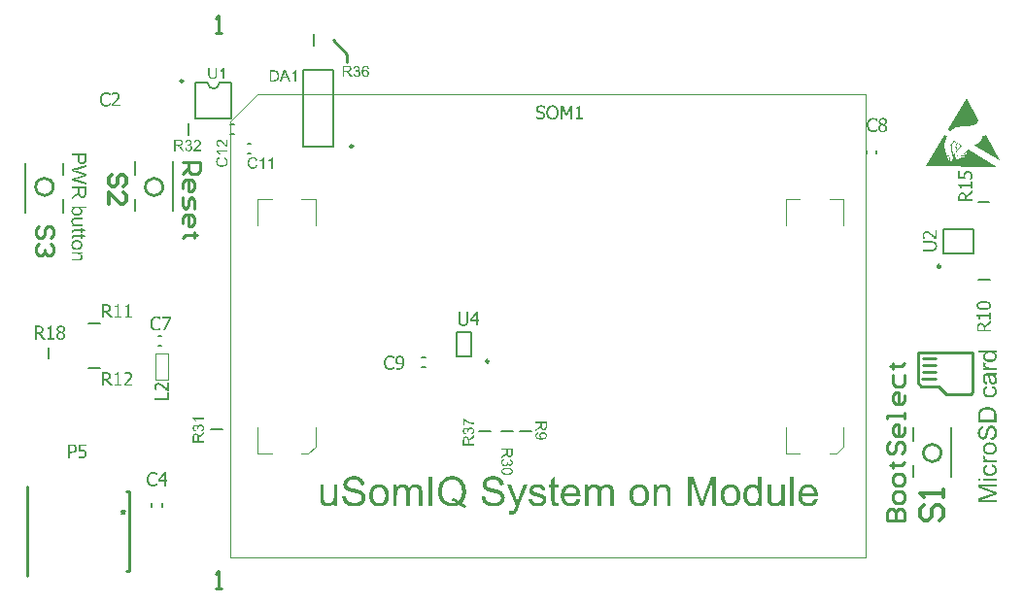
<source format=gto>
%FSLAX43Y43*%
%MOMM*%
G71*
G01*
G75*
G04 Layer_Color=65535*
%ADD10C,0.254*%
%ADD11C,0.200*%
%ADD12C,0.200*%
%ADD13R,1.000X0.900*%
%ADD14R,1.890X1.570*%
%ADD15O,0.400X1.600*%
%ADD16R,0.400X1.600*%
%ADD17R,0.800X0.800*%
%ADD18R,0.600X1.700*%
%ADD19R,1.000X1.000*%
%ADD20R,2.400X0.950*%
%ADD21R,2.400X3.300*%
%ADD22R,0.900X1.000*%
%ADD23R,0.914X0.813*%
%ADD24R,1.200X0.250*%
%ADD25R,2.000X1.450*%
%ADD26R,0.813X0.914*%
%ADD27O,1.200X0.250*%
%ADD28R,1.300X1.400*%
%ADD29R,1.650X0.300*%
%ADD30C,1.000*%
%ADD31R,3.000X1.500*%
%ADD32R,2.300X0.500*%
%ADD33C,0.350*%
%ADD34C,0.400*%
%ADD35C,1.000*%
%ADD36C,0.508*%
%ADD37C,0.800*%
%ADD38C,0.500*%
%ADD39C,0.305*%
%ADD40C,0.300*%
%ADD41R,1.700X2.100*%
%ADD42C,1.420*%
%ADD43R,1.420X1.420*%
%ADD44O,2.000X4.500*%
%ADD45R,2.000X5.000*%
%ADD46O,4.000X2.000*%
%ADD47C,1.700*%
%ADD48C,1.500*%
%ADD49R,1.500X1.500*%
%ADD50C,3.200*%
%ADD51C,3.000*%
%ADD52R,1.480X1.480*%
%ADD53C,1.480*%
%ADD54C,5.500*%
%ADD55C,4.500*%
%ADD56O,3.340X1.800*%
%ADD57R,1.600X1.600*%
%ADD58C,1.600*%
%ADD59C,0.800*%
%ADD60C,0.400*%
G04:AMPARAMS|DCode=61|XSize=1mm|YSize=1.5mm|CornerRadius=0.25mm|HoleSize=0mm|Usage=FLASHONLY|Rotation=180.000|XOffset=0mm|YOffset=0mm|HoleType=Round|Shape=RoundedRectangle|*
%AMROUNDEDRECTD61*
21,1,1.000,1.000,0,0,180.0*
21,1,0.500,1.500,0,0,180.0*
1,1,0.500,-0.250,0.500*
1,1,0.500,0.250,0.500*
1,1,0.500,0.250,-0.500*
1,1,0.500,-0.250,-0.500*
%
%ADD61ROUNDEDRECTD61*%
%ADD62R,2.200X1.200*%
%ADD63R,1.600X0.700*%
%ADD64R,1.400X1.200*%
%ADD65R,1.400X1.600*%
%ADD66R,0.400X0.650*%
%ADD67R,2.600X2.200*%
%ADD68R,1.700X1.600*%
%ADD69C,0.250*%
%ADD70C,0.100*%
G36*
X78943Y72147D02*
X78741Y72019D01*
X78740D01*
X78737Y72017D01*
X78732Y72014D01*
X78727Y72010D01*
X78720Y72005D01*
X78711Y71999D01*
X78692Y71986D01*
X78670Y71971D01*
X78649Y71956D01*
X78627Y71940D01*
X78608Y71925D01*
X78605Y71924D01*
X78600Y71919D01*
X78591Y71912D01*
X78583Y71904D01*
X78571Y71893D01*
X78560Y71882D01*
X78551Y71871D01*
X78542Y71859D01*
X78541Y71858D01*
X78539Y71854D01*
X78536Y71849D01*
X78532Y71841D01*
X78527Y71832D01*
X78523Y71822D01*
X78515Y71801D01*
Y71799D01*
X78514Y71797D01*
Y71792D01*
X78513Y71784D01*
X78511Y71774D01*
Y71761D01*
X78510Y71747D01*
Y71730D01*
Y71580D01*
X78943D01*
Y71450D01*
X77967D01*
Y71883D01*
Y71885D01*
Y71890D01*
Y71896D01*
Y71905D01*
X77968Y71916D01*
Y71928D01*
X77969Y71942D01*
X77970Y71957D01*
X77973Y71989D01*
X77978Y72022D01*
X77984Y72053D01*
X77988Y72069D01*
X77993Y72081D01*
Y72083D01*
X77995Y72084D01*
X77996Y72088D01*
X77998Y72093D01*
X78005Y72106D01*
X78015Y72121D01*
X78028Y72139D01*
X78044Y72156D01*
X78064Y72174D01*
X78087Y72191D01*
X78088D01*
X78090Y72192D01*
X78094Y72194D01*
X78099Y72197D01*
X78113Y72203D01*
X78130Y72211D01*
X78152Y72219D01*
X78177Y72225D01*
X78205Y72230D01*
X78235Y72231D01*
X78245D01*
X78252Y72230D01*
X78261Y72229D01*
X78271Y72227D01*
X78296Y72222D01*
X78323Y72215D01*
X78353Y72203D01*
X78367Y72196D01*
X78382Y72187D01*
X78396Y72175D01*
X78410Y72164D01*
X78411Y72163D01*
X78412Y72161D01*
X78416Y72156D01*
X78421Y72151D01*
X78426Y72144D01*
X78433Y72135D01*
X78440Y72125D01*
X78448Y72113D01*
X78456Y72099D01*
X78463Y72084D01*
X78471Y72066D01*
X78478Y72047D01*
X78485Y72027D01*
X78491Y72005D01*
X78496Y71981D01*
X78500Y71956D01*
X78501Y71958D01*
X78504Y71965D01*
X78509Y71973D01*
X78515Y71985D01*
X78532Y72010D01*
X78541Y72022D01*
X78549Y72033D01*
Y72034D01*
X78552Y72036D01*
X78558Y72043D01*
X78570Y72053D01*
X78585Y72069D01*
X78603Y72085D01*
X78626Y72103D01*
X78651Y72122D01*
X78679Y72141D01*
X78943Y72310D01*
Y72147D01*
D02*
G37*
G36*
X78676Y73024D02*
X78688Y73022D01*
X78701Y73020D01*
X78715Y73017D01*
X78730Y73014D01*
X78746Y73008D01*
X78764Y73002D01*
X78782Y72995D01*
X78801Y72986D01*
X78819Y72974D01*
X78838Y72962D01*
X78856Y72948D01*
X78872Y72931D01*
X78873Y72930D01*
X78876Y72927D01*
X78880Y72922D01*
X78886Y72915D01*
X78892Y72906D01*
X78900Y72894D01*
X78908Y72881D01*
X78915Y72868D01*
X78924Y72851D01*
X78932Y72833D01*
X78939Y72814D01*
X78946Y72793D01*
X78952Y72771D01*
X78956Y72747D01*
X78958Y72723D01*
X78960Y72696D01*
Y72695D01*
Y72691D01*
Y72683D01*
X78958Y72674D01*
X78957Y72664D01*
X78956Y72652D01*
X78953Y72636D01*
X78950Y72621D01*
X78941Y72588D01*
X78934Y72570D01*
X78928Y72553D01*
X78919Y72534D01*
X78909Y72516D01*
X78897Y72499D01*
X78884Y72483D01*
X78882Y72481D01*
X78880Y72479D01*
X78876Y72475D01*
X78870Y72469D01*
X78862Y72462D01*
X78853Y72455D01*
X78842Y72447D01*
X78830Y72438D01*
X78816Y72431D01*
X78801Y72422D01*
X78784Y72414D01*
X78767Y72407D01*
X78748Y72399D01*
X78729Y72394D01*
X78707Y72389D01*
X78684Y72386D01*
X78668Y72506D01*
X78669D01*
X78673Y72507D01*
X78678Y72508D01*
X78684Y72509D01*
X78693Y72512D01*
X78702Y72514D01*
X78725Y72522D01*
X78749Y72531D01*
X78773Y72544D01*
X78797Y72558D01*
X78807Y72565D01*
X78816Y72574D01*
X78817Y72577D01*
X78823Y72583D01*
X78830Y72593D01*
X78838Y72608D01*
X78847Y72626D01*
X78853Y72647D01*
X78858Y72671D01*
X78861Y72696D01*
Y72697D01*
Y72700D01*
Y72705D01*
X78859Y72710D01*
Y72718D01*
X78858Y72727D01*
X78853Y72746D01*
X78847Y72768D01*
X78837Y72793D01*
X78821Y72817D01*
X78812Y72828D01*
X78802Y72840D01*
X78801Y72841D01*
X78800Y72842D01*
X78796Y72845D01*
X78792Y72848D01*
X78779Y72859D01*
X78762Y72869D01*
X78741Y72879D01*
X78716Y72889D01*
X78688Y72895D01*
X78673Y72898D01*
X78650D01*
X78643Y72897D01*
X78637D01*
X78628Y72895D01*
X78609Y72892D01*
X78588Y72885D01*
X78565Y72875D01*
X78543Y72861D01*
X78532Y72854D01*
X78522Y72843D01*
X78519Y72841D01*
X78513Y72833D01*
X78505Y72822D01*
X78495Y72807D01*
X78485Y72786D01*
X78477Y72763D01*
X78471Y72737D01*
X78468Y72706D01*
Y72705D01*
Y72700D01*
Y72692D01*
X78469Y72683D01*
X78471Y72671D01*
X78473Y72655D01*
X78477Y72639D01*
X78481Y72621D01*
X78376Y72635D01*
Y72638D01*
X78377Y72641D01*
X78378Y72648D01*
Y72654D01*
Y72655D01*
Y72658D01*
Y72662D01*
X78377Y72667D01*
X78376Y72682D01*
X78373Y72700D01*
X78368Y72721D01*
X78362Y72744D01*
X78351Y72768D01*
X78339Y72791D01*
Y72793D01*
X78336Y72794D01*
X78331Y72801D01*
X78321Y72812D01*
X78308Y72823D01*
X78290Y72835D01*
X78269Y72843D01*
X78243Y72851D01*
X78229Y72852D01*
X78214Y72854D01*
X78212D01*
X78203Y72852D01*
X78191Y72851D01*
X78176Y72848D01*
X78160Y72842D01*
X78142Y72835D01*
X78123Y72823D01*
X78106Y72808D01*
X78104Y72805D01*
X78099Y72800D01*
X78092Y72790D01*
X78083Y72777D01*
X78076Y72761D01*
X78068Y72741D01*
X78063Y72719D01*
X78062Y72694D01*
Y72692D01*
Y72691D01*
Y72687D01*
X78063Y72682D01*
X78064Y72668D01*
X78067Y72652D01*
X78073Y72634D01*
X78081Y72614D01*
X78091Y72594D01*
X78106Y72575D01*
X78109Y72573D01*
X78114Y72568D01*
X78124Y72560D01*
X78139Y72551D01*
X78157Y72541D01*
X78180Y72531D01*
X78207Y72523D01*
X78237Y72517D01*
X78215Y72398D01*
X78214D01*
X78210Y72399D01*
X78204Y72400D01*
X78195Y72403D01*
X78186Y72405D01*
X78174Y72409D01*
X78161Y72413D01*
X78147Y72418D01*
X78118Y72432D01*
X78087Y72448D01*
X78057Y72470D01*
X78043Y72483D01*
X78030Y72497D01*
X78029Y72498D01*
X78028Y72500D01*
X78024Y72504D01*
X78020Y72511D01*
X78015Y72518D01*
X78008Y72527D01*
X78002Y72539D01*
X77996Y72550D01*
X77991Y72564D01*
X77984Y72578D01*
X77973Y72611D01*
X77965Y72649D01*
X77964Y72669D01*
X77963Y72691D01*
Y72692D01*
Y72695D01*
Y72699D01*
Y72705D01*
X77964Y72711D01*
Y72720D01*
X77967Y72739D01*
X77972Y72762D01*
X77977Y72786D01*
X77986Y72812D01*
X77997Y72837D01*
Y72838D01*
X77998Y72840D01*
X78001Y72843D01*
X78003Y72848D01*
X78011Y72860D01*
X78021Y72875D01*
X78035Y72892D01*
X78052Y72909D01*
X78069Y72926D01*
X78091Y72940D01*
X78092D01*
X78094Y72941D01*
X78101Y72946D01*
X78114Y72951D01*
X78129Y72959D01*
X78148Y72965D01*
X78170Y72972D01*
X78193Y72975D01*
X78217Y72977D01*
X78227D01*
X78240Y72975D01*
X78255Y72973D01*
X78273Y72968D01*
X78292Y72963D01*
X78312Y72954D01*
X78332Y72942D01*
X78335Y72941D01*
X78341Y72936D01*
X78350Y72928D01*
X78362Y72917D01*
X78376Y72903D01*
X78389Y72885D01*
X78402Y72865D01*
X78415Y72842D01*
Y72843D01*
X78416Y72846D01*
X78417Y72851D01*
X78419Y72856D01*
X78421Y72864D01*
X78425Y72873D01*
X78433Y72892D01*
X78444Y72913D01*
X78459Y72935D01*
X78477Y72958D01*
X78499Y72977D01*
X78500D01*
X78501Y72979D01*
X78505Y72982D01*
X78510Y72984D01*
X78516Y72988D01*
X78523Y72992D01*
X78542Y73001D01*
X78565Y73010D01*
X78591Y73017D01*
X78621Y73022D01*
X78655Y73025D01*
X78668D01*
X78676Y73024D01*
D02*
G37*
G36*
X108523Y72342D02*
X108535Y72340D01*
X108551Y72338D01*
X108567Y72335D01*
X108584Y72332D01*
X108622Y72321D01*
X108642Y72315D01*
X108662Y72306D01*
X108682Y72296D01*
X108702Y72285D01*
X108720Y72272D01*
X108737Y72257D01*
X108739Y72255D01*
X108741Y72253D01*
X108746Y72248D01*
X108751Y72241D01*
X108759Y72233D01*
X108767Y72222D01*
X108774Y72210D01*
X108783Y72196D01*
X108792Y72182D01*
X108800Y72164D01*
X108807Y72146D01*
X108815Y72127D01*
X108820Y72107D01*
X108825Y72084D01*
X108828Y72061D01*
X108829Y72037D01*
Y72036D01*
Y72033D01*
Y72028D01*
X108828Y72020D01*
Y72013D01*
X108826Y72003D01*
X108822Y71980D01*
X108816Y71953D01*
X108807Y71924D01*
X108795Y71893D01*
X108777Y71863D01*
Y71862D01*
X108774Y71859D01*
X108772Y71855D01*
X108768Y71850D01*
X108755Y71836D01*
X108740Y71818D01*
X108718Y71799D01*
X108694Y71779D01*
X108665Y71760D01*
X108631Y71744D01*
X108629D01*
X108627Y71742D01*
X108621Y71740D01*
X108613Y71737D01*
X108603Y71733D01*
X108591Y71731D01*
X108577Y71727D01*
X108561Y71722D01*
X108542Y71718D01*
X108521Y71714D01*
X108500Y71712D01*
X108475Y71708D01*
X108448Y71705D01*
X108420Y71703D01*
X108389Y71702D01*
X108326D01*
X108309Y71703D01*
X108292Y71704D01*
X108271Y71705D01*
X108248Y71707D01*
X108226Y71709D01*
X108201Y71712D01*
X108151Y71718D01*
X108102Y71728D01*
X108080Y71735D01*
X108058Y71742D01*
X108057D01*
X108053Y71744D01*
X108048Y71746D01*
X108040Y71750D01*
X108030Y71754D01*
X108020Y71759D01*
X107996Y71773D01*
X107968Y71789D01*
X107940Y71811D01*
X107913Y71835D01*
X107889Y71864D01*
Y71865D01*
X107886Y71868D01*
X107884Y71872D01*
X107880Y71878D01*
X107876Y71886D01*
X107871Y71895D01*
X107866Y71906D01*
X107861Y71918D01*
X107850Y71946D01*
X107841Y71977D01*
X107834Y72013D01*
X107833Y72032D01*
X107832Y72052D01*
Y72053D01*
Y72057D01*
Y72064D01*
X107833Y72071D01*
X107834Y72081D01*
X107836Y72092D01*
X107837Y72104D01*
X107840Y72118D01*
X107847Y72147D01*
X107859Y72179D01*
X107866Y72194D01*
X107875Y72210D01*
X107884Y72225D01*
X107895Y72239D01*
X107897Y72240D01*
X107898Y72241D01*
X107902Y72245D01*
X107907Y72250D01*
X107913Y72257D01*
X107922Y72263D01*
X107931Y72269D01*
X107941Y72277D01*
X107954Y72285D01*
X107967Y72292D01*
X107982Y72299D01*
X107998Y72306D01*
X108015Y72313D01*
X108034Y72318D01*
X108053Y72321D01*
X108074Y72325D01*
X108083Y72210D01*
X108082D01*
X108080Y72208D01*
X108076D01*
X108071Y72207D01*
X108055Y72203D01*
X108039Y72197D01*
X108019Y72191D01*
X108000Y72180D01*
X107982Y72169D01*
X107967Y72155D01*
X107965Y72153D01*
X107961Y72147D01*
X107955Y72139D01*
X107949Y72126D01*
X107942Y72111D01*
X107936Y72093D01*
X107932Y72071D01*
X107931Y72048D01*
Y72047D01*
Y72046D01*
Y72039D01*
X107932Y72029D01*
X107933Y72015D01*
X107937Y72001D01*
X107941Y71985D01*
X107947Y71968D01*
X107955Y71952D01*
X107956Y71951D01*
X107960Y71944D01*
X107965Y71937D01*
X107973Y71928D01*
X107983Y71916D01*
X107994Y71905D01*
X108007Y71893D01*
X108022Y71883D01*
X108025Y71882D01*
X108030Y71878D01*
X108040Y71874D01*
X108053Y71868D01*
X108069Y71860D01*
X108088Y71853D01*
X108111Y71845D01*
X108137Y71839D01*
X108138D01*
X108141Y71838D01*
X108144D01*
X108149Y71836D01*
X108156Y71835D01*
X108163Y71834D01*
X108182Y71830D01*
X108204Y71826D01*
X108229Y71824D01*
X108256Y71822D01*
X108284Y71821D01*
X108308D01*
X108306Y71822D01*
X108299Y71827D01*
X108288Y71836D01*
X108275Y71848D01*
X108260Y71862D01*
X108245Y71878D01*
X108229Y71899D01*
X108215Y71920D01*
Y71921D01*
X108214Y71923D01*
X108212Y71926D01*
X108210Y71932D01*
X108204Y71943D01*
X108198Y71961D01*
X108191Y71980D01*
X108185Y72003D01*
X108181Y72028D01*
X108180Y72055D01*
Y72056D01*
Y72060D01*
Y72066D01*
X108181Y72075D01*
X108182Y72085D01*
X108185Y72098D01*
X108187Y72111D01*
X108191Y72126D01*
X108195Y72141D01*
X108201Y72158D01*
X108208Y72174D01*
X108217Y72192D01*
X108227Y72210D01*
X108238Y72226D01*
X108252Y72243D01*
X108268Y72259D01*
X108269Y72260D01*
X108271Y72263D01*
X108276Y72267D01*
X108284Y72272D01*
X108292Y72278D01*
X108303Y72286D01*
X108316Y72293D01*
X108330Y72301D01*
X108345Y72309D01*
X108363Y72316D01*
X108382Y72324D01*
X108402Y72330D01*
X108424Y72335D01*
X108448Y72339D01*
X108472Y72342D01*
X108499Y72343D01*
X108513D01*
X108523Y72342D01*
D02*
G37*
G36*
X108825Y72846D02*
Y72845D01*
Y72840D01*
Y72833D01*
Y72824D01*
X108824Y72813D01*
Y72801D01*
X108822Y72788D01*
X108821Y72772D01*
X108819Y72741D01*
X108814Y72707D01*
X108807Y72676D01*
X108803Y72661D01*
X108798Y72648D01*
Y72647D01*
X108797Y72645D01*
X108796Y72641D01*
X108793Y72636D01*
X108787Y72624D01*
X108777Y72608D01*
X108764Y72591D01*
X108748Y72573D01*
X108727Y72555D01*
X108704Y72539D01*
X108703D01*
X108702Y72537D01*
X108698Y72535D01*
X108693Y72532D01*
X108679Y72526D01*
X108661Y72518D01*
X108640Y72511D01*
X108614Y72504D01*
X108586Y72499D01*
X108557Y72498D01*
X108547D01*
X108539Y72499D01*
X108530Y72500D01*
X108520Y72502D01*
X108496Y72507D01*
X108468Y72514D01*
X108439Y72526D01*
X108425Y72534D01*
X108410Y72542D01*
X108396Y72554D01*
X108382Y72565D01*
X108381Y72567D01*
X108379Y72568D01*
X108375Y72573D01*
X108370Y72578D01*
X108365Y72586D01*
X108359Y72594D01*
X108351Y72605D01*
X108344Y72616D01*
X108336Y72630D01*
X108328Y72645D01*
X108321Y72663D01*
X108313Y72682D01*
X108307Y72702D01*
X108301Y72724D01*
X108295Y72748D01*
X108292Y72774D01*
X108290Y72771D01*
X108288Y72765D01*
X108283Y72756D01*
X108276Y72744D01*
X108260Y72719D01*
X108251Y72707D01*
X108242Y72696D01*
Y72695D01*
X108240Y72694D01*
X108233Y72686D01*
X108222Y72676D01*
X108207Y72661D01*
X108189Y72644D01*
X108166Y72626D01*
X108141Y72607D01*
X108113Y72588D01*
X107848Y72419D01*
Y72582D01*
X108050Y72710D01*
X108052D01*
X108054Y72713D01*
X108059Y72715D01*
X108064Y72719D01*
X108072Y72724D01*
X108081Y72730D01*
X108100Y72743D01*
X108121Y72758D01*
X108143Y72774D01*
X108165Y72789D01*
X108184Y72804D01*
X108186Y72805D01*
X108191Y72810D01*
X108200Y72817D01*
X108209Y72826D01*
X108221Y72836D01*
X108232Y72847D01*
X108241Y72859D01*
X108250Y72870D01*
X108251Y72871D01*
X108252Y72875D01*
X108256Y72880D01*
X108260Y72888D01*
X108265Y72897D01*
X108269Y72907D01*
X108276Y72928D01*
Y72930D01*
X108278Y72932D01*
Y72937D01*
X108279Y72945D01*
X108280Y72955D01*
Y72968D01*
X108281Y72982D01*
Y73000D01*
Y73149D01*
X107848D01*
Y73279D01*
X108825D01*
Y72846D01*
D02*
G37*
G36*
X105152Y69887D02*
X105151D01*
X105147Y69886D01*
X105142Y69884D01*
X105136Y69883D01*
X105127Y69880D01*
X105118Y69878D01*
X105095Y69870D01*
X105071Y69861D01*
X105047Y69849D01*
X105023Y69835D01*
X105012Y69827D01*
X105004Y69818D01*
X105002Y69816D01*
X104997Y69809D01*
X104990Y69799D01*
X104982Y69784D01*
X104973Y69766D01*
X104967Y69746D01*
X104962Y69722D01*
X104959Y69696D01*
Y69695D01*
Y69693D01*
Y69687D01*
X104960Y69682D01*
Y69675D01*
X104962Y69666D01*
X104967Y69647D01*
X104973Y69624D01*
X104983Y69600D01*
X104999Y69576D01*
X105007Y69564D01*
X105018Y69553D01*
X105019Y69552D01*
X105020Y69550D01*
X105024Y69548D01*
X105028Y69544D01*
X105040Y69534D01*
X105058Y69524D01*
X105079Y69513D01*
X105104Y69503D01*
X105132Y69497D01*
X105147Y69494D01*
X105170D01*
X105176Y69496D01*
X105183D01*
X105192Y69497D01*
X105211Y69501D01*
X105232Y69507D01*
X105255Y69517D01*
X105277Y69531D01*
X105288Y69539D01*
X105298Y69549D01*
X105301Y69552D01*
X105307Y69559D01*
X105315Y69571D01*
X105325Y69586D01*
X105335Y69606D01*
X105343Y69629D01*
X105349Y69656D01*
X105352Y69686D01*
Y69687D01*
Y69693D01*
Y69700D01*
X105350Y69709D01*
X105349Y69722D01*
X105346Y69737D01*
X105343Y69753D01*
X105339Y69771D01*
X105444Y69757D01*
Y69755D01*
X105443Y69751D01*
X105442Y69745D01*
Y69738D01*
Y69737D01*
Y69734D01*
Y69731D01*
X105443Y69726D01*
X105444Y69710D01*
X105447Y69693D01*
X105452Y69671D01*
X105458Y69648D01*
X105468Y69624D01*
X105481Y69601D01*
Y69600D01*
X105484Y69599D01*
X105489Y69591D01*
X105499Y69581D01*
X105512Y69569D01*
X105529Y69558D01*
X105551Y69549D01*
X105576Y69541D01*
X105590Y69540D01*
X105606Y69539D01*
X105608D01*
X105617Y69540D01*
X105628Y69541D01*
X105644Y69544D01*
X105660Y69550D01*
X105678Y69558D01*
X105697Y69569D01*
X105714Y69585D01*
X105716Y69587D01*
X105721Y69592D01*
X105728Y69602D01*
X105736Y69615D01*
X105744Y69632D01*
X105752Y69652D01*
X105757Y69673D01*
X105758Y69699D01*
Y69700D01*
Y69701D01*
Y69705D01*
X105757Y69710D01*
X105755Y69724D01*
X105753Y69741D01*
X105747Y69759D01*
X105739Y69779D01*
X105729Y69798D01*
X105714Y69817D01*
X105711Y69820D01*
X105706Y69825D01*
X105696Y69832D01*
X105681Y69841D01*
X105663Y69851D01*
X105640Y69861D01*
X105613Y69869D01*
X105583Y69875D01*
X105604Y69995D01*
X105606D01*
X105609Y69994D01*
X105616Y69992D01*
X105625Y69990D01*
X105634Y69987D01*
X105646Y69983D01*
X105659Y69980D01*
X105673Y69974D01*
X105702Y69960D01*
X105733Y69944D01*
X105763Y69922D01*
X105777Y69910D01*
X105790Y69896D01*
X105791Y69894D01*
X105792Y69892D01*
X105796Y69888D01*
X105800Y69882D01*
X105805Y69874D01*
X105811Y69865D01*
X105818Y69854D01*
X105824Y69842D01*
X105829Y69828D01*
X105835Y69814D01*
X105847Y69781D01*
X105854Y69743D01*
X105856Y69723D01*
X105857Y69701D01*
Y69700D01*
Y69698D01*
Y69694D01*
Y69687D01*
X105856Y69681D01*
Y69672D01*
X105853Y69653D01*
X105848Y69630D01*
X105843Y69606D01*
X105834Y69581D01*
X105823Y69555D01*
Y69554D01*
X105821Y69553D01*
X105819Y69549D01*
X105816Y69544D01*
X105809Y69533D01*
X105799Y69517D01*
X105785Y69501D01*
X105768Y69483D01*
X105750Y69466D01*
X105729Y69452D01*
X105728D01*
X105726Y69451D01*
X105719Y69446D01*
X105706Y69441D01*
X105691Y69433D01*
X105672Y69427D01*
X105650Y69421D01*
X105627Y69417D01*
X105603Y69416D01*
X105593D01*
X105580Y69417D01*
X105565Y69419D01*
X105547Y69425D01*
X105528Y69430D01*
X105508Y69439D01*
X105487Y69450D01*
X105485Y69451D01*
X105479Y69456D01*
X105470Y69464D01*
X105458Y69475D01*
X105444Y69489D01*
X105430Y69507D01*
X105418Y69527D01*
X105405Y69550D01*
Y69549D01*
X105404Y69546D01*
X105402Y69541D01*
X105401Y69536D01*
X105399Y69529D01*
X105395Y69520D01*
X105387Y69501D01*
X105376Y69479D01*
X105360Y69458D01*
X105343Y69435D01*
X105321Y69416D01*
X105320D01*
X105319Y69413D01*
X105315Y69411D01*
X105310Y69408D01*
X105303Y69404D01*
X105297Y69400D01*
X105278Y69392D01*
X105255Y69383D01*
X105228Y69375D01*
X105199Y69370D01*
X105165Y69367D01*
X105152D01*
X105143Y69369D01*
X105132Y69370D01*
X105119Y69372D01*
X105105Y69375D01*
X105090Y69379D01*
X105073Y69384D01*
X105056Y69390D01*
X105038Y69398D01*
X105019Y69407D01*
X105001Y69418D01*
X104982Y69431D01*
X104964Y69445D01*
X104948Y69461D01*
X104946Y69463D01*
X104944Y69465D01*
X104940Y69470D01*
X104934Y69478D01*
X104927Y69487D01*
X104920Y69498D01*
X104912Y69511D01*
X104905Y69525D01*
X104896Y69541D01*
X104888Y69559D01*
X104880Y69578D01*
X104874Y69600D01*
X104868Y69621D01*
X104864Y69646D01*
X104861Y69670D01*
X104860Y69696D01*
Y69698D01*
Y69701D01*
Y69709D01*
X104861Y69718D01*
X104863Y69728D01*
X104864Y69741D01*
X104866Y69756D01*
X104870Y69771D01*
X104879Y69804D01*
X104885Y69822D01*
X104892Y69840D01*
X104901Y69859D01*
X104911Y69877D01*
X104922Y69893D01*
X104936Y69910D01*
X104938Y69911D01*
X104940Y69913D01*
X104944Y69917D01*
X104950Y69924D01*
X104958Y69930D01*
X104967Y69938D01*
X104978Y69945D01*
X104990Y69954D01*
X105004Y69962D01*
X105019Y69971D01*
X105035Y69978D01*
X105053Y69986D01*
X105072Y69994D01*
X105091Y69999D01*
X105113Y70004D01*
X105136Y70006D01*
X105152Y69887D01*
D02*
G37*
G36*
X105853Y70509D02*
Y70508D01*
Y70503D01*
Y70496D01*
Y70488D01*
X105852Y70476D01*
Y70465D01*
X105851Y70451D01*
X105849Y70435D01*
X105847Y70404D01*
X105842Y70371D01*
X105835Y70339D01*
X105832Y70324D01*
X105827Y70311D01*
Y70310D01*
X105825Y70308D01*
X105824Y70305D01*
X105821Y70300D01*
X105815Y70287D01*
X105805Y70272D01*
X105792Y70254D01*
X105776Y70236D01*
X105755Y70218D01*
X105733Y70202D01*
X105731D01*
X105730Y70201D01*
X105726Y70198D01*
X105721Y70195D01*
X105707Y70189D01*
X105689Y70181D01*
X105668Y70174D01*
X105642Y70168D01*
X105614Y70162D01*
X105585Y70161D01*
X105575D01*
X105567Y70162D01*
X105559Y70164D01*
X105548Y70165D01*
X105524Y70170D01*
X105496Y70178D01*
X105467Y70189D01*
X105453Y70197D01*
X105438Y70206D01*
X105424Y70217D01*
X105410Y70228D01*
X105409Y70230D01*
X105407Y70231D01*
X105404Y70236D01*
X105399Y70241D01*
X105393Y70249D01*
X105387Y70258D01*
X105380Y70268D01*
X105372Y70279D01*
X105364Y70293D01*
X105357Y70308D01*
X105349Y70326D01*
X105341Y70345D01*
X105335Y70366D01*
X105329Y70387D01*
X105324Y70411D01*
X105320Y70437D01*
X105319Y70434D01*
X105316Y70428D01*
X105311Y70419D01*
X105305Y70408D01*
X105288Y70382D01*
X105279Y70371D01*
X105270Y70359D01*
Y70358D01*
X105268Y70357D01*
X105261Y70349D01*
X105250Y70339D01*
X105235Y70324D01*
X105217Y70307D01*
X105194Y70289D01*
X105169Y70270D01*
X105141Y70251D01*
X104877Y70082D01*
Y70245D01*
X105079Y70373D01*
X105080D01*
X105082Y70376D01*
X105087Y70378D01*
X105092Y70382D01*
X105100Y70387D01*
X105109Y70394D01*
X105128Y70406D01*
X105150Y70422D01*
X105171Y70437D01*
X105193Y70452D01*
X105212Y70467D01*
X105214Y70468D01*
X105219Y70474D01*
X105228Y70480D01*
X105237Y70489D01*
X105249Y70499D01*
X105260Y70510D01*
X105269Y70522D01*
X105278Y70533D01*
X105279Y70535D01*
X105280Y70538D01*
X105284Y70543D01*
X105288Y70551D01*
X105293Y70560D01*
X105297Y70570D01*
X105305Y70592D01*
Y70593D01*
X105306Y70595D01*
Y70601D01*
X105307Y70608D01*
X105308Y70618D01*
Y70631D01*
X105310Y70645D01*
Y70663D01*
Y70813D01*
X104877D01*
Y70942D01*
X105853D01*
Y70509D01*
D02*
G37*
G36*
X78943Y73476D02*
X78180D01*
X78181Y73473D01*
X78186Y73468D01*
X78195Y73458D01*
X78205Y73445D01*
X78218Y73429D01*
X78232Y73409D01*
X78247Y73387D01*
X78262Y73362D01*
Y73360D01*
X78264Y73359D01*
X78266Y73355D01*
X78269Y73350D01*
X78276Y73336D01*
X78285Y73320D01*
X78296Y73301D01*
X78306Y73279D01*
X78316Y73257D01*
X78325Y73236D01*
X78208D01*
Y73237D01*
X78205Y73241D01*
X78203Y73246D01*
X78199Y73252D01*
X78195Y73261D01*
X78189Y73271D01*
X78176Y73296D01*
X78160Y73322D01*
X78139Y73353D01*
X78118Y73382D01*
X78094Y73411D01*
X78092Y73412D01*
X78091Y73415D01*
X78087Y73419D01*
X78082Y73424D01*
X78069Y73436D01*
X78052Y73453D01*
X78033Y73469D01*
X78010Y73487D01*
X77987Y73504D01*
X77963Y73518D01*
Y73595D01*
X78943D01*
Y73476D01*
D02*
G37*
G36*
X105401Y69247D02*
X105418Y69245D01*
X105437D01*
X105457Y69243D01*
X105501Y69239D01*
X105548Y69233D01*
X105594Y69224D01*
X105616Y69219D01*
X105636Y69212D01*
X105637D01*
X105641Y69211D01*
X105646Y69209D01*
X105654Y69206D01*
X105663Y69202D01*
X105673Y69197D01*
X105697Y69186D01*
X105722Y69171D01*
X105750Y69153D01*
X105777Y69131D01*
X105800Y69107D01*
X105801Y69106D01*
X105802Y69103D01*
X105805Y69099D01*
X105809Y69094D01*
X105813Y69088D01*
X105818Y69079D01*
X105823Y69070D01*
X105829Y69059D01*
X105839Y69033D01*
X105848Y69003D01*
X105854Y68969D01*
X105857Y68950D01*
Y68931D01*
Y68929D01*
Y68927D01*
Y68923D01*
Y68918D01*
X105856Y68910D01*
Y68903D01*
X105853Y68884D01*
X105849Y68862D01*
X105843Y68839D01*
X105835Y68815D01*
X105825Y68792D01*
Y68791D01*
X105824Y68790D01*
X105819Y68782D01*
X105813Y68772D01*
X105802Y68758D01*
X105788Y68743D01*
X105773Y68726D01*
X105755Y68710D01*
X105734Y68694D01*
X105733D01*
X105731Y68693D01*
X105728Y68690D01*
X105724Y68688D01*
X105711Y68682D01*
X105693Y68673D01*
X105672Y68663D01*
X105647Y68652D01*
X105618Y68644D01*
X105588Y68635D01*
X105587D01*
X105584Y68633D01*
X105579Y68632D01*
X105573Y68631D01*
X105564Y68630D01*
X105554Y68627D01*
X105541Y68626D01*
X105527Y68623D01*
X105512Y68621D01*
X105494Y68619D01*
X105476Y68617D01*
X105454Y68616D01*
X105433Y68614D01*
X105410Y68613D01*
X105385Y68612D01*
X105329D01*
X105315Y68613D01*
X105298D01*
X105279Y68614D01*
X105259Y68616D01*
X105214Y68621D01*
X105167Y68627D01*
X105122Y68636D01*
X105100Y68641D01*
X105080Y68647D01*
X105079D01*
X105075Y68649D01*
X105070Y68651D01*
X105062Y68654D01*
X105053Y68657D01*
X105043Y68663D01*
X105020Y68674D01*
X104993Y68689D01*
X104967Y68707D01*
X104940Y68729D01*
X104917Y68754D01*
Y68755D01*
X104915Y68757D01*
X104912Y68762D01*
X104908Y68767D01*
X104905Y68773D01*
X104899Y68782D01*
X104894Y68791D01*
X104889Y68802D01*
X104878Y68828D01*
X104869Y68858D01*
X104863Y68892D01*
X104861Y68911D01*
X104860Y68931D01*
Y68932D01*
Y68937D01*
X104861Y68944D01*
Y68953D01*
X104863Y68966D01*
X104865Y68979D01*
X104869Y68994D01*
X104873Y69011D01*
X104878Y69028D01*
X104884Y69046D01*
X104893Y69065D01*
X104902Y69084D01*
X104913Y69102D01*
X104927Y69120D01*
X104943Y69136D01*
X104960Y69153D01*
X104962Y69154D01*
X104967Y69157D01*
X104973Y69162D01*
X104983Y69168D01*
X104997Y69174D01*
X105014Y69183D01*
X105033Y69191D01*
X105056Y69200D01*
X105082Y69209D01*
X105112Y69218D01*
X105143Y69226D01*
X105180Y69233D01*
X105219Y69239D01*
X105261Y69244D01*
X105308Y69247D01*
X105358Y69248D01*
X105387D01*
X105401Y69247D01*
D02*
G37*
G36*
X93058Y104291D02*
X93068Y104289D01*
X93079Y104288D01*
X93092Y104287D01*
X93106Y104284D01*
X93134Y104277D01*
X93166Y104266D01*
X93182Y104258D01*
X93197Y104249D01*
X93212Y104239D01*
X93226Y104228D01*
X93227Y104227D01*
X93229Y104226D01*
X93232Y104222D01*
X93237Y104217D01*
X93243Y104209D01*
X93249Y104202D01*
X93257Y104193D01*
X93264Y104182D01*
X93272Y104171D01*
X93279Y104157D01*
X93286Y104143D01*
X93293Y104127D01*
X93306Y104093D01*
X93309Y104073D01*
X93313Y104053D01*
X93196Y104045D01*
Y104046D01*
X93194Y104047D01*
Y104051D01*
X93193Y104056D01*
X93189Y104068D01*
X93184Y104083D01*
X93178Y104100D01*
X93169Y104116D01*
X93161Y104131D01*
X93151Y104144D01*
X93148Y104147D01*
X93142Y104152D01*
X93132Y104161D01*
X93118Y104169D01*
X93101Y104178D01*
X93081Y104187D01*
X93057Y104192D01*
X93032Y104194D01*
X93022D01*
X93012Y104193D01*
X92998Y104191D01*
X92983Y104187D01*
X92966Y104181D01*
X92949Y104173D01*
X92932Y104162D01*
X92929Y104161D01*
X92923Y104154D01*
X92913Y104146D01*
X92901Y104132D01*
X92887Y104116D01*
X92872Y104096D01*
X92858Y104072D01*
X92844Y104045D01*
Y104043D01*
X92843Y104041D01*
X92842Y104037D01*
X92839Y104031D01*
X92837Y104022D01*
X92834Y104012D01*
X92832Y104001D01*
X92828Y103988D01*
X92826Y103973D01*
X92823Y103956D01*
X92821Y103938D01*
X92818Y103918D01*
X92816Y103897D01*
X92813Y103873D01*
X92812Y103848D01*
Y103823D01*
X92814Y103825D01*
X92819Y103833D01*
X92828Y103845D01*
X92841Y103858D01*
X92856Y103875D01*
X92873Y103890D01*
X92893Y103906D01*
X92916Y103918D01*
X92917D01*
X92918Y103920D01*
X92922Y103921D01*
X92927Y103923D01*
X92938Y103928D01*
X92954Y103935D01*
X92974Y103941D01*
X92996Y103946D01*
X93019Y103950D01*
X93044Y103951D01*
X93056D01*
X93064Y103950D01*
X93074Y103948D01*
X93087Y103946D01*
X93099Y103943D01*
X93114Y103940D01*
X93129Y103936D01*
X93146Y103930D01*
X93162Y103922D01*
X93179Y103915D01*
X93197Y103903D01*
X93213Y103892D01*
X93229Y103878D01*
X93246Y103863D01*
X93247Y103862D01*
X93249Y103860D01*
X93253Y103855D01*
X93259Y103847D01*
X93266Y103838D01*
X93272Y103828D01*
X93279Y103816D01*
X93288Y103802D01*
X93296Y103787D01*
X93303Y103770D01*
X93309Y103752D01*
X93317Y103732D01*
X93322Y103710D01*
X93326Y103687D01*
X93328Y103663D01*
X93329Y103638D01*
Y103637D01*
Y103635D01*
Y103630D01*
Y103623D01*
X93328Y103615D01*
X93327Y103606D01*
X93324Y103583D01*
X93319Y103558D01*
X93313Y103530D01*
X93303Y103501D01*
X93289Y103471D01*
Y103470D01*
X93288Y103467D01*
X93286Y103463D01*
X93282Y103458D01*
X93273Y103445D01*
X93262Y103427D01*
X93246Y103408D01*
X93228Y103388D01*
X93207Y103370D01*
X93182Y103352D01*
X93181D01*
X93179Y103351D01*
X93176Y103348D01*
X93171Y103346D01*
X93163Y103342D01*
X93156Y103340D01*
X93137Y103332D01*
X93114Y103323D01*
X93088Y103317D01*
X93059Y103312D01*
X93028Y103311D01*
X93022D01*
X93014Y103312D01*
X93003D01*
X92991Y103315D01*
X92977Y103317D01*
X92961Y103320D01*
X92943Y103325D01*
X92924Y103330D01*
X92904Y103337D01*
X92884Y103346D01*
X92864Y103356D01*
X92844Y103368D01*
X92824Y103383D01*
X92806Y103400D01*
X92787Y103418D01*
X92786Y103420D01*
X92783Y103423D01*
X92778Y103430D01*
X92772Y103440D01*
X92766Y103451D01*
X92758Y103466D01*
X92749Y103483D01*
X92741Y103503D01*
X92732Y103527D01*
X92723Y103553D01*
X92716Y103583D01*
X92709Y103615D01*
X92703Y103651D01*
X92698Y103690D01*
X92696Y103731D01*
X92694Y103776D01*
Y103777D01*
Y103780D01*
Y103783D01*
Y103788D01*
Y103795D01*
X92696Y103802D01*
Y103821D01*
X92698Y103845D01*
X92699Y103871D01*
X92703Y103900D01*
X92707Y103931D01*
X92713Y103963D01*
X92719Y103997D01*
X92728Y104031D01*
X92738Y104065D01*
X92749Y104097D01*
X92763Y104127D01*
X92779Y104156D01*
X92797Y104181D01*
X92798Y104182D01*
X92801Y104186D01*
X92806Y104191D01*
X92813Y104198D01*
X92822Y104207D01*
X92833Y104216D01*
X92847Y104226D01*
X92861Y104237D01*
X92877Y104247D01*
X92896Y104257D01*
X92916Y104266D01*
X92937Y104274D01*
X92961Y104282D01*
X92986Y104287D01*
X93012Y104291D01*
X93039Y104292D01*
X93051D01*
X93058Y104291D01*
D02*
G37*
G36*
X68693Y91867D02*
X68233D01*
X68235Y91865D01*
X68238Y91862D01*
X68245Y91857D01*
X68253Y91849D01*
X68263Y91839D01*
X68273Y91827D01*
X68285Y91814D01*
X68296Y91799D01*
X68308Y91780D01*
X68320Y91762D01*
X68330Y91740D01*
X68340Y91719D01*
X68348Y91695D01*
X68355Y91669D01*
X68358Y91642D01*
X68360Y91614D01*
Y91612D01*
Y91610D01*
Y91605D01*
Y91599D01*
X68358Y91582D01*
X68355Y91560D01*
X68351Y91535D01*
X68345Y91509D01*
X68336Y91479D01*
X68325Y91450D01*
Y91449D01*
X68323Y91447D01*
X68318Y91437D01*
X68310Y91424D01*
X68300Y91405D01*
X68285Y91385D01*
X68268Y91365D01*
X68248Y91345D01*
X68226Y91325D01*
X68223Y91324D01*
X68215Y91317D01*
X68203Y91309D01*
X68185Y91297D01*
X68163Y91284D01*
X68136Y91270D01*
X68108Y91259D01*
X68076Y91247D01*
X68075D01*
X68073Y91245D01*
X68068Y91244D01*
X68061Y91242D01*
X68043Y91239D01*
X68020Y91232D01*
X67993Y91227D01*
X67960Y91224D01*
X67925Y91220D01*
X67888Y91219D01*
X67865D01*
X67848Y91220D01*
X67828Y91222D01*
X67807Y91225D01*
X67780Y91229D01*
X67753Y91234D01*
X67723Y91240D01*
X67693Y91247D01*
X67663Y91257D01*
X67632Y91269D01*
X67602Y91282D01*
X67573Y91299D01*
X67545Y91315D01*
X67520Y91337D01*
X67518Y91339D01*
X67515Y91342D01*
X67508Y91349D01*
X67500Y91359D01*
X67490Y91369D01*
X67480Y91384D01*
X67468Y91399D01*
X67457Y91417D01*
X67443Y91437D01*
X67432Y91459D01*
X67422Y91482D01*
X67412Y91507D01*
X67403Y91534D01*
X67397Y91562D01*
X67393Y91592D01*
X67392Y91622D01*
Y91624D01*
Y91629D01*
X67393Y91637D01*
Y91649D01*
X67397Y91662D01*
X67398Y91679D01*
X67403Y91697D01*
X67408Y91715D01*
X67417Y91735D01*
X67425Y91757D01*
X67437Y91777D01*
X67450Y91799D01*
X67465Y91820D01*
X67483Y91840D01*
X67505Y91860D01*
X67528Y91879D01*
X67412D01*
Y92024D01*
X68693D01*
Y91867D01*
D02*
G37*
G36*
Y93220D02*
Y93218D01*
Y93212D01*
Y93203D01*
Y93192D01*
X68691Y93177D01*
Y93162D01*
X68690Y93143D01*
X68688Y93123D01*
X68685Y93082D01*
X68678Y93038D01*
X68670Y92997D01*
X68665Y92977D01*
X68658Y92960D01*
Y92958D01*
X68656Y92957D01*
X68655Y92952D01*
X68651Y92945D01*
X68643Y92928D01*
X68630Y92908D01*
X68613Y92885D01*
X68591Y92862D01*
X68565Y92838D01*
X68535Y92817D01*
X68533D01*
X68531Y92815D01*
X68526Y92812D01*
X68520Y92808D01*
X68501Y92800D01*
X68478Y92790D01*
X68450Y92780D01*
X68416Y92772D01*
X68380Y92765D01*
X68341Y92763D01*
X68328D01*
X68318Y92765D01*
X68306Y92767D01*
X68293Y92768D01*
X68261Y92775D01*
X68225Y92785D01*
X68186Y92800D01*
X68168Y92810D01*
X68148Y92822D01*
X68130Y92837D01*
X68111Y92852D01*
X68110Y92853D01*
X68108Y92855D01*
X68103Y92862D01*
X68096Y92868D01*
X68090Y92878D01*
X68081Y92890D01*
X68071Y92903D01*
X68061Y92918D01*
X68051Y92937D01*
X68041Y92957D01*
X68031Y92980D01*
X68021Y93005D01*
X68013Y93032D01*
X68005Y93060D01*
X67998Y93092D01*
X67993Y93125D01*
X67991Y93122D01*
X67988Y93113D01*
X67981Y93102D01*
X67973Y93087D01*
X67951Y93053D01*
X67940Y93038D01*
X67928Y93023D01*
Y93022D01*
X67925Y93020D01*
X67916Y93010D01*
X67901Y92997D01*
X67881Y92977D01*
X67858Y92955D01*
X67828Y92932D01*
X67795Y92907D01*
X67758Y92882D01*
X67412Y92660D01*
Y92873D01*
X67677Y93042D01*
X67678D01*
X67682Y93045D01*
X67688Y93048D01*
X67695Y93053D01*
X67705Y93060D01*
X67717Y93068D01*
X67742Y93085D01*
X67770Y93105D01*
X67798Y93125D01*
X67826Y93145D01*
X67851Y93165D01*
X67855Y93167D01*
X67861Y93173D01*
X67873Y93182D01*
X67885Y93193D01*
X67900Y93207D01*
X67915Y93222D01*
X67926Y93237D01*
X67938Y93252D01*
X67940Y93253D01*
X67941Y93258D01*
X67946Y93265D01*
X67951Y93275D01*
X67958Y93287D01*
X67963Y93300D01*
X67973Y93328D01*
Y93330D01*
X67975Y93333D01*
Y93340D01*
X67976Y93350D01*
X67978Y93363D01*
Y93380D01*
X67980Y93398D01*
Y93422D01*
Y93618D01*
X67412D01*
Y93788D01*
X68693D01*
Y93220D01*
D02*
G37*
G36*
X68340Y90004D02*
X68568D01*
X68663Y89847D01*
X68340D01*
Y89689D01*
X68218D01*
Y89847D01*
X67652D01*
X67638Y89846D01*
X67623D01*
X67608Y89844D01*
X67597Y89842D01*
X67587Y89841D01*
X67583Y89839D01*
X67577Y89834D01*
X67567Y89826D01*
X67557Y89814D01*
Y89812D01*
X67555Y89811D01*
X67553Y89806D01*
X67552Y89799D01*
X67548Y89783D01*
X67547Y89759D01*
Y89757D01*
Y89754D01*
Y89749D01*
Y89741D01*
X67548Y89731D01*
Y89718D01*
X67550Y89704D01*
X67552Y89689D01*
X67413Y89668D01*
Y89671D01*
X67412Y89679D01*
X67410Y89691D01*
X67407Y89708D01*
X67405Y89726D01*
X67402Y89746D01*
X67400Y89787D01*
Y89789D01*
Y89791D01*
Y89801D01*
X67402Y89817D01*
X67403Y89836D01*
X67407Y89857D01*
X67412Y89879D01*
X67418Y89901D01*
X67427Y89919D01*
X67428Y89921D01*
X67432Y89927D01*
X67437Y89934D01*
X67445Y89944D01*
X67455Y89956D01*
X67468Y89967D01*
X67482Y89977D01*
X67497Y89986D01*
X67498D01*
X67507Y89989D01*
X67518Y89991D01*
X67537Y89994D01*
X67548Y89996D01*
X67562Y89997D01*
X67577Y89999D01*
X67595Y90001D01*
X67613Y90002D01*
X67635D01*
X67658Y90004D01*
X68218D01*
Y90121D01*
X68340D01*
Y90004D01*
D02*
G37*
G36*
Y90872D02*
X67783D01*
X67758Y90871D01*
X67730D01*
X67703Y90869D01*
X67678Y90867D01*
X67667Y90866D01*
X67658Y90864D01*
X67655D01*
X67648Y90861D01*
X67637Y90857D01*
X67623Y90851D01*
X67608Y90842D01*
X67592Y90831D01*
X67577Y90817D01*
X67562Y90801D01*
X67560Y90799D01*
X67557Y90792D01*
X67550Y90782D01*
X67545Y90767D01*
X67538Y90751D01*
X67532Y90731D01*
X67528Y90707D01*
X67527Y90682D01*
Y90681D01*
Y90679D01*
Y90671D01*
X67528Y90656D01*
X67532Y90639D01*
X67535Y90619D01*
X67542Y90596D01*
X67550Y90572D01*
X67562Y90549D01*
X67563Y90546D01*
X67568Y90539D01*
X67577Y90527D01*
X67588Y90514D01*
X67602Y90499D01*
X67618Y90486D01*
X67638Y90472D01*
X67660Y90461D01*
X67663Y90459D01*
X67672Y90456D01*
X67687Y90452D01*
X67707Y90447D01*
X67732Y90442D01*
X67763Y90437D01*
X67800Y90436D01*
X67841Y90434D01*
X68340D01*
Y90277D01*
X67412D01*
Y90417D01*
X67548D01*
X67547Y90419D01*
X67542Y90422D01*
X67533Y90429D01*
X67523Y90437D01*
X67512Y90449D01*
X67498Y90462D01*
X67485Y90477D01*
X67470Y90496D01*
X67455Y90516D01*
X67442Y90537D01*
X67428Y90562D01*
X67417Y90587D01*
X67407Y90616D01*
X67398Y90646D01*
X67393Y90679D01*
X67392Y90712D01*
Y90714D01*
Y90716D01*
Y90726D01*
X67393Y90742D01*
X67395Y90762D01*
X67398Y90786D01*
X67405Y90811D01*
X67412Y90839D01*
X67422Y90866D01*
X67423Y90869D01*
X67427Y90877D01*
X67435Y90891D01*
X67443Y90906D01*
X67455Y90922D01*
X67468Y90941D01*
X67483Y90957D01*
X67500Y90972D01*
X67502Y90974D01*
X67508Y90977D01*
X67518Y90984D01*
X67533Y90991D01*
X67550Y90999D01*
X67570Y91007D01*
X67593Y91014D01*
X67618Y91021D01*
X67620D01*
X67627Y91022D01*
X67638Y91024D01*
X67655D01*
X67675Y91026D01*
X67700Y91027D01*
X67730Y91029D01*
X68340D01*
Y90872D01*
D02*
G37*
G36*
X91492Y104287D02*
X91503D01*
X91517Y104286D01*
X91532Y104284D01*
X91563Y104282D01*
X91596Y104277D01*
X91627Y104271D01*
X91642Y104267D01*
X91655Y104262D01*
X91656D01*
X91657Y104261D01*
X91661Y104259D01*
X91666Y104257D01*
X91678Y104251D01*
X91693Y104241D01*
X91711Y104228D01*
X91728Y104212D01*
X91746Y104192D01*
X91762Y104169D01*
Y104168D01*
X91763Y104167D01*
X91766Y104163D01*
X91768Y104158D01*
X91775Y104144D01*
X91782Y104127D01*
X91790Y104106D01*
X91796Y104081D01*
X91801Y104053D01*
X91802Y104025D01*
Y104023D01*
Y104020D01*
Y104015D01*
X91801Y104007D01*
X91800Y103998D01*
X91798Y103988D01*
X91793Y103965D01*
X91786Y103937D01*
X91775Y103908D01*
X91767Y103895D01*
X91758Y103880D01*
X91747Y103866D01*
X91736Y103852D01*
X91735Y103851D01*
X91733Y103850D01*
X91728Y103846D01*
X91723Y103841D01*
X91716Y103836D01*
X91707Y103830D01*
X91697Y103822D01*
X91686Y103815D01*
X91672Y103807D01*
X91657Y103800D01*
X91640Y103792D01*
X91621Y103785D01*
X91601Y103778D01*
X91580Y103772D01*
X91556Y103767D01*
X91531Y103763D01*
X91533Y103762D01*
X91540Y103760D01*
X91548Y103755D01*
X91560Y103748D01*
X91585Y103732D01*
X91596Y103723D01*
X91607Y103715D01*
X91608D01*
X91610Y103712D01*
X91617Y103706D01*
X91627Y103695D01*
X91642Y103680D01*
X91658Y103662D01*
X91676Y103640D01*
X91695Y103615D01*
X91713Y103587D01*
X91880Y103327D01*
X91720D01*
X91593Y103526D01*
Y103527D01*
X91591Y103530D01*
X91588Y103535D01*
X91585Y103540D01*
X91580Y103547D01*
X91573Y103556D01*
X91561Y103575D01*
X91546Y103596D01*
X91531Y103617D01*
X91516Y103638D01*
X91501Y103657D01*
X91500Y103660D01*
X91495Y103665D01*
X91488Y103673D01*
X91480Y103682D01*
X91470Y103693D01*
X91458Y103705D01*
X91447Y103713D01*
X91436Y103722D01*
X91435Y103723D01*
X91431Y103725D01*
X91426Y103728D01*
X91419Y103732D01*
X91410Y103737D01*
X91400Y103741D01*
X91379Y103748D01*
X91377D01*
X91375Y103750D01*
X91370D01*
X91362Y103751D01*
X91352Y103752D01*
X91340D01*
X91326Y103753D01*
X91161D01*
Y103327D01*
X91034D01*
Y104288D01*
X91481D01*
X91492Y104287D01*
D02*
G37*
G36*
X92275Y104291D02*
X92283D01*
X92302Y104288D01*
X92325Y104283D01*
X92348Y104278D01*
X92373Y104269D01*
X92398Y104258D01*
X92399D01*
X92401Y104257D01*
X92405Y104254D01*
X92410Y104252D01*
X92421Y104244D01*
X92436Y104234D01*
X92452Y104221D01*
X92469Y104204D01*
X92486Y104187D01*
X92499Y104166D01*
Y104164D01*
X92501Y104163D01*
X92506Y104156D01*
X92511Y104143D01*
X92518Y104128D01*
X92524Y104109D01*
X92531Y104088D01*
X92534Y104066D01*
X92536Y104042D01*
Y104041D01*
Y104040D01*
Y104032D01*
X92534Y104020D01*
X92532Y104005D01*
X92527Y103987D01*
X92522Y103968D01*
X92513Y103948D01*
X92502Y103928D01*
X92501Y103926D01*
X92496Y103920D01*
X92488Y103911D01*
X92477Y103900D01*
X92463Y103886D01*
X92446Y103872D01*
X92426Y103860D01*
X92403Y103847D01*
X92405D01*
X92407Y103846D01*
X92412Y103845D01*
X92417Y103843D01*
X92424Y103841D01*
X92433Y103837D01*
X92452Y103830D01*
X92473Y103818D01*
X92494Y103803D01*
X92517Y103786D01*
X92536Y103765D01*
Y103763D01*
X92538Y103762D01*
X92541Y103758D01*
X92543Y103753D01*
X92547Y103747D01*
X92551Y103741D01*
X92559Y103722D01*
X92568Y103700D01*
X92576Y103673D01*
X92581Y103645D01*
X92583Y103611D01*
Y103610D01*
Y103606D01*
Y103598D01*
X92582Y103590D01*
X92581Y103578D01*
X92578Y103566D01*
X92576Y103552D01*
X92572Y103537D01*
X92567Y103521D01*
X92561Y103503D01*
X92553Y103486D01*
X92544Y103467D01*
X92533Y103450D01*
X92521Y103431D01*
X92507Y103413D01*
X92491Y103397D01*
X92489Y103396D01*
X92487Y103393D01*
X92482Y103390D01*
X92474Y103383D01*
X92466Y103377D01*
X92454Y103370D01*
X92442Y103362D01*
X92428Y103355D01*
X92412Y103346D01*
X92395Y103338D01*
X92376Y103331D01*
X92355Y103325D01*
X92333Y103318D01*
X92310Y103315D01*
X92286Y103312D01*
X92260Y103311D01*
X92247D01*
X92238Y103312D01*
X92228Y103313D01*
X92216Y103315D01*
X92201Y103317D01*
X92186Y103321D01*
X92153Y103330D01*
X92136Y103336D01*
X92118Y103342D01*
X92100Y103351D01*
X92082Y103361D01*
X92066Y103372D01*
X92050Y103386D01*
X92048Y103387D01*
X92046Y103390D01*
X92042Y103393D01*
X92036Y103400D01*
X92030Y103407D01*
X92022Y103416D01*
X92015Y103427D01*
X92006Y103438D01*
X91998Y103452D01*
X91990Y103467D01*
X91982Y103483D01*
X91975Y103501D01*
X91967Y103520D01*
X91962Y103538D01*
X91957Y103560D01*
X91955Y103582D01*
X92072Y103598D01*
Y103597D01*
X92073Y103593D01*
X92075Y103588D01*
X92076Y103582D01*
X92078Y103573D01*
X92081Y103565D01*
X92088Y103542D01*
X92097Y103518D01*
X92110Y103495D01*
X92123Y103471D01*
X92131Y103461D01*
X92140Y103452D01*
X92142Y103451D01*
X92148Y103446D01*
X92158Y103438D01*
X92173Y103431D01*
X92191Y103422D01*
X92211Y103416D01*
X92235Y103411D01*
X92260Y103408D01*
X92268D01*
X92273Y103410D01*
X92281D01*
X92290Y103411D01*
X92308Y103416D01*
X92331Y103422D01*
X92355Y103432D01*
X92378Y103447D01*
X92390Y103456D01*
X92401Y103466D01*
X92402Y103467D01*
X92403Y103468D01*
X92406Y103472D01*
X92410Y103476D01*
X92420Y103488D01*
X92429Y103506D01*
X92439Y103526D01*
X92449Y103551D01*
X92456Y103578D01*
X92458Y103593D01*
Y103608D01*
Y103610D01*
Y103612D01*
Y103616D01*
X92457Y103622D01*
Y103628D01*
X92456Y103637D01*
X92452Y103656D01*
X92446Y103677D01*
X92436Y103700D01*
X92422Y103721D01*
X92414Y103732D01*
X92405Y103742D01*
X92402Y103745D01*
X92395Y103751D01*
X92383Y103758D01*
X92368Y103768D01*
X92348Y103778D01*
X92326Y103786D01*
X92300Y103792D01*
X92270Y103795D01*
X92256D01*
X92247Y103793D01*
X92235Y103792D01*
X92220Y103790D01*
X92203Y103786D01*
X92186Y103782D01*
X92200Y103886D01*
X92202D01*
X92206Y103885D01*
X92212Y103883D01*
X92226D01*
X92231Y103885D01*
X92246Y103886D01*
X92263Y103888D01*
X92285Y103893D01*
X92307Y103900D01*
X92331Y103910D01*
X92353Y103922D01*
X92355D01*
X92356Y103925D01*
X92363Y103930D01*
X92373Y103940D01*
X92384Y103952D01*
X92396Y103970D01*
X92405Y103991D01*
X92412Y104016D01*
X92413Y104030D01*
X92414Y104045D01*
Y104046D01*
Y104047D01*
X92413Y104056D01*
X92412Y104067D01*
X92410Y104082D01*
X92403Y104098D01*
X92396Y104116D01*
X92384Y104134D01*
X92370Y104151D01*
X92367Y104153D01*
X92362Y104158D01*
X92352Y104164D01*
X92340Y104173D01*
X92323Y104181D01*
X92303Y104188D01*
X92282Y104193D01*
X92257Y104194D01*
X92251D01*
X92246Y104193D01*
X92232Y104192D01*
X92216Y104189D01*
X92198Y104183D01*
X92178Y104176D01*
X92160Y104166D01*
X92141Y104151D01*
X92138Y104148D01*
X92133Y104143D01*
X92126Y104133D01*
X92117Y104118D01*
X92107Y104101D01*
X92097Y104078D01*
X92090Y104052D01*
X92083Y104022D01*
X91966Y104043D01*
Y104045D01*
X91967Y104048D01*
X91968Y104055D01*
X91971Y104063D01*
X91973Y104072D01*
X91977Y104085D01*
X91981Y104097D01*
X91986Y104111D01*
X92000Y104139D01*
X92016Y104169D01*
X92037Y104199D01*
X92050Y104213D01*
X92063Y104226D01*
X92065Y104227D01*
X92067Y104228D01*
X92071Y104232D01*
X92077Y104236D01*
X92085Y104241D01*
X92093Y104247D01*
X92105Y104253D01*
X92116Y104259D01*
X92130Y104264D01*
X92143Y104271D01*
X92176Y104282D01*
X92213Y104289D01*
X92233Y104291D01*
X92255Y104292D01*
X92268D01*
X92275Y104291D01*
D02*
G37*
G36*
X68693Y95421D02*
X67851Y95228D01*
X67850D01*
X67845Y95226D01*
X67838Y95224D01*
X67828Y95223D01*
X67816Y95219D01*
X67803Y95216D01*
X67786Y95213D01*
X67770Y95209D01*
X67730Y95201D01*
X67685Y95191D01*
X67638Y95183D01*
X67590Y95174D01*
X67592D01*
X67598Y95173D01*
X67610Y95169D01*
X67623Y95166D01*
X67638Y95163D01*
X67657Y95158D01*
X67697Y95148D01*
X67738Y95138D01*
X67758Y95133D01*
X67777Y95129D01*
X67793Y95124D01*
X67807Y95121D01*
X67818Y95118D01*
X67826Y95116D01*
X68693Y94873D01*
Y94668D01*
X68043Y94486D01*
X68040Y94485D01*
X68033Y94483D01*
X68020Y94480D01*
X68001Y94475D01*
X67981Y94470D01*
X67955Y94463D01*
X67926Y94455D01*
X67896Y94448D01*
X67861Y94440D01*
X67826Y94431D01*
X67788Y94423D01*
X67750Y94415D01*
X67670Y94398D01*
X67590Y94385D01*
X67592D01*
X67595Y94383D01*
X67602Y94381D01*
X67612Y94380D01*
X67623Y94378D01*
X67637Y94375D01*
X67653Y94371D01*
X67670Y94368D01*
X67690Y94363D01*
X67712Y94358D01*
X67758Y94348D01*
X67812Y94335D01*
X67868Y94321D01*
X68693Y94120D01*
Y93948D01*
X67412Y94300D01*
Y94465D01*
X68386Y94733D01*
X68388D01*
X68391Y94735D01*
X68398Y94736D01*
X68406Y94738D01*
X68426Y94745D01*
X68451Y94751D01*
X68478Y94758D01*
X68503Y94765D01*
X68523Y94771D01*
X68531Y94773D01*
X68538Y94775D01*
X68536D01*
X68535Y94776D01*
X68530D01*
X68523Y94778D01*
X68506Y94781D01*
X68486Y94786D01*
X68463Y94793D01*
X68436Y94800D01*
X68411Y94806D01*
X68386Y94813D01*
X67412Y95083D01*
Y95261D01*
X68693Y95596D01*
Y95421D01*
D02*
G37*
G36*
Y96191D02*
Y96189D01*
Y96186D01*
Y96179D01*
Y96169D01*
Y96159D01*
Y96146D01*
X68691Y96118D01*
X68690Y96088D01*
X68688Y96054D01*
X68685Y96023D01*
X68680Y95996D01*
Y95994D01*
Y95991D01*
X68678Y95988D01*
X68676Y95981D01*
X68673Y95963D01*
X68666Y95941D01*
X68658Y95916D01*
X68648Y95891D01*
X68635Y95864D01*
X68620Y95839D01*
X68618Y95836D01*
X68611Y95829D01*
X68601Y95816D01*
X68588Y95803D01*
X68571Y95786D01*
X68550Y95768D01*
X68525Y95751D01*
X68496Y95736D01*
X68495D01*
X68493Y95734D01*
X68488Y95733D01*
X68483Y95729D01*
X68466Y95723D01*
X68445Y95716D01*
X68418Y95709D01*
X68388Y95703D01*
X68356Y95698D01*
X68321Y95696D01*
X68306D01*
X68295Y95698D01*
X68280Y95699D01*
X68263Y95701D01*
X68245Y95704D01*
X68226Y95709D01*
X68181Y95721D01*
X68160Y95729D01*
X68136Y95741D01*
X68113Y95753D01*
X68090Y95766D01*
X68066Y95783D01*
X68045Y95801D01*
X68043Y95803D01*
X68040Y95806D01*
X68035Y95813D01*
X68026Y95821D01*
X68018Y95833D01*
X68010Y95848D01*
X67998Y95866D01*
X67988Y95886D01*
X67978Y95911D01*
X67968Y95938D01*
X67958Y95969D01*
X67950Y96003D01*
X67941Y96041D01*
X67936Y96083D01*
X67933Y96128D01*
X67931Y96176D01*
Y96502D01*
X67412D01*
Y96672D01*
X68693D01*
Y96191D01*
D02*
G37*
G36*
X85060Y103896D02*
X85084D01*
X85112Y103894D01*
X85141Y103891D01*
X85169Y103887D01*
X85193Y103882D01*
X85194D01*
X85197Y103881D01*
X85202Y103880D01*
X85207Y103878D01*
X85214Y103876D01*
X85223Y103873D01*
X85242Y103867D01*
X85265Y103857D01*
X85289Y103845D01*
X85314Y103830D01*
X85336Y103812D01*
X85338Y103811D01*
X85340Y103810D01*
X85344Y103806D01*
X85349Y103801D01*
X85355Y103795D01*
X85363Y103787D01*
X85371Y103778D01*
X85380Y103768D01*
X85399Y103744D01*
X85418Y103715D01*
X85437Y103683D01*
X85452Y103646D01*
Y103645D01*
X85453Y103641D01*
X85456Y103636D01*
X85458Y103628D01*
X85461Y103618D01*
X85465Y103607D01*
X85468Y103594D01*
X85472Y103579D01*
X85475Y103562D01*
X85479Y103544D01*
X85482Y103525D01*
X85485Y103505D01*
X85490Y103461D01*
X85491Y103414D01*
Y103412D01*
Y103408D01*
Y103403D01*
Y103395D01*
X85490Y103386D01*
Y103374D01*
X85489Y103361D01*
X85488Y103348D01*
X85485Y103317D01*
X85480Y103284D01*
X85474Y103250D01*
X85465Y103217D01*
Y103215D01*
X85463Y103213D01*
X85462Y103208D01*
X85460Y103203D01*
X85457Y103195D01*
X85454Y103186D01*
X85447Y103167D01*
X85438Y103144D01*
X85427Y103120D01*
X85413Y103096D01*
X85399Y103074D01*
X85397Y103072D01*
X85391Y103066D01*
X85383Y103055D01*
X85372Y103043D01*
X85359Y103029D01*
X85344Y103014D01*
X85326Y103000D01*
X85308Y102986D01*
X85306Y102984D01*
X85300Y102980D01*
X85289Y102974D01*
X85275Y102968D01*
X85259Y102960D01*
X85239Y102951D01*
X85216Y102944D01*
X85192Y102937D01*
X85190D01*
X85189Y102936D01*
X85185D01*
X85180Y102935D01*
X85174Y102934D01*
X85166Y102932D01*
X85147Y102930D01*
X85124Y102926D01*
X85098Y102923D01*
X85067Y102922D01*
X85035Y102921D01*
X84684D01*
Y103897D01*
X85048D01*
X85060Y103896D01*
D02*
G37*
G36*
X64581Y81621D02*
X64609Y81619D01*
X64638Y81618D01*
X64668Y81614D01*
X64694Y81611D01*
X64698D01*
X64706Y81609D01*
X64719Y81604D01*
X64738Y81599D01*
X64758Y81593D01*
X64781Y81584D01*
X64804Y81573D01*
X64828Y81558D01*
X64831Y81556D01*
X64838Y81551D01*
X64849Y81541D01*
X64864Y81529D01*
X64879Y81514D01*
X64896Y81496D01*
X64912Y81476D01*
X64927Y81453D01*
X64929Y81449D01*
X64934Y81441D01*
X64939Y81428D01*
X64947Y81409D01*
X64954Y81386D01*
X64959Y81359D01*
X64964Y81328D01*
X64966Y81294D01*
Y81293D01*
Y81288D01*
Y81281D01*
X64964Y81273D01*
Y81261D01*
X64962Y81248D01*
X64957Y81216D01*
X64949Y81181D01*
X64937Y81144D01*
X64921Y81106D01*
X64897Y81071D01*
Y81070D01*
X64894Y81068D01*
X64891Y81063D01*
X64886Y81056D01*
X64871Y81041D01*
X64849Y81021D01*
X64824Y81001D01*
X64793Y80980D01*
X64756Y80960D01*
X64714Y80941D01*
X65144Y80418D01*
X64936D01*
X64554Y80896D01*
X64371D01*
Y80418D01*
X64211D01*
Y81623D01*
X64558D01*
X64581Y81621D01*
D02*
G37*
G36*
X65674Y80541D02*
X65887D01*
Y80418D01*
X65301D01*
Y80541D01*
X65519D01*
Y81348D01*
X65301D01*
Y81458D01*
X65321D01*
X65331Y81459D01*
X65342D01*
X65369Y81463D01*
X65399Y81466D01*
X65429Y81473D01*
X65457Y81481D01*
X65482Y81493D01*
X65486Y81494D01*
X65492Y81499D01*
X65501Y81509D01*
X65512Y81523D01*
X65524Y81541D01*
X65534Y81564D01*
X65542Y81593D01*
X65547Y81626D01*
X65674D01*
Y80541D01*
D02*
G37*
G36*
X108324Y100843D02*
X108349Y100842D01*
X108377Y100840D01*
X108409Y100837D01*
X108444Y100830D01*
X108477Y100823D01*
X108479D01*
X108480Y100822D01*
X108485D01*
X108492Y100820D01*
X108510Y100815D01*
X108532Y100809D01*
X108557Y100800D01*
X108585Y100792D01*
X108645Y100767D01*
Y100575D01*
X108632D01*
X108629Y100577D01*
X108622Y100584D01*
X108609Y100594D01*
X108592Y100607D01*
X108572Y100620D01*
X108547Y100635D01*
X108517Y100652D01*
X108485Y100667D01*
X108484D01*
X108482Y100669D01*
X108477Y100670D01*
X108470Y100674D01*
X108452Y100680D01*
X108429Y100687D01*
X108400Y100694D01*
X108369Y100700D01*
X108334Y100705D01*
X108297Y100707D01*
X108279D01*
X108269Y100705D01*
X108259Y100704D01*
X108232Y100700D01*
X108204Y100694D01*
X108174Y100685D01*
X108144Y100672D01*
X108117Y100654D01*
X108114Y100652D01*
X108107Y100644D01*
X108095Y100634D01*
X108084Y100617D01*
X108070Y100597D01*
X108059Y100574D01*
X108052Y100547D01*
X108049Y100517D01*
Y100514D01*
Y100504D01*
X108050Y100490D01*
X108054Y100474D01*
X108059Y100454D01*
X108065Y100432D01*
X108075Y100412D01*
X108089Y100394D01*
X108090Y100392D01*
X108097Y100387D01*
X108105Y100379D01*
X108119Y100369D01*
X108135Y100359D01*
X108155Y100347D01*
X108179Y100337D01*
X108205Y100329D01*
X108207D01*
X108215Y100327D01*
X108225Y100324D01*
X108240Y100320D01*
X108259Y100315D01*
X108280Y100310D01*
X108304Y100304D01*
X108330Y100297D01*
X108334D01*
X108342Y100294D01*
X108355Y100290D01*
X108374Y100287D01*
X108392Y100282D01*
X108412Y100277D01*
X108434Y100270D01*
X108452Y100265D01*
X108454D01*
X108457Y100264D01*
X108464Y100262D01*
X108472Y100259D01*
X108482Y100254D01*
X108495Y100249D01*
X108522Y100237D01*
X108552Y100220D01*
X108582Y100200D01*
X108610Y100177D01*
X108634Y100150D01*
Y100149D01*
X108637Y100147D01*
X108639Y100142D01*
X108644Y100137D01*
X108652Y100120D01*
X108664Y100099D01*
X108674Y100070D01*
X108684Y100039D01*
X108690Y100000D01*
X108692Y99960D01*
Y99957D01*
Y99949D01*
X108690Y99935D01*
X108689Y99917D01*
X108685Y99895D01*
X108679Y99872D01*
X108672Y99847D01*
X108662Y99822D01*
X108660Y99819D01*
X108657Y99810D01*
X108650Y99799D01*
X108642Y99782D01*
X108630Y99764D01*
X108617Y99744D01*
X108600Y99724D01*
X108582Y99705D01*
X108579Y99704D01*
X108572Y99697D01*
X108560Y99687D01*
X108544Y99675D01*
X108524Y99662D01*
X108502Y99649D01*
X108477Y99635D01*
X108450Y99624D01*
X108447Y99622D01*
X108437Y99620D01*
X108422Y99615D01*
X108400Y99610D01*
X108374Y99605D01*
X108342Y99602D01*
X108307Y99599D01*
X108269Y99597D01*
X108247D01*
X108235Y99599D01*
X108222D01*
X108192Y99600D01*
X108157Y99604D01*
X108119Y99609D01*
X108082Y99615D01*
X108045Y99624D01*
X108044D01*
X108042Y99625D01*
X108037Y99627D01*
X108030Y99629D01*
X108012Y99634D01*
X107990Y99642D01*
X107964Y99652D01*
X107934Y99664D01*
X107874Y99690D01*
Y99892D01*
X107885D01*
X107887Y99889D01*
X107892Y99885D01*
X107897Y99880D01*
X107914Y99865D01*
X107937Y99849D01*
X107962Y99830D01*
X107994Y99812D01*
X108027Y99792D01*
X108064Y99775D01*
X108065D01*
X108069Y99774D01*
X108074Y99772D01*
X108080Y99769D01*
X108090Y99765D01*
X108100Y99762D01*
X108125Y99755D01*
X108155Y99749D01*
X108187Y99742D01*
X108222Y99737D01*
X108257Y99735D01*
X108270D01*
X108279Y99737D01*
X108290D01*
X108302Y99739D01*
X108332Y99742D01*
X108364Y99749D01*
X108397Y99759D01*
X108429Y99772D01*
X108457Y99790D01*
X108460Y99794D01*
X108467Y99800D01*
X108479Y99812D01*
X108492Y99829D01*
X108504Y99850D01*
X108515Y99875D01*
X108522Y99904D01*
X108525Y99935D01*
Y99937D01*
Y99939D01*
Y99947D01*
X108524Y99960D01*
X108520Y99977D01*
X108517Y99997D01*
X108510Y100017D01*
X108500Y100035D01*
X108489Y100054D01*
X108487Y100055D01*
X108482Y100060D01*
X108474Y100069D01*
X108462Y100079D01*
X108445Y100090D01*
X108425Y100100D01*
X108402Y100112D01*
X108375Y100120D01*
X108374D01*
X108365Y100124D01*
X108355Y100127D01*
X108342Y100130D01*
X108327Y100134D01*
X108309Y100139D01*
X108274Y100147D01*
X108272D01*
X108265Y100149D01*
X108255Y100152D01*
X108242Y100154D01*
X108225Y100159D01*
X108207Y100164D01*
X108184Y100169D01*
X108159Y100175D01*
X108155D01*
X108149Y100179D01*
X108137Y100182D01*
X108122Y100187D01*
X108104Y100194D01*
X108085Y100200D01*
X108047Y100217D01*
X108045Y100219D01*
X108039Y100222D01*
X108029Y100227D01*
X108017Y100235D01*
X108004Y100244D01*
X107989Y100255D01*
X107960Y100282D01*
X107959Y100284D01*
X107954Y100289D01*
X107947Y100297D01*
X107939Y100309D01*
X107929Y100322D01*
X107920Y100339D01*
X107910Y100355D01*
X107902Y100375D01*
Y100377D01*
X107899Y100385D01*
X107895Y100395D01*
X107892Y100410D01*
X107889Y100429D01*
X107885Y100450D01*
X107884Y100474D01*
X107882Y100500D01*
Y100502D01*
Y100507D01*
Y100515D01*
X107884Y100525D01*
X107885Y100537D01*
X107889Y100552D01*
X107892Y100569D01*
X107897Y100585D01*
X107910Y100625D01*
X107919Y100645D01*
X107930Y100665D01*
X107944Y100687D01*
X107959Y100707D01*
X107975Y100727D01*
X107995Y100745D01*
X107997Y100747D01*
X108000Y100750D01*
X108007Y100755D01*
X108015Y100760D01*
X108027Y100769D01*
X108040Y100777D01*
X108057Y100785D01*
X108074Y100795D01*
X108094Y100805D01*
X108117Y100813D01*
X108140Y100822D01*
X108167Y100830D01*
X108194Y100835D01*
X108224Y100840D01*
X108254Y100843D01*
X108287Y100845D01*
X108314D01*
X108324Y100843D01*
D02*
G37*
G36*
X66500Y81646D02*
X66515Y81644D01*
X66530Y81643D01*
X66549Y81641D01*
X66569Y81638D01*
X66610Y81626D01*
X66654Y81611D01*
X66675Y81601D01*
X66697Y81589D01*
X66717Y81576D01*
X66737Y81561D01*
X66739Y81559D01*
X66742Y81558D01*
X66747Y81553D01*
X66752Y81546D01*
X66760Y81538D01*
X66769Y81526D01*
X66777Y81514D01*
X66787Y81501D01*
X66805Y81469D01*
X66822Y81431D01*
X66827Y81411D01*
X66832Y81389D01*
X66835Y81366D01*
X66837Y81341D01*
Y81339D01*
Y81338D01*
Y81333D01*
Y81328D01*
X66835Y81311D01*
X66830Y81291D01*
X66825Y81266D01*
X66817Y81238D01*
X66805Y81209D01*
X66789Y81179D01*
Y81178D01*
X66787Y81176D01*
X66780Y81166D01*
X66769Y81153D01*
X66754Y81134D01*
X66735Y81116D01*
X66712Y81094D01*
X66684Y81076D01*
X66652Y81058D01*
Y81053D01*
X66654D01*
X66657Y81051D01*
X66662Y81048D01*
X66669Y81045D01*
X66689Y81033D01*
X66712Y81020D01*
X66737Y81001D01*
X66764Y80981D01*
X66789Y80958D01*
X66812Y80933D01*
X66814Y80930D01*
X66820Y80920D01*
X66829Y80905D01*
X66840Y80885D01*
X66850Y80858D01*
X66859Y80826D01*
X66865Y80791D01*
X66867Y80751D01*
Y80750D01*
Y80745D01*
Y80736D01*
X66865Y80726D01*
X66864Y80713D01*
X66860Y80698D01*
X66857Y80680D01*
X66854Y80661D01*
X66839Y80621D01*
X66830Y80600D01*
X66819Y80578D01*
X66807Y80556D01*
X66790Y80535D01*
X66774Y80513D01*
X66754Y80493D01*
X66752Y80491D01*
X66749Y80488D01*
X66742Y80483D01*
X66734Y80476D01*
X66722Y80470D01*
X66710Y80460D01*
X66694Y80451D01*
X66677Y80441D01*
X66657Y80431D01*
X66637Y80423D01*
X66614Y80413D01*
X66589Y80406D01*
X66562Y80400D01*
X66534Y80395D01*
X66505Y80391D01*
X66474Y80390D01*
X66459D01*
X66442Y80391D01*
X66420Y80393D01*
X66394Y80396D01*
X66367Y80401D01*
X66339Y80408D01*
X66310Y80416D01*
X66307Y80418D01*
X66299Y80421D01*
X66284Y80428D01*
X66267Y80436D01*
X66247Y80446D01*
X66227Y80460D01*
X66205Y80475D01*
X66185Y80493D01*
X66184Y80495D01*
X66177Y80501D01*
X66167Y80511D01*
X66157Y80526D01*
X66144Y80543D01*
X66131Y80561D01*
X66119Y80585D01*
X66107Y80608D01*
X66106Y80611D01*
X66104Y80620D01*
X66099Y80633D01*
X66096Y80651D01*
X66091Y80671D01*
X66086Y80695D01*
X66084Y80721D01*
X66082Y80748D01*
Y80750D01*
Y80753D01*
Y80758D01*
X66084Y80765D01*
X66086Y80783D01*
X66089Y80808D01*
X66096Y80835D01*
X66104Y80865D01*
X66117Y80896D01*
X66134Y80928D01*
Y80930D01*
X66136Y80931D01*
X66144Y80941D01*
X66156Y80956D01*
X66172Y80975D01*
X66194Y80996D01*
X66220Y81018D01*
X66250Y81038D01*
X66285Y81058D01*
Y81063D01*
X66284D01*
X66282Y81064D01*
X66277Y81068D01*
X66270Y81071D01*
X66255Y81083D01*
X66235Y81096D01*
X66214Y81113D01*
X66192Y81133D01*
X66171Y81153D01*
X66152Y81176D01*
X66150Y81179D01*
X66146Y81188D01*
X66139Y81201D01*
X66132Y81218D01*
X66124Y81241D01*
X66117Y81266D01*
X66112Y81296D01*
X66111Y81329D01*
Y81331D01*
Y81336D01*
Y81343D01*
X66112Y81353D01*
X66114Y81364D01*
X66116Y81378D01*
X66124Y81409D01*
X66136Y81444D01*
X66144Y81464D01*
X66154Y81483D01*
X66165Y81501D01*
X66179Y81521D01*
X66194Y81539D01*
X66212Y81556D01*
X66214Y81558D01*
X66217Y81559D01*
X66222Y81564D01*
X66230Y81571D01*
X66240Y81578D01*
X66254Y81584D01*
X66267Y81593D01*
X66284Y81603D01*
X66302Y81611D01*
X66322Y81619D01*
X66344Y81626D01*
X66365Y81633D01*
X66417Y81644D01*
X66445Y81646D01*
X66474Y81648D01*
X66489D01*
X66500Y81646D01*
D02*
G37*
G36*
X145546Y95109D02*
X145568Y95107D01*
X145593Y95104D01*
X145621Y95099D01*
X145649Y95092D01*
X145678Y95082D01*
X145681Y95081D01*
X145689Y95077D01*
X145704Y95071D01*
X145721Y95062D01*
X145741Y95051D01*
X145763Y95037D01*
X145784Y95022D01*
X145806Y95004D01*
X145808Y95002D01*
X145814Y94994D01*
X145824Y94984D01*
X145838Y94969D01*
X145851Y94951D01*
X145866Y94927D01*
X145879Y94904D01*
X145893Y94876D01*
X145894Y94872D01*
X145898Y94862D01*
X145903Y94847D01*
X145908Y94827D01*
X145913Y94802D01*
X145918Y94772D01*
X145921Y94741D01*
X145923Y94707D01*
Y94706D01*
Y94704D01*
Y94699D01*
Y94692D01*
X145921Y94676D01*
Y94654D01*
X145918Y94628D01*
X145914Y94599D01*
X145911Y94568D01*
X145904Y94536D01*
Y94534D01*
X145903Y94533D01*
X145901Y94523D01*
X145896Y94506D01*
X145891Y94488D01*
X145884Y94464D01*
X145876Y94441D01*
X145866Y94416D01*
X145854Y94393D01*
X145683D01*
Y94403D01*
Y94404D01*
X145686Y94406D01*
X145688Y94411D01*
X145693Y94416D01*
X145703Y94433D01*
X145716Y94456D01*
Y94458D01*
X145719Y94463D01*
X145723Y94469D01*
X145726Y94479D01*
X145731Y94489D01*
X145738Y94503D01*
X145749Y94533D01*
Y94534D01*
X145753Y94541D01*
X145754Y94549D01*
X145759Y94563D01*
X145763Y94576D01*
X145768Y94591D01*
X145776Y94621D01*
Y94623D01*
X145778Y94628D01*
X145779Y94636D01*
Y94648D01*
X145781Y94661D01*
X145783Y94676D01*
X145784Y94709D01*
Y94711D01*
Y94717D01*
X145783Y94727D01*
Y94739D01*
X145781Y94754D01*
X145778Y94769D01*
X145768Y94804D01*
X145766Y94806D01*
X145764Y94812D01*
X145761Y94821D01*
X145754Y94832D01*
X145746Y94844D01*
X145736Y94857D01*
X145724Y94871D01*
X145711Y94884D01*
X145709Y94886D01*
X145704Y94889D01*
X145698Y94894D01*
X145688Y94901D01*
X145676Y94909D01*
X145661Y94916D01*
X145644Y94922D01*
X145628Y94929D01*
X145626D01*
X145619Y94932D01*
X145609Y94934D01*
X145596Y94937D01*
X145579Y94941D01*
X145559Y94942D01*
X145538Y94946D01*
X145504D01*
X145493Y94944D01*
X145478D01*
X145461Y94941D01*
X145443Y94937D01*
X145426Y94934D01*
X145409Y94927D01*
X145408D01*
X145403Y94924D01*
X145394Y94921D01*
X145384Y94916D01*
X145363Y94899D01*
X145341Y94877D01*
X145339Y94876D01*
X145336Y94871D01*
X145331Y94864D01*
X145324Y94854D01*
X145318Y94841D01*
X145309Y94826D01*
X145303Y94809D01*
X145298Y94791D01*
Y94789D01*
X145296Y94782D01*
X145293Y94772D01*
X145291Y94757D01*
X145288Y94741D01*
X145286Y94722D01*
X145284Y94702D01*
Y94679D01*
Y94676D01*
Y94668D01*
Y94656D01*
X145286Y94639D01*
Y94619D01*
X145288Y94596D01*
X145294Y94548D01*
Y94544D01*
X145296Y94536D01*
X145298Y94524D01*
X145301Y94509D01*
X145303Y94493D01*
X145306Y94476D01*
X145309Y94458D01*
X145313Y94443D01*
X144693D01*
Y95104D01*
X144835D01*
Y94598D01*
X145154D01*
Y94599D01*
Y94603D01*
X145153Y94608D01*
Y94616D01*
X145151Y94634D01*
X145149Y94654D01*
Y94656D01*
Y94659D01*
Y94664D01*
X145148Y94671D01*
Y94688D01*
Y94706D01*
Y94707D01*
Y94711D01*
Y94714D01*
Y94721D01*
Y94739D01*
X145149Y94761D01*
X145151Y94786D01*
X145154Y94811D01*
X145159Y94837D01*
X145164Y94862D01*
Y94866D01*
X145168Y94874D01*
X145171Y94886D01*
X145178Y94902D01*
X145186Y94921D01*
X145196Y94942D01*
X145209Y94964D01*
X145224Y94986D01*
X145226Y94989D01*
X145233Y94996D01*
X145243Y95006D01*
X145256Y95019D01*
X145271Y95034D01*
X145291Y95049D01*
X145313Y95064D01*
X145338Y95077D01*
X145341Y95079D01*
X145349Y95082D01*
X145364Y95087D01*
X145386Y95094D01*
X145411Y95101D01*
X145441Y95106D01*
X145476Y95109D01*
X145514Y95111D01*
X145529D01*
X145546Y95109D01*
D02*
G37*
G36*
X70449Y77581D02*
X70477Y77579D01*
X70505Y77577D01*
X70535Y77574D01*
X70562Y77571D01*
X70565D01*
X70573Y77569D01*
X70587Y77564D01*
X70605Y77559D01*
X70625Y77552D01*
X70648Y77544D01*
X70672Y77533D01*
X70695Y77518D01*
X70698Y77516D01*
X70705Y77511D01*
X70717Y77501D01*
X70732Y77489D01*
X70747Y77474D01*
X70763Y77456D01*
X70780Y77436D01*
X70795Y77413D01*
X70797Y77409D01*
X70802Y77401D01*
X70807Y77388D01*
X70815Y77369D01*
X70822Y77346D01*
X70827Y77319D01*
X70832Y77288D01*
X70833Y77254D01*
Y77253D01*
Y77248D01*
Y77241D01*
X70832Y77233D01*
Y77221D01*
X70830Y77208D01*
X70825Y77176D01*
X70817Y77141D01*
X70805Y77104D01*
X70788Y77066D01*
X70765Y77031D01*
Y77029D01*
X70762Y77028D01*
X70758Y77023D01*
X70753Y77016D01*
X70738Y77001D01*
X70717Y76981D01*
X70692Y76961D01*
X70660Y76939D01*
X70623Y76919D01*
X70582Y76901D01*
X71012Y76378D01*
X70803D01*
X70422Y76856D01*
X70239D01*
Y76378D01*
X70079D01*
Y77582D01*
X70425D01*
X70449Y77581D01*
D02*
G37*
G36*
X145898Y93206D02*
X145419Y92825D01*
Y92641D01*
X145898D01*
Y92481D01*
X144693D01*
Y92791D01*
Y92793D01*
Y92796D01*
Y92801D01*
Y92808D01*
Y92828D01*
X144695Y92851D01*
X144696Y92880D01*
X144698Y92908D01*
X144701Y92938D01*
X144705Y92965D01*
Y92968D01*
X144706Y92976D01*
X144711Y92990D01*
X144716Y93008D01*
X144723Y93028D01*
X144731Y93051D01*
X144743Y93075D01*
X144758Y93098D01*
X144760Y93101D01*
X144765Y93108D01*
X144775Y93120D01*
X144786Y93135D01*
X144801Y93150D01*
X144820Y93166D01*
X144840Y93183D01*
X144863Y93198D01*
X144866Y93200D01*
X144875Y93205D01*
X144888Y93210D01*
X144906Y93218D01*
X144930Y93225D01*
X144956Y93230D01*
X144988Y93235D01*
X145021Y93236D01*
X145034D01*
X145043Y93235D01*
X145054D01*
X145068Y93233D01*
X145099Y93228D01*
X145134Y93220D01*
X145171Y93208D01*
X145209Y93191D01*
X145244Y93168D01*
X145246D01*
X145248Y93165D01*
X145253Y93161D01*
X145259Y93156D01*
X145274Y93141D01*
X145294Y93120D01*
X145314Y93095D01*
X145336Y93063D01*
X145356Y93026D01*
X145374Y92985D01*
X145898Y93414D01*
Y93206D01*
D02*
G37*
G36*
Y93571D02*
X145774D01*
Y93789D01*
X144968D01*
Y93571D01*
X144858D01*
Y93573D01*
Y93576D01*
Y93583D01*
Y93591D01*
X144856Y93601D01*
Y93613D01*
X144853Y93639D01*
X144850Y93669D01*
X144843Y93699D01*
X144835Y93728D01*
X144823Y93753D01*
X144821Y93756D01*
X144816Y93763D01*
X144806Y93771D01*
X144793Y93783D01*
X144775Y93794D01*
X144751Y93804D01*
X144723Y93813D01*
X144690Y93818D01*
Y93944D01*
X145774D01*
Y94158D01*
X145898D01*
Y93571D01*
D02*
G37*
G36*
X111060Y99619D02*
X110900D01*
Y100655D01*
X110585Y99950D01*
X110488D01*
X110177Y100655D01*
Y99619D01*
X110027D01*
Y100823D01*
X110245D01*
X110546Y100152D01*
X110836Y100823D01*
X111060D01*
Y99619D01*
D02*
G37*
G36*
X102809Y82163D02*
X102952D01*
Y82033D01*
X102809D01*
Y81618D01*
X102654D01*
Y82033D01*
X102121D01*
Y82203D01*
X102659Y82823D01*
X102809D01*
Y82163D01*
D02*
G37*
G36*
X101981Y82070D02*
Y82068D01*
Y82065D01*
Y82058D01*
Y82048D01*
Y82038D01*
X101979Y82025D01*
X101977Y81996D01*
X101974Y81963D01*
X101969Y81926D01*
X101962Y81890D01*
X101954Y81855D01*
Y81853D01*
X101952Y81851D01*
X101951Y81846D01*
X101949Y81840D01*
X101942Y81823D01*
X101934Y81801D01*
X101922Y81778D01*
X101906Y81753D01*
X101887Y81728D01*
X101866Y81703D01*
X101862Y81701D01*
X101856Y81695D01*
X101844Y81685D01*
X101827Y81671D01*
X101807Y81658D01*
X101784Y81645D01*
X101759Y81631D01*
X101731Y81620D01*
X101728Y81618D01*
X101718Y81616D01*
X101701Y81611D01*
X101679Y81606D01*
X101653Y81601D01*
X101621Y81598D01*
X101584Y81595D01*
X101544Y81593D01*
X101526D01*
X101518Y81595D01*
X101508D01*
X101483Y81596D01*
X101453Y81600D01*
X101423Y81605D01*
X101391Y81611D01*
X101359Y81620D01*
X101358D01*
X101356Y81621D01*
X101346Y81625D01*
X101331Y81631D01*
X101313Y81641D01*
X101293Y81653D01*
X101269Y81666D01*
X101246Y81683D01*
X101224Y81703D01*
X101221Y81706D01*
X101214Y81715D01*
X101203Y81728D01*
X101191Y81746D01*
X101176Y81768D01*
X101161Y81793D01*
X101148Y81821D01*
X101136Y81853D01*
Y81855D01*
X101134Y81856D01*
Y81861D01*
X101133Y81870D01*
X101131Y81878D01*
X101128Y81888D01*
X101124Y81913D01*
X101119Y81945D01*
X101114Y81981D01*
X101113Y82023D01*
X101111Y82070D01*
Y82823D01*
X101271D01*
Y82071D01*
Y82070D01*
Y82068D01*
Y82058D01*
Y82041D01*
X101273Y82023D01*
Y82001D01*
X101276Y81978D01*
X101278Y81953D01*
X101281Y81931D01*
Y81930D01*
X101283Y81921D01*
X101286Y81911D01*
X101289Y81898D01*
X101296Y81881D01*
X101303Y81865D01*
X101313Y81846D01*
X101323Y81830D01*
X101324Y81828D01*
X101329Y81821D01*
X101336Y81813D01*
X101346Y81803D01*
X101358Y81791D01*
X101373Y81778D01*
X101389Y81766D01*
X101409Y81756D01*
X101413Y81755D01*
X101419Y81753D01*
X101431Y81748D01*
X101448Y81745D01*
X101466Y81740D01*
X101489Y81735D01*
X101516Y81733D01*
X101544Y81731D01*
X101558D01*
X101571Y81733D01*
X101589Y81735D01*
X101609Y81738D01*
X101633Y81741D01*
X101656Y81748D01*
X101678Y81756D01*
X101681Y81758D01*
X101688Y81761D01*
X101698Y81766D01*
X101711Y81775D01*
X101726Y81785D01*
X101741Y81798D01*
X101754Y81813D01*
X101768Y81830D01*
X101769Y81831D01*
X101772Y81838D01*
X101777Y81846D01*
X101784Y81860D01*
X101791Y81875D01*
X101797Y81891D01*
X101804Y81910D01*
X101809Y81930D01*
Y81933D01*
X101811Y81940D01*
X101812Y81951D01*
X101816Y81968D01*
X101817Y81988D01*
X101819Y82011D01*
X101821Y82038D01*
Y82068D01*
Y82823D01*
X101981D01*
Y82070D01*
D02*
G37*
G36*
X86473Y102921D02*
X86327D01*
X86214Y103217D01*
X85805D01*
X85698Y102921D01*
X85562D01*
X85935Y103897D01*
X86076D01*
X86473Y102921D01*
D02*
G37*
G36*
X86981D02*
X86862D01*
Y103684D01*
X86859Y103683D01*
X86854Y103678D01*
X86844Y103669D01*
X86831Y103659D01*
X86815Y103646D01*
X86794Y103632D01*
X86773Y103617D01*
X86747Y103602D01*
X86746D01*
X86745Y103600D01*
X86741Y103598D01*
X86736Y103595D01*
X86722Y103588D01*
X86705Y103579D01*
X86686Y103568D01*
X86665Y103558D01*
X86643Y103548D01*
X86622Y103539D01*
Y103656D01*
X86623D01*
X86627Y103659D01*
X86632Y103661D01*
X86638Y103665D01*
X86647Y103669D01*
X86657Y103675D01*
X86681Y103688D01*
X86708Y103704D01*
X86738Y103725D01*
X86768Y103746D01*
X86797Y103770D01*
X86798Y103772D01*
X86801Y103773D01*
X86804Y103777D01*
X86810Y103782D01*
X86822Y103795D01*
X86839Y103812D01*
X86855Y103831D01*
X86873Y103854D01*
X86890Y103877D01*
X86904Y103901D01*
X86981D01*
Y102921D01*
D02*
G37*
G36*
X109350Y100847D02*
X109363D01*
X109392Y100843D01*
X109427Y100838D01*
X109463Y100830D01*
X109502Y100820D01*
X109540Y100805D01*
X109542D01*
X109545Y100803D01*
X109550Y100800D01*
X109557Y100797D01*
X109575Y100787D01*
X109598Y100773D01*
X109623Y100757D01*
X109652Y100735D01*
X109680Y100712D01*
X109707Y100684D01*
Y100682D01*
X109710Y100680D01*
X109713Y100675D01*
X109718Y100670D01*
X109730Y100652D01*
X109745Y100630D01*
X109763Y100602D01*
X109780Y100567D01*
X109798Y100529D01*
X109813Y100487D01*
Y100485D01*
X109815Y100482D01*
X109817Y100475D01*
X109820Y100467D01*
X109822Y100455D01*
X109825Y100442D01*
X109828Y100427D01*
X109833Y100410D01*
X109837Y100390D01*
X109840Y100370D01*
X109845Y100325D01*
X109850Y100275D01*
X109852Y100220D01*
Y100219D01*
Y100214D01*
Y100205D01*
Y100195D01*
X109850Y100182D01*
Y100167D01*
X109848Y100150D01*
X109847Y100132D01*
X109842Y100092D01*
X109835Y100047D01*
X109827Y100000D01*
X109813Y99955D01*
Y99954D01*
X109812Y99950D01*
X109810Y99944D01*
X109807Y99935D01*
X109803Y99925D01*
X109798Y99914D01*
X109787Y99887D01*
X109772Y99855D01*
X109753Y99822D01*
X109732Y99789D01*
X109707Y99757D01*
Y99755D01*
X109703Y99754D01*
X109693Y99744D01*
X109678Y99729D01*
X109658Y99710D01*
X109633Y99690D01*
X109603Y99670D01*
X109570Y99650D01*
X109535Y99634D01*
X109533D01*
X109530Y99632D01*
X109525Y99630D01*
X109518Y99627D01*
X109508Y99624D01*
X109498Y99620D01*
X109472Y99614D01*
X109438Y99607D01*
X109402Y99600D01*
X109362Y99595D01*
X109318Y99594D01*
X109298D01*
X109287Y99595D01*
X109275D01*
X109245Y99599D01*
X109212Y99604D01*
X109175Y99610D01*
X109137Y99620D01*
X109098Y99634D01*
X109097D01*
X109093Y99635D01*
X109088Y99639D01*
X109082Y99642D01*
X109063Y99652D01*
X109040Y99665D01*
X109014Y99682D01*
X108987Y99704D01*
X108957Y99729D01*
X108930Y99757D01*
Y99759D01*
X108927Y99760D01*
X108924Y99765D01*
X108919Y99772D01*
X108907Y99789D01*
X108890Y99812D01*
X108874Y99840D01*
X108855Y99874D01*
X108839Y99912D01*
X108824Y99954D01*
Y99955D01*
X108822Y99959D01*
X108820Y99965D01*
X108819Y99975D01*
X108815Y99985D01*
X108812Y99999D01*
X108809Y100014D01*
X108805Y100032D01*
X108802Y100050D01*
X108799Y100070D01*
X108792Y100115D01*
X108789Y100167D01*
X108787Y100220D01*
Y100222D01*
Y100227D01*
Y100235D01*
Y100245D01*
X108789Y100259D01*
Y100274D01*
X108790Y100292D01*
X108792Y100310D01*
X108795Y100352D01*
X108802Y100397D01*
X108812Y100442D01*
X108824Y100487D01*
Y100489D01*
X108825Y100492D01*
X108827Y100499D01*
X108830Y100507D01*
X108835Y100517D01*
X108839Y100527D01*
X108852Y100555D01*
X108867Y100585D01*
X108885Y100619D01*
X108907Y100652D01*
X108930Y100684D01*
X108932Y100685D01*
X108934Y100687D01*
X108944Y100697D01*
X108957Y100712D01*
X108977Y100730D01*
X109002Y100750D01*
X109030Y100770D01*
X109063Y100790D01*
X109098Y100807D01*
X109100D01*
X109103Y100809D01*
X109108Y100810D01*
X109115Y100813D01*
X109125Y100817D01*
X109137Y100820D01*
X109163Y100828D01*
X109195Y100835D01*
X109233Y100842D01*
X109273Y100847D01*
X109318Y100848D01*
X109340D01*
X109350Y100847D01*
D02*
G37*
G36*
X111738Y99742D02*
X111951D01*
Y99619D01*
X111365D01*
Y99742D01*
X111583D01*
Y100549D01*
X111365D01*
Y100659D01*
X111385D01*
X111395Y100660D01*
X111406D01*
X111433Y100664D01*
X111463Y100667D01*
X111493Y100674D01*
X111521Y100682D01*
X111546Y100694D01*
X111550Y100695D01*
X111556Y100700D01*
X111565Y100710D01*
X111576Y100724D01*
X111588Y100742D01*
X111598Y100765D01*
X111606Y100794D01*
X111611Y100827D01*
X111738D01*
Y99742D01*
D02*
G37*
G36*
X142404Y88986D02*
X142433Y88984D01*
X142466Y88981D01*
X142503Y88976D01*
X142539Y88969D01*
X142574Y88961D01*
X142576D01*
X142578Y88959D01*
X142583Y88958D01*
X142589Y88956D01*
X142606Y88949D01*
X142628Y88941D01*
X142651Y88929D01*
X142676Y88913D01*
X142701Y88894D01*
X142726Y88873D01*
X142728Y88869D01*
X142734Y88863D01*
X142744Y88851D01*
X142758Y88834D01*
X142771Y88814D01*
X142784Y88791D01*
X142798Y88766D01*
X142809Y88738D01*
X142811Y88735D01*
X142813Y88725D01*
X142818Y88708D01*
X142823Y88686D01*
X142828Y88660D01*
X142831Y88628D01*
X142834Y88591D01*
X142836Y88551D01*
Y88550D01*
Y88546D01*
Y88541D01*
Y88533D01*
X142834Y88525D01*
Y88515D01*
X142833Y88490D01*
X142829Y88460D01*
X142824Y88430D01*
X142818Y88398D01*
X142809Y88366D01*
Y88365D01*
X142808Y88363D01*
X142804Y88353D01*
X142798Y88338D01*
X142788Y88320D01*
X142776Y88300D01*
X142763Y88276D01*
X142746Y88253D01*
X142726Y88231D01*
X142723Y88228D01*
X142714Y88221D01*
X142701Y88210D01*
X142683Y88198D01*
X142661Y88183D01*
X142636Y88168D01*
X142608Y88155D01*
X142576Y88143D01*
X142574D01*
X142573Y88141D01*
X142568D01*
X142559Y88140D01*
X142551Y88138D01*
X142541Y88135D01*
X142516Y88131D01*
X142484Y88126D01*
X142448Y88121D01*
X142406Y88120D01*
X142359Y88118D01*
X141606D01*
Y88278D01*
X142388D01*
X142406Y88280D01*
X142428D01*
X142451Y88283D01*
X142476Y88285D01*
X142498Y88288D01*
X142499D01*
X142508Y88290D01*
X142518Y88293D01*
X142531Y88296D01*
X142548Y88303D01*
X142564Y88310D01*
X142583Y88320D01*
X142599Y88330D01*
X142601Y88331D01*
X142608Y88336D01*
X142616Y88343D01*
X142626Y88353D01*
X142638Y88365D01*
X142651Y88380D01*
X142663Y88396D01*
X142673Y88416D01*
X142674Y88420D01*
X142676Y88426D01*
X142681Y88438D01*
X142684Y88455D01*
X142689Y88473D01*
X142694Y88496D01*
X142696Y88523D01*
X142698Y88551D01*
Y88553D01*
Y88555D01*
Y88565D01*
X142696Y88578D01*
X142694Y88596D01*
X142691Y88616D01*
X142688Y88640D01*
X142681Y88663D01*
X142673Y88685D01*
X142671Y88688D01*
X142668Y88695D01*
X142663Y88705D01*
X142654Y88718D01*
X142644Y88733D01*
X142631Y88748D01*
X142616Y88761D01*
X142599Y88774D01*
X142598Y88776D01*
X142591Y88780D01*
X142583Y88785D01*
X142569Y88791D01*
X142554Y88798D01*
X142538Y88804D01*
X142519Y88811D01*
X142499Y88816D01*
X142496D01*
X142489Y88818D01*
X142478Y88819D01*
X142461Y88823D01*
X142441Y88824D01*
X142418Y88826D01*
X142391Y88828D01*
X141606D01*
Y88988D01*
X142391D01*
X142404Y88986D01*
D02*
G37*
G36*
X142811Y89184D02*
X142643D01*
X142641Y89186D01*
X142639Y89188D01*
X142629Y89198D01*
X142614Y89213D01*
X142596Y89233D01*
X142574Y89256D01*
X142549Y89281D01*
X142498Y89334D01*
X142496Y89336D01*
X142494Y89338D01*
X142486Y89346D01*
X142471Y89361D01*
X142453Y89379D01*
X142431Y89399D01*
X142406Y89424D01*
X142379Y89449D01*
X142351Y89474D01*
X142349Y89476D01*
X142344Y89481D01*
X142336Y89488D01*
X142326Y89496D01*
X142313Y89508D01*
X142298Y89521D01*
X142281Y89534D01*
X142264Y89549D01*
X142226Y89579D01*
X142184Y89611D01*
X142146Y89639D01*
X142126Y89651D01*
X142110Y89661D01*
X142108D01*
X142105Y89663D01*
X142101Y89666D01*
X142093Y89669D01*
X142076Y89678D01*
X142051Y89688D01*
X142023Y89696D01*
X141991Y89704D01*
X141956Y89711D01*
X141921Y89713D01*
X141903D01*
X141891Y89711D01*
X141876Y89709D01*
X141863Y89706D01*
X141833Y89696D01*
X141831D01*
X141826Y89693D01*
X141820Y89689D01*
X141811Y89684D01*
X141790Y89671D01*
X141770Y89653D01*
X141768Y89651D01*
X141766Y89648D01*
X141761Y89641D01*
X141756Y89634D01*
X141750Y89624D01*
X141743Y89613D01*
X141733Y89586D01*
Y89584D01*
X141731Y89579D01*
X141728Y89573D01*
X141726Y89563D01*
X141723Y89551D01*
X141721Y89538D01*
X141720Y89506D01*
Y89504D01*
Y89499D01*
Y89489D01*
X141721Y89479D01*
X141723Y89466D01*
X141725Y89451D01*
X141731Y89418D01*
Y89416D01*
X141733Y89411D01*
X141736Y89403D01*
X141740Y89391D01*
X141743Y89378D01*
X141748Y89364D01*
X141760Y89334D01*
Y89333D01*
X141761Y89328D01*
X141765Y89321D01*
X141768Y89313D01*
X141780Y89291D01*
X141793Y89268D01*
Y89266D01*
X141796Y89263D01*
X141800Y89258D01*
X141805Y89251D01*
X141815Y89234D01*
X141826Y89218D01*
Y89209D01*
X141655D01*
X141653Y89211D01*
X141650Y89219D01*
X141645Y89229D01*
X141640Y89246D01*
X141631Y89264D01*
X141623Y89289D01*
X141615Y89316D01*
X141606Y89348D01*
Y89349D01*
X141605Y89351D01*
Y89356D01*
X141603Y89363D01*
X141598Y89381D01*
X141593Y89403D01*
X141590Y89429D01*
X141585Y89458D01*
X141583Y89488D01*
X141581Y89518D01*
Y89519D01*
Y89524D01*
Y89534D01*
X141583Y89546D01*
X141585Y89559D01*
X141586Y89576D01*
X141588Y89594D01*
X141593Y89614D01*
X141603Y89656D01*
X141620Y89699D01*
X141630Y89721D01*
X141641Y89743D01*
X141655Y89763D01*
X141671Y89781D01*
X141673Y89783D01*
X141675Y89786D01*
X141681Y89789D01*
X141688Y89796D01*
X141696Y89803D01*
X141708Y89811D01*
X141721Y89821D01*
X141735Y89829D01*
X141751Y89838D01*
X141770Y89848D01*
X141790Y89856D01*
X141811Y89863D01*
X141835Y89869D01*
X141860Y89874D01*
X141886Y89876D01*
X141915Y89878D01*
X141940D01*
X141956Y89876D01*
X141976Y89874D01*
X142000Y89871D01*
X142045Y89861D01*
X142048D01*
X142055Y89858D01*
X142066Y89854D01*
X142081Y89849D01*
X142098Y89843D01*
X142116Y89834D01*
X142154Y89814D01*
X142156Y89813D01*
X142163Y89809D01*
X142174Y89803D01*
X142188Y89794D01*
X142203Y89784D01*
X142221Y89771D01*
X142259Y89743D01*
X142261Y89741D01*
X142268Y89736D01*
X142278Y89728D01*
X142291Y89716D01*
X142306Y89703D01*
X142324Y89688D01*
X142361Y89654D01*
X142363D01*
X142364Y89651D01*
X142369Y89646D01*
X142376Y89641D01*
X142393Y89626D01*
X142414Y89604D01*
X142439Y89579D01*
X142469Y89551D01*
X142499Y89518D01*
X142533Y89484D01*
X142534Y89483D01*
X142536Y89481D01*
X142541Y89476D01*
X142548Y89469D01*
X142563Y89453D01*
X142583Y89431D01*
X142606Y89406D01*
X142629Y89381D01*
X142651Y89358D01*
X142673Y89334D01*
Y89928D01*
X142811D01*
Y89184D01*
D02*
G37*
G36*
X148015Y79277D02*
X147867D01*
X147869Y79275D01*
X147875Y79273D01*
X147883Y79265D01*
X147894Y79256D01*
X147906Y79246D01*
X147921Y79231D01*
X147938Y79215D01*
X147952Y79196D01*
X147969Y79173D01*
X147985Y79150D01*
X148000Y79123D01*
X148013Y79094D01*
X148023Y79063D01*
X148031Y79027D01*
X148038Y78992D01*
X148040Y78952D01*
Y78950D01*
Y78946D01*
Y78938D01*
X148038Y78929D01*
Y78917D01*
X148035Y78902D01*
X148029Y78869D01*
X148021Y78829D01*
X148008Y78786D01*
X147990Y78740D01*
X147965Y78696D01*
Y78694D01*
X147960Y78692D01*
X147956Y78686D01*
X147950Y78677D01*
X147933Y78656D01*
X147908Y78631D01*
X147879Y78602D01*
X147842Y78573D01*
X147800Y78544D01*
X147752Y78517D01*
X147750D01*
X147746Y78515D01*
X147738Y78511D01*
X147727Y78506D01*
X147715Y78502D01*
X147700Y78498D01*
X147681Y78492D01*
X147661Y78486D01*
X147615Y78475D01*
X147561Y78465D01*
X147502Y78456D01*
X147438Y78454D01*
X147409D01*
X147392Y78456D01*
X147375D01*
X147354Y78459D01*
X147334Y78461D01*
X147284Y78469D01*
X147231Y78477D01*
X147177Y78492D01*
X147123Y78511D01*
X147121D01*
X147117Y78513D01*
X147109Y78517D01*
X147100Y78521D01*
X147088Y78527D01*
X147075Y78536D01*
X147042Y78554D01*
X147009Y78579D01*
X146971Y78609D01*
X146938Y78644D01*
X146907Y78684D01*
Y78686D01*
X146902Y78690D01*
X146900Y78696D01*
X146894Y78704D01*
X146888Y78715D01*
X146882Y78727D01*
X146867Y78761D01*
X146854Y78798D01*
X146842Y78842D01*
X146834Y78892D01*
X146829Y78944D01*
Y78946D01*
Y78948D01*
Y78961D01*
X146832Y78981D01*
X146836Y79006D01*
X146840Y79036D01*
X146848Y79067D01*
X146861Y79098D01*
X146875Y79129D01*
X146877Y79133D01*
X146884Y79144D01*
X146892Y79158D01*
X146907Y79177D01*
X146923Y79198D01*
X146942Y79221D01*
X146965Y79244D01*
X146990Y79265D01*
X146413D01*
Y79460D01*
X148015D01*
Y79277D01*
D02*
G37*
G36*
X100628Y68516D02*
X100658Y68512D01*
X100695Y68509D01*
X100735Y68506D01*
X100781Y68499D01*
X100878Y68479D01*
X100985Y68449D01*
X101041Y68429D01*
X101095Y68406D01*
X101151Y68379D01*
X101205Y68349D01*
X101208Y68346D01*
X101218Y68342D01*
X101231Y68332D01*
X101251Y68319D01*
X101275Y68299D01*
X101305Y68279D01*
X101335Y68256D01*
X101368Y68226D01*
X101401Y68196D01*
X101438Y68159D01*
X101475Y68119D01*
X101511Y68079D01*
X101545Y68032D01*
X101578Y67982D01*
X101641Y67876D01*
X101645Y67872D01*
X101648Y67863D01*
X101655Y67846D01*
X101665Y67823D01*
X101675Y67796D01*
X101688Y67759D01*
X101701Y67723D01*
X101718Y67679D01*
X101731Y67629D01*
X101745Y67576D01*
X101758Y67523D01*
X101768Y67463D01*
X101785Y67333D01*
X101791Y67263D01*
Y67193D01*
Y67189D01*
Y67179D01*
Y67163D01*
Y67139D01*
X101788Y67113D01*
Y67079D01*
X101785Y67043D01*
X101778Y67003D01*
X101768Y66916D01*
X101751Y66819D01*
X101728Y66719D01*
X101695Y66623D01*
Y66619D01*
X101691Y66613D01*
X101685Y66599D01*
X101678Y66579D01*
X101668Y66560D01*
X101655Y66533D01*
X101621Y66476D01*
X101581Y66406D01*
X101531Y66333D01*
X101471Y66260D01*
X101405Y66186D01*
X101408Y66183D01*
X101415Y66180D01*
X101428Y66170D01*
X101445Y66160D01*
X101465Y66146D01*
X101491Y66130D01*
X101548Y66096D01*
X101615Y66056D01*
X101688Y66016D01*
X101765Y65980D01*
X101841Y65950D01*
X101738Y65716D01*
X101735D01*
X101725Y65720D01*
X101711Y65726D01*
X101691Y65736D01*
X101665Y65746D01*
X101635Y65760D01*
X101601Y65776D01*
X101565Y65793D01*
X101481Y65836D01*
X101388Y65890D01*
X101291Y65953D01*
X101188Y66026D01*
X101185D01*
X101175Y66020D01*
X101161Y66013D01*
X101138Y66003D01*
X101111Y65990D01*
X101081Y65976D01*
X101045Y65963D01*
X101005Y65950D01*
X100958Y65933D01*
X100911Y65920D01*
X100858Y65906D01*
X100801Y65893D01*
X100685Y65876D01*
X100622Y65873D01*
X100558Y65870D01*
X100525D01*
X100498Y65873D01*
X100468Y65876D01*
X100435Y65880D01*
X100395Y65883D01*
X100348Y65890D01*
X100252Y65910D01*
X100145Y65940D01*
X100092Y65960D01*
X100038Y65983D01*
X99982Y66006D01*
X99928Y66036D01*
X99925Y66040D01*
X99915Y66043D01*
X99902Y66053D01*
X99882Y66066D01*
X99858Y66083D01*
X99832Y66106D01*
X99802Y66130D01*
X99768Y66156D01*
X99732Y66190D01*
X99698Y66223D01*
X99662Y66263D01*
X99625Y66306D01*
X99588Y66350D01*
X99555Y66400D01*
X99492Y66506D01*
Y66510D01*
X99485Y66520D01*
X99478Y66536D01*
X99468Y66560D01*
X99458Y66589D01*
X99445Y66623D01*
X99432Y66663D01*
X99418Y66706D01*
X99402Y66756D01*
X99388Y66809D01*
X99375Y66866D01*
X99365Y66926D01*
X99349Y67053D01*
X99345Y67123D01*
X99342Y67193D01*
Y67196D01*
Y67209D01*
Y67229D01*
X99345Y67256D01*
Y67289D01*
X99349Y67329D01*
X99355Y67373D01*
X99362Y67419D01*
X99368Y67473D01*
X99379Y67526D01*
X99405Y67643D01*
X99445Y67759D01*
X99468Y67819D01*
X99495Y67879D01*
X99498Y67882D01*
X99502Y67892D01*
X99512Y67909D01*
X99525Y67929D01*
X99538Y67956D01*
X99558Y67986D01*
X99582Y68019D01*
X99608Y68056D01*
X99668Y68132D01*
X99745Y68212D01*
X99832Y68289D01*
X99882Y68322D01*
X99932Y68356D01*
X99935Y68359D01*
X99945Y68362D01*
X99962Y68372D01*
X99982Y68382D01*
X100008Y68392D01*
X100042Y68409D01*
X100075Y68422D01*
X100118Y68439D01*
X100162Y68452D01*
X100212Y68469D01*
X100265Y68482D01*
X100318Y68492D01*
X100438Y68512D01*
X100502Y68516D01*
X100568Y68519D01*
X100602D01*
X100628Y68516D01*
D02*
G37*
G36*
X148015Y77332D02*
X148013Y77330D01*
X148004Y77328D01*
X147992Y77321D01*
X147973Y77317D01*
X147952Y77309D01*
X147927Y77305D01*
X147900Y77298D01*
X147869Y77294D01*
Y77292D01*
X147873Y77290D01*
X147877Y77284D01*
X147883Y77276D01*
X147900Y77255D01*
X147921Y77226D01*
X147942Y77194D01*
X147965Y77159D01*
X147985Y77119D01*
X148002Y77082D01*
Y77080D01*
X148004Y77078D01*
X148006Y77071D01*
X148008Y77065D01*
X148015Y77044D01*
X148021Y77017D01*
X148027Y76986D01*
X148033Y76949D01*
X148038Y76909D01*
X148040Y76867D01*
Y76865D01*
Y76859D01*
Y76849D01*
X148038Y76836D01*
Y76819D01*
X148035Y76801D01*
X148027Y76759D01*
X148017Y76711D01*
X148000Y76663D01*
X147977Y76615D01*
X147965Y76594D01*
X147948Y76574D01*
X147946Y76572D01*
X147944Y76569D01*
X147931Y76557D01*
X147910Y76542D01*
X147883Y76524D01*
X147848Y76505D01*
X147808Y76488D01*
X147763Y76476D01*
X147738Y76474D01*
X147711Y76472D01*
X147696D01*
X147679Y76474D01*
X147658Y76476D01*
X147636Y76480D01*
X147608Y76488D01*
X147581Y76497D01*
X147554Y76509D01*
X147550Y76511D01*
X147542Y76515D01*
X147529Y76526D01*
X147513Y76536D01*
X147496Y76551D01*
X147477Y76569D01*
X147458Y76588D01*
X147442Y76611D01*
X147440Y76613D01*
X147436Y76622D01*
X147427Y76636D01*
X147417Y76653D01*
X147406Y76674D01*
X147396Y76697D01*
X147386Y76724D01*
X147377Y76753D01*
Y76755D01*
X147375Y76763D01*
X147371Y76778D01*
X147369Y76797D01*
X147363Y76821D01*
X147359Y76851D01*
X147354Y76886D01*
X147348Y76928D01*
Y76930D01*
X147346Y76938D01*
Y76951D01*
X147342Y76967D01*
X147340Y76986D01*
X147338Y77009D01*
X147334Y77034D01*
X147329Y77061D01*
X147319Y77117D01*
X147306Y77176D01*
X147294Y77230D01*
X147286Y77255D01*
X147279Y77278D01*
X147267D01*
X147259Y77280D01*
X147211D01*
X147188Y77278D01*
X147163Y77273D01*
X147134Y77265D01*
X147107Y77257D01*
X147079Y77242D01*
X147059Y77223D01*
X147057Y77219D01*
X147048Y77209D01*
X147038Y77192D01*
X147025Y77167D01*
X147013Y77134D01*
X147002Y77096D01*
X146994Y77051D01*
X146992Y76999D01*
Y76996D01*
Y76992D01*
Y76986D01*
Y76976D01*
X146994Y76951D01*
X146998Y76921D01*
X147004Y76886D01*
X147013Y76853D01*
X147025Y76819D01*
X147042Y76792D01*
X147044Y76790D01*
X147050Y76782D01*
X147063Y76769D01*
X147082Y76757D01*
X147104Y76740D01*
X147134Y76726D01*
X147171Y76709D01*
X147213Y76697D01*
X147186Y76505D01*
X147184D01*
X147179Y76507D01*
X147173D01*
X147165Y76509D01*
X147142Y76515D01*
X147115Y76526D01*
X147084Y76536D01*
X147050Y76551D01*
X147017Y76569D01*
X146988Y76590D01*
X146984Y76592D01*
X146975Y76601D01*
X146963Y76615D01*
X146944Y76634D01*
X146925Y76659D01*
X146907Y76688D01*
X146888Y76724D01*
X146871Y76763D01*
Y76765D01*
X146869Y76769D01*
X146867Y76776D01*
X146865Y76784D01*
X146861Y76794D01*
X146859Y76807D01*
X146850Y76840D01*
X146842Y76878D01*
X146836Y76924D01*
X146832Y76974D01*
X146829Y77028D01*
Y77030D01*
Y77034D01*
Y77042D01*
Y77053D01*
Y77065D01*
X146832Y77080D01*
X146834Y77113D01*
X146838Y77151D01*
X146844Y77192D01*
X146852Y77230D01*
X146865Y77267D01*
Y77269D01*
X146867Y77271D01*
X146871Y77282D01*
X146879Y77298D01*
X146890Y77319D01*
X146902Y77342D01*
X146917Y77365D01*
X146936Y77386D01*
X146954Y77405D01*
X146957Y77407D01*
X146963Y77411D01*
X146975Y77419D01*
X146990Y77430D01*
X147009Y77440D01*
X147032Y77451D01*
X147057Y77459D01*
X147086Y77467D01*
X147088D01*
X147096Y77469D01*
X147109Y77471D01*
X147127Y77473D01*
X147152D01*
X147184Y77475D01*
X147221Y77478D01*
X147646D01*
X147675Y77480D01*
X147733D01*
X147790Y77482D01*
X147817Y77484D01*
X147840D01*
X147858Y77486D01*
X147875Y77488D01*
X147879D01*
X147888Y77490D01*
X147902Y77494D01*
X147919Y77498D01*
X147942Y77507D01*
X147965Y77515D01*
X147990Y77525D01*
X148015Y77538D01*
Y77332D01*
D02*
G37*
G36*
X147075Y78342D02*
X147073Y78338D01*
X147069Y78329D01*
X147063Y78315D01*
X147054Y78296D01*
X147046Y78275D01*
X147040Y78250D01*
X147036Y78223D01*
X147034Y78196D01*
Y78194D01*
Y78186D01*
X147036Y78173D01*
X147038Y78157D01*
X147044Y78140D01*
X147050Y78119D01*
X147061Y78100D01*
X147073Y78079D01*
X147075Y78077D01*
X147079Y78071D01*
X147090Y78063D01*
X147102Y78052D01*
X147117Y78040D01*
X147136Y78027D01*
X147156Y78017D01*
X147181Y78007D01*
X147184D01*
X147186Y78005D01*
X147192D01*
X147200Y78002D01*
X147221Y77996D01*
X147248Y77992D01*
X147284Y77986D01*
X147321Y77980D01*
X147365Y77977D01*
X147411Y77975D01*
X148015D01*
Y77780D01*
X146854D01*
Y77957D01*
X147032D01*
X147027Y77959D01*
X147021Y77963D01*
X147013Y77967D01*
X146992Y77982D01*
X146967Y77996D01*
X146938Y78015D01*
X146911Y78036D01*
X146888Y78059D01*
X146869Y78079D01*
X146867Y78082D01*
X146863Y78090D01*
X146857Y78102D01*
X146848Y78117D01*
X146842Y78136D01*
X146836Y78159D01*
X146832Y78182D01*
X146829Y78207D01*
Y78209D01*
Y78211D01*
Y78223D01*
X146834Y78244D01*
X146838Y78269D01*
X146846Y78300D01*
X146857Y78336D01*
X146873Y78371D01*
X146894Y78411D01*
X147075Y78342D01*
D02*
G37*
G36*
X116937Y67806D02*
X116971Y67803D01*
X117007Y67796D01*
X117051Y67789D01*
X117097Y67779D01*
X117144Y67766D01*
X117194Y67746D01*
X117247Y67726D01*
X117301Y67703D01*
X117354Y67673D01*
X117404Y67639D01*
X117454Y67599D01*
X117501Y67556D01*
X117504Y67553D01*
X117511Y67546D01*
X117524Y67529D01*
X117537Y67509D01*
X117557Y67486D01*
X117577Y67453D01*
X117601Y67416D01*
X117624Y67376D01*
X117644Y67329D01*
X117667Y67279D01*
X117687Y67223D01*
X117707Y67159D01*
X117720Y67093D01*
X117734Y67023D01*
X117740Y66946D01*
X117744Y66866D01*
Y66863D01*
Y66849D01*
Y66833D01*
Y66806D01*
X117740Y66776D01*
X117737Y66743D01*
X117734Y66703D01*
X117730Y66663D01*
X117717Y66573D01*
X117697Y66480D01*
X117670Y66386D01*
X117654Y66343D01*
X117634Y66303D01*
Y66300D01*
X117630Y66293D01*
X117624Y66283D01*
X117614Y66270D01*
X117590Y66233D01*
X117554Y66186D01*
X117511Y66136D01*
X117457Y66083D01*
X117394Y66033D01*
X117321Y65986D01*
X117317D01*
X117311Y65983D01*
X117301Y65976D01*
X117284Y65970D01*
X117267Y65960D01*
X117244Y65950D01*
X117187Y65930D01*
X117124Y65910D01*
X117047Y65890D01*
X116964Y65876D01*
X116874Y65873D01*
X116857D01*
X116837Y65876D01*
X116811D01*
X116777Y65880D01*
X116741Y65886D01*
X116697Y65893D01*
X116651Y65903D01*
X116601Y65916D01*
X116551Y65933D01*
X116501Y65953D01*
X116447Y65976D01*
X116394Y66006D01*
X116344Y66040D01*
X116294Y66076D01*
X116248Y66120D01*
X116244Y66123D01*
X116238Y66133D01*
X116224Y66146D01*
X116211Y66166D01*
X116191Y66193D01*
X116171Y66223D01*
X116151Y66260D01*
X116128Y66303D01*
X116104Y66353D01*
X116084Y66406D01*
X116064Y66463D01*
X116044Y66530D01*
X116031Y66599D01*
X116018Y66673D01*
X116011Y66753D01*
X116008Y66839D01*
Y66846D01*
Y66863D01*
X116011Y66889D01*
Y66923D01*
X116018Y66966D01*
X116024Y67016D01*
X116031Y67069D01*
X116044Y67126D01*
X116058Y67189D01*
X116078Y67253D01*
X116101Y67316D01*
X116128Y67379D01*
X116161Y67439D01*
X116198Y67499D01*
X116241Y67553D01*
X116291Y67603D01*
X116294Y67606D01*
X116301Y67613D01*
X116314Y67623D01*
X116334Y67636D01*
X116357Y67649D01*
X116384Y67669D01*
X116417Y67686D01*
X116454Y67706D01*
X116494Y67726D01*
X116537Y67743D01*
X116587Y67763D01*
X116637Y67776D01*
X116694Y67789D01*
X116751Y67799D01*
X116811Y67806D01*
X116874Y67809D01*
X116911D01*
X116937Y67806D01*
D02*
G37*
G36*
X124892D02*
X124925Y67803D01*
X124962Y67796D01*
X125005Y67789D01*
X125052Y67779D01*
X125099Y67766D01*
X125149Y67746D01*
X125202Y67726D01*
X125255Y67703D01*
X125309Y67673D01*
X125359Y67639D01*
X125409Y67599D01*
X125455Y67556D01*
X125458Y67553D01*
X125465Y67546D01*
X125478Y67529D01*
X125492Y67509D01*
X125512Y67486D01*
X125532Y67453D01*
X125555Y67416D01*
X125578Y67376D01*
X125598Y67329D01*
X125622Y67279D01*
X125642Y67223D01*
X125662Y67159D01*
X125675Y67093D01*
X125688Y67023D01*
X125695Y66946D01*
X125698Y66866D01*
Y66863D01*
Y66849D01*
Y66833D01*
Y66806D01*
X125695Y66776D01*
X125692Y66743D01*
X125688Y66703D01*
X125685Y66663D01*
X125672Y66573D01*
X125652Y66480D01*
X125625Y66386D01*
X125608Y66343D01*
X125588Y66303D01*
Y66300D01*
X125585Y66293D01*
X125578Y66283D01*
X125568Y66270D01*
X125545Y66233D01*
X125508Y66186D01*
X125465Y66136D01*
X125412Y66083D01*
X125349Y66033D01*
X125275Y65986D01*
X125272D01*
X125265Y65983D01*
X125255Y65976D01*
X125239Y65970D01*
X125222Y65960D01*
X125199Y65950D01*
X125142Y65930D01*
X125079Y65910D01*
X125002Y65890D01*
X124919Y65876D01*
X124829Y65873D01*
X124812D01*
X124792Y65876D01*
X124765D01*
X124732Y65880D01*
X124695Y65886D01*
X124652Y65893D01*
X124605Y65903D01*
X124555Y65916D01*
X124505Y65933D01*
X124455Y65953D01*
X124402Y65976D01*
X124349Y66006D01*
X124299Y66040D01*
X124249Y66076D01*
X124202Y66120D01*
X124199Y66123D01*
X124192Y66133D01*
X124179Y66146D01*
X124165Y66166D01*
X124145Y66193D01*
X124125Y66223D01*
X124105Y66260D01*
X124082Y66303D01*
X124059Y66353D01*
X124039Y66406D01*
X124019Y66463D01*
X123999Y66530D01*
X123986Y66599D01*
X123972Y66673D01*
X123966Y66753D01*
X123962Y66839D01*
Y66846D01*
Y66863D01*
X123966Y66889D01*
Y66923D01*
X123972Y66966D01*
X123979Y67016D01*
X123986Y67069D01*
X123999Y67126D01*
X124012Y67189D01*
X124032Y67253D01*
X124056Y67316D01*
X124082Y67379D01*
X124115Y67439D01*
X124152Y67499D01*
X124195Y67553D01*
X124245Y67603D01*
X124249Y67606D01*
X124255Y67613D01*
X124269Y67623D01*
X124289Y67636D01*
X124312Y67649D01*
X124339Y67669D01*
X124372Y67686D01*
X124409Y67706D01*
X124449Y67726D01*
X124492Y67743D01*
X124542Y67763D01*
X124592Y67776D01*
X124649Y67789D01*
X124705Y67799D01*
X124765Y67806D01*
X124829Y67809D01*
X124865D01*
X124892Y67806D01*
D02*
G37*
G36*
X94273D02*
X94306Y67803D01*
X94343Y67796D01*
X94386Y67789D01*
X94433Y67779D01*
X94480Y67766D01*
X94530Y67746D01*
X94583Y67726D01*
X94636Y67703D01*
X94690Y67673D01*
X94740Y67639D01*
X94790Y67599D01*
X94836Y67556D01*
X94840Y67553D01*
X94846Y67546D01*
X94860Y67529D01*
X94873Y67509D01*
X94893Y67486D01*
X94913Y67453D01*
X94936Y67416D01*
X94960Y67376D01*
X94980Y67329D01*
X95003Y67279D01*
X95023Y67223D01*
X95043Y67159D01*
X95056Y67093D01*
X95070Y67023D01*
X95076Y66946D01*
X95080Y66866D01*
Y66863D01*
Y66849D01*
Y66833D01*
Y66806D01*
X95076Y66776D01*
X95073Y66743D01*
X95070Y66703D01*
X95066Y66663D01*
X95053Y66573D01*
X95033Y66480D01*
X95006Y66386D01*
X94990Y66343D01*
X94970Y66303D01*
Y66300D01*
X94966Y66293D01*
X94960Y66283D01*
X94950Y66270D01*
X94926Y66233D01*
X94890Y66186D01*
X94846Y66136D01*
X94793Y66083D01*
X94730Y66033D01*
X94656Y65986D01*
X94653D01*
X94646Y65983D01*
X94636Y65976D01*
X94620Y65970D01*
X94603Y65960D01*
X94580Y65950D01*
X94523Y65930D01*
X94460Y65910D01*
X94383Y65890D01*
X94300Y65876D01*
X94210Y65873D01*
X94193D01*
X94173Y65876D01*
X94146D01*
X94113Y65880D01*
X94077Y65886D01*
X94033Y65893D01*
X93987Y65903D01*
X93937Y65916D01*
X93887Y65933D01*
X93837Y65953D01*
X93783Y65976D01*
X93730Y66006D01*
X93680Y66040D01*
X93630Y66076D01*
X93583Y66120D01*
X93580Y66123D01*
X93573Y66133D01*
X93560Y66146D01*
X93547Y66166D01*
X93527Y66193D01*
X93507Y66223D01*
X93487Y66260D01*
X93463Y66303D01*
X93440Y66353D01*
X93420Y66406D01*
X93400Y66463D01*
X93380Y66530D01*
X93367Y66599D01*
X93353Y66673D01*
X93347Y66753D01*
X93343Y66839D01*
Y66846D01*
Y66863D01*
X93347Y66889D01*
Y66923D01*
X93353Y66966D01*
X93360Y67016D01*
X93367Y67069D01*
X93380Y67126D01*
X93393Y67189D01*
X93413Y67253D01*
X93437Y67316D01*
X93463Y67379D01*
X93497Y67439D01*
X93533Y67499D01*
X93577Y67553D01*
X93627Y67603D01*
X93630Y67606D01*
X93637Y67613D01*
X93650Y67623D01*
X93670Y67636D01*
X93693Y67649D01*
X93720Y67669D01*
X93753Y67686D01*
X93790Y67706D01*
X93830Y67726D01*
X93873Y67743D01*
X93923Y67763D01*
X93973Y67776D01*
X94030Y67789D01*
X94087Y67799D01*
X94146Y67806D01*
X94210Y67809D01*
X94246D01*
X94273Y67806D01*
D02*
G37*
G36*
X110979D02*
X111009Y67803D01*
X111046Y67796D01*
X111089Y67789D01*
X111132Y67779D01*
X111179Y67766D01*
X111229Y67746D01*
X111279Y67726D01*
X111329Y67703D01*
X111382Y67673D01*
X111432Y67639D01*
X111479Y67599D01*
X111525Y67556D01*
X111529Y67553D01*
X111535Y67543D01*
X111549Y67529D01*
X111562Y67509D01*
X111579Y67483D01*
X111599Y67453D01*
X111622Y67416D01*
X111645Y67373D01*
X111665Y67323D01*
X111689Y67269D01*
X111709Y67213D01*
X111725Y67149D01*
X111739Y67079D01*
X111752Y67006D01*
X111759Y66926D01*
X111762Y66843D01*
Y66836D01*
Y66823D01*
Y66796D01*
X111759Y66759D01*
X110376D01*
Y66756D01*
Y66746D01*
X110379Y66729D01*
X110382Y66709D01*
X110386Y66683D01*
X110389Y66653D01*
X110402Y66586D01*
X110426Y66510D01*
X110456Y66433D01*
X110496Y66360D01*
X110519Y66326D01*
X110546Y66293D01*
X110549Y66290D01*
X110552Y66286D01*
X110562Y66280D01*
X110572Y66270D01*
X110609Y66243D01*
X110652Y66213D01*
X110709Y66183D01*
X110776Y66160D01*
X110852Y66140D01*
X110892Y66136D01*
X110936Y66133D01*
X110966D01*
X110996Y66136D01*
X111039Y66143D01*
X111082Y66156D01*
X111132Y66170D01*
X111182Y66193D01*
X111229Y66223D01*
X111235Y66226D01*
X111249Y66240D01*
X111272Y66263D01*
X111299Y66293D01*
X111329Y66333D01*
X111362Y66386D01*
X111395Y66446D01*
X111422Y66516D01*
X111749Y66473D01*
Y66470D01*
X111745Y66460D01*
X111742Y66446D01*
X111732Y66426D01*
X111725Y66403D01*
X111712Y66373D01*
X111685Y66310D01*
X111645Y66240D01*
X111595Y66166D01*
X111535Y66093D01*
X111465Y66030D01*
X111462D01*
X111455Y66023D01*
X111445Y66016D01*
X111429Y66006D01*
X111409Y65993D01*
X111382Y65980D01*
X111355Y65966D01*
X111322Y65953D01*
X111285Y65936D01*
X111245Y65923D01*
X111202Y65910D01*
X111155Y65896D01*
X111052Y65880D01*
X110996Y65876D01*
X110936Y65873D01*
X110919D01*
X110896Y65876D01*
X110869D01*
X110836Y65880D01*
X110796Y65886D01*
X110749Y65893D01*
X110702Y65903D01*
X110652Y65916D01*
X110599Y65933D01*
X110546Y65953D01*
X110492Y65980D01*
X110439Y66006D01*
X110386Y66040D01*
X110336Y66080D01*
X110289Y66123D01*
X110286Y66126D01*
X110279Y66136D01*
X110266Y66150D01*
X110252Y66170D01*
X110236Y66196D01*
X110216Y66226D01*
X110192Y66263D01*
X110172Y66303D01*
X110149Y66353D01*
X110126Y66403D01*
X110106Y66463D01*
X110089Y66523D01*
X110076Y66593D01*
X110062Y66663D01*
X110056Y66739D01*
X110052Y66823D01*
Y66829D01*
Y66843D01*
X110056Y66869D01*
Y66899D01*
X110059Y66939D01*
X110066Y66986D01*
X110072Y67036D01*
X110082Y67089D01*
X110096Y67146D01*
X110112Y67206D01*
X110129Y67266D01*
X110152Y67326D01*
X110182Y67386D01*
X110212Y67446D01*
X110249Y67499D01*
X110292Y67549D01*
X110296Y67553D01*
X110302Y67559D01*
X110316Y67573D01*
X110336Y67589D01*
X110359Y67609D01*
X110389Y67633D01*
X110422Y67656D01*
X110459Y67679D01*
X110502Y67703D01*
X110549Y67726D01*
X110602Y67749D01*
X110656Y67769D01*
X110716Y67786D01*
X110779Y67799D01*
X110846Y67806D01*
X110916Y67809D01*
X110952D01*
X110979Y67806D01*
D02*
G37*
G36*
X147625Y76367D02*
X147636Y76365D01*
X147650Y76363D01*
X147667Y76357D01*
X147686Y76353D01*
X147708Y76345D01*
X147731Y76336D01*
X147781Y76315D01*
X147833Y76286D01*
X147858Y76270D01*
X147883Y76251D01*
X147906Y76228D01*
X147929Y76205D01*
X147931Y76203D01*
X147933Y76199D01*
X147940Y76192D01*
X147946Y76182D01*
X147954Y76170D01*
X147965Y76155D01*
X147975Y76136D01*
X147983Y76118D01*
X147994Y76095D01*
X148004Y76070D01*
X148023Y76015D01*
X148035Y75955D01*
X148038Y75922D01*
X148040Y75886D01*
Y75884D01*
Y75876D01*
X148038Y75863D01*
Y75847D01*
X148035Y75826D01*
X148031Y75803D01*
X148027Y75778D01*
X148021Y75749D01*
X148013Y75720D01*
X148002Y75688D01*
X147990Y75657D01*
X147975Y75626D01*
X147956Y75595D01*
X147935Y75563D01*
X147913Y75532D01*
X147885Y75505D01*
X147883Y75503D01*
X147877Y75499D01*
X147869Y75493D01*
X147856Y75482D01*
X147840Y75472D01*
X147821Y75459D01*
X147798Y75447D01*
X147771Y75434D01*
X147742Y75420D01*
X147708Y75407D01*
X147671Y75395D01*
X147631Y75384D01*
X147588Y75374D01*
X147542Y75368D01*
X147492Y75364D01*
X147440Y75361D01*
X147409D01*
X147392Y75364D01*
X147373Y75366D01*
X147352D01*
X147329Y75370D01*
X147277Y75376D01*
X147223Y75386D01*
X147167Y75401D01*
X147113Y75422D01*
X147111D01*
X147107Y75424D01*
X147098Y75428D01*
X147090Y75434D01*
X147065Y75449D01*
X147034Y75470D01*
X146998Y75495D01*
X146963Y75528D01*
X146929Y75568D01*
X146900Y75611D01*
Y75613D01*
X146898Y75618D01*
X146894Y75624D01*
X146890Y75634D01*
X146884Y75645D01*
X146877Y75659D01*
X146865Y75695D01*
X146852Y75734D01*
X146840Y75782D01*
X146832Y75834D01*
X146829Y75888D01*
Y75890D01*
Y75897D01*
Y75907D01*
X146832Y75920D01*
Y75936D01*
X146834Y75955D01*
X146838Y75974D01*
X146842Y75997D01*
X146852Y76045D01*
X146869Y76097D01*
X146894Y76147D01*
X146909Y76172D01*
X146925Y76195D01*
X146927Y76197D01*
X146929Y76201D01*
X146936Y76205D01*
X146942Y76213D01*
X146952Y76224D01*
X146965Y76234D01*
X146979Y76247D01*
X146994Y76259D01*
X147034Y76286D01*
X147079Y76311D01*
X147134Y76334D01*
X147196Y76351D01*
X147225Y76159D01*
X147223D01*
X147221Y76157D01*
X147215D01*
X147206Y76153D01*
X147186Y76147D01*
X147161Y76136D01*
X147134Y76122D01*
X147104Y76105D01*
X147077Y76086D01*
X147052Y76061D01*
X147050Y76059D01*
X147042Y76049D01*
X147034Y76034D01*
X147021Y76015D01*
X147011Y75990D01*
X147000Y75961D01*
X146994Y75930D01*
X146992Y75895D01*
Y75893D01*
Y75888D01*
Y75880D01*
X146994Y75870D01*
X146996Y75857D01*
X146998Y75843D01*
X147004Y75809D01*
X147017Y75772D01*
X147036Y75732D01*
X147048Y75711D01*
X147063Y75693D01*
X147079Y75674D01*
X147098Y75655D01*
X147100D01*
X147102Y75651D01*
X147109Y75647D01*
X147119Y75641D01*
X147129Y75634D01*
X147144Y75626D01*
X147161Y75618D01*
X147179Y75609D01*
X147202Y75601D01*
X147227Y75593D01*
X147254Y75584D01*
X147284Y75578D01*
X147317Y75572D01*
X147352Y75568D01*
X147392Y75566D01*
X147434Y75563D01*
X147456D01*
X147471Y75566D01*
X147492D01*
X147513Y75568D01*
X147538Y75572D01*
X147563Y75574D01*
X147619Y75584D01*
X147675Y75601D01*
X147727Y75622D01*
X147752Y75636D01*
X147773Y75651D01*
X147775Y75653D01*
X147777Y75655D01*
X147790Y75668D01*
X147806Y75686D01*
X147825Y75713D01*
X147844Y75747D01*
X147860Y75786D01*
X147873Y75832D01*
X147875Y75857D01*
X147877Y75884D01*
Y75886D01*
Y75888D01*
Y75895D01*
X147875Y75903D01*
X147873Y75924D01*
X147869Y75951D01*
X147860Y75982D01*
X147848Y76013D01*
X147831Y76045D01*
X147808Y76076D01*
X147804Y76080D01*
X147796Y76088D01*
X147777Y76103D01*
X147754Y76118D01*
X147723Y76134D01*
X147686Y76151D01*
X147642Y76165D01*
X147590Y76176D01*
X147617Y76370D01*
X147619D01*
X147625Y76367D01*
D02*
G37*
G36*
X148015Y68086D02*
X146854D01*
Y68282D01*
X148015D01*
Y68086D01*
D02*
G37*
G36*
X147625Y69532D02*
X147636Y69530D01*
X147650Y69528D01*
X147667Y69521D01*
X147686Y69517D01*
X147708Y69509D01*
X147731Y69500D01*
X147781Y69480D01*
X147833Y69450D01*
X147858Y69434D01*
X147883Y69415D01*
X147906Y69392D01*
X147929Y69369D01*
X147931Y69367D01*
X147933Y69363D01*
X147940Y69357D01*
X147946Y69346D01*
X147954Y69334D01*
X147965Y69319D01*
X147975Y69300D01*
X147983Y69282D01*
X147994Y69259D01*
X148004Y69234D01*
X148023Y69180D01*
X148035Y69119D01*
X148038Y69086D01*
X148040Y69051D01*
Y69048D01*
Y69040D01*
X148038Y69028D01*
Y69011D01*
X148035Y68990D01*
X148031Y68967D01*
X148027Y68942D01*
X148021Y68913D01*
X148013Y68884D01*
X148002Y68853D01*
X147990Y68821D01*
X147975Y68790D01*
X147956Y68759D01*
X147935Y68728D01*
X147913Y68696D01*
X147885Y68669D01*
X147883Y68667D01*
X147877Y68663D01*
X147869Y68657D01*
X147856Y68646D01*
X147840Y68636D01*
X147821Y68624D01*
X147798Y68611D01*
X147771Y68599D01*
X147742Y68584D01*
X147708Y68572D01*
X147671Y68559D01*
X147631Y68549D01*
X147588Y68538D01*
X147542Y68532D01*
X147492Y68528D01*
X147440Y68526D01*
X147409D01*
X147392Y68528D01*
X147373Y68530D01*
X147352D01*
X147329Y68534D01*
X147277Y68540D01*
X147223Y68551D01*
X147167Y68565D01*
X147113Y68586D01*
X147111D01*
X147107Y68588D01*
X147098Y68592D01*
X147090Y68599D01*
X147065Y68613D01*
X147034Y68634D01*
X146998Y68659D01*
X146963Y68692D01*
X146929Y68732D01*
X146900Y68776D01*
Y68778D01*
X146898Y68782D01*
X146894Y68788D01*
X146890Y68799D01*
X146884Y68809D01*
X146877Y68824D01*
X146865Y68859D01*
X146852Y68899D01*
X146840Y68946D01*
X146832Y68998D01*
X146829Y69053D01*
Y69055D01*
Y69061D01*
Y69071D01*
X146832Y69084D01*
Y69101D01*
X146834Y69119D01*
X146838Y69138D01*
X146842Y69161D01*
X146852Y69209D01*
X146869Y69261D01*
X146894Y69311D01*
X146909Y69336D01*
X146925Y69359D01*
X146927Y69361D01*
X146929Y69365D01*
X146936Y69369D01*
X146942Y69378D01*
X146952Y69388D01*
X146965Y69398D01*
X146979Y69411D01*
X146994Y69423D01*
X147034Y69450D01*
X147079Y69475D01*
X147134Y69498D01*
X147196Y69515D01*
X147225Y69323D01*
X147223D01*
X147221Y69321D01*
X147215D01*
X147206Y69317D01*
X147186Y69311D01*
X147161Y69300D01*
X147134Y69286D01*
X147104Y69269D01*
X147077Y69251D01*
X147052Y69226D01*
X147050Y69223D01*
X147042Y69213D01*
X147034Y69198D01*
X147021Y69180D01*
X147011Y69155D01*
X147000Y69126D01*
X146994Y69094D01*
X146992Y69059D01*
Y69057D01*
Y69053D01*
Y69044D01*
X146994Y69034D01*
X146996Y69021D01*
X146998Y69007D01*
X147004Y68974D01*
X147017Y68936D01*
X147036Y68896D01*
X147048Y68876D01*
X147063Y68857D01*
X147079Y68838D01*
X147098Y68819D01*
X147100D01*
X147102Y68815D01*
X147109Y68811D01*
X147119Y68805D01*
X147129Y68799D01*
X147144Y68790D01*
X147161Y68782D01*
X147179Y68774D01*
X147202Y68765D01*
X147227Y68757D01*
X147254Y68749D01*
X147284Y68742D01*
X147317Y68736D01*
X147352Y68732D01*
X147392Y68730D01*
X147434Y68728D01*
X147456D01*
X147471Y68730D01*
X147492D01*
X147513Y68732D01*
X147538Y68736D01*
X147563Y68738D01*
X147619Y68749D01*
X147675Y68765D01*
X147727Y68786D01*
X147752Y68801D01*
X147773Y68815D01*
X147775Y68817D01*
X147777Y68819D01*
X147790Y68832D01*
X147806Y68851D01*
X147825Y68878D01*
X147844Y68911D01*
X147860Y68951D01*
X147873Y68996D01*
X147875Y69021D01*
X147877Y69048D01*
Y69051D01*
Y69053D01*
Y69059D01*
X147875Y69067D01*
X147873Y69088D01*
X147869Y69115D01*
X147860Y69146D01*
X147848Y69178D01*
X147831Y69209D01*
X147808Y69240D01*
X147804Y69244D01*
X147796Y69253D01*
X147777Y69267D01*
X147754Y69282D01*
X147723Y69298D01*
X147686Y69315D01*
X147642Y69330D01*
X147590Y69340D01*
X147617Y69534D01*
X147619D01*
X147625Y69532D01*
D02*
G37*
G36*
X148015Y67566D02*
X146673D01*
X148015Y67097D01*
Y66907D01*
X146650Y66445D01*
X148015D01*
Y66241D01*
X146413D01*
Y66557D01*
X147548Y66937D01*
X147550D01*
X147554Y66939D01*
X147563Y66941D01*
X147573Y66945D01*
X147588Y66949D01*
X147602Y66955D01*
X147638Y66966D01*
X147675Y66978D01*
X147715Y66991D01*
X147752Y67003D01*
X147786Y67014D01*
X147781Y67016D01*
X147769Y67020D01*
X147748Y67026D01*
X147721Y67034D01*
X147683Y67047D01*
X147640Y67061D01*
X147588Y67078D01*
X147527Y67099D01*
X146413Y67484D01*
Y67770D01*
X148015D01*
Y67566D01*
D02*
G37*
G36*
X146638Y68086D02*
X146413D01*
Y68282D01*
X146638D01*
Y68086D01*
D02*
G37*
G36*
X147586Y72916D02*
X147598D01*
X147611Y72914D01*
X147642Y72910D01*
X147679Y72900D01*
X147719Y72887D01*
X147763Y72868D01*
X147804Y72843D01*
X147806D01*
X147808Y72839D01*
X147815Y72835D01*
X147823Y72831D01*
X147844Y72812D01*
X147869Y72789D01*
X147896Y72760D01*
X147925Y72725D01*
X147954Y72681D01*
X147979Y72633D01*
Y72631D01*
X147981Y72627D01*
X147985Y72618D01*
X147990Y72610D01*
X147994Y72595D01*
X147998Y72581D01*
X148004Y72564D01*
X148010Y72543D01*
X148021Y72500D01*
X148031Y72448D01*
X148040Y72389D01*
X148042Y72327D01*
Y72325D01*
Y72316D01*
Y72306D01*
X148040Y72291D01*
Y72273D01*
X148038Y72250D01*
X148035Y72227D01*
X148033Y72200D01*
X148027Y72144D01*
X148015Y72081D01*
X148000Y72021D01*
X147979Y71962D01*
Y71960D01*
X147977Y71956D01*
X147973Y71948D01*
X147967Y71937D01*
X147960Y71927D01*
X147952Y71912D01*
X147931Y71879D01*
X147904Y71842D01*
X147871Y71804D01*
X147831Y71767D01*
X147788Y71733D01*
X147786D01*
X147781Y71729D01*
X147775Y71725D01*
X147765Y71721D01*
X147752Y71714D01*
X147740Y71706D01*
X147723Y71700D01*
X147704Y71692D01*
X147661Y71675D01*
X147613Y71660D01*
X147556Y71650D01*
X147498Y71646D01*
X147481Y71846D01*
X147488D01*
X147494Y71848D01*
X147502D01*
X147523Y71852D01*
X147552Y71858D01*
X147583Y71867D01*
X147617Y71879D01*
X147650Y71894D01*
X147681Y71910D01*
X147686Y71912D01*
X147694Y71921D01*
X147708Y71933D01*
X147725Y71950D01*
X147746Y71973D01*
X147767Y72000D01*
X147788Y72033D01*
X147806Y72071D01*
Y72073D01*
X147808Y72075D01*
X147810Y72081D01*
X147813Y72089D01*
X147817Y72100D01*
X147821Y72112D01*
X147829Y72144D01*
X147838Y72179D01*
X147846Y72221D01*
X147850Y72266D01*
X147852Y72316D01*
Y72318D01*
Y72323D01*
Y72329D01*
Y72337D01*
X147850Y72360D01*
X147848Y72389D01*
X147844Y72421D01*
X147838Y72458D01*
X147829Y72493D01*
X147817Y72529D01*
Y72531D01*
X147815Y72533D01*
X147810Y72543D01*
X147802Y72560D01*
X147792Y72581D01*
X147777Y72604D01*
X147760Y72627D01*
X147742Y72650D01*
X147719Y72668D01*
X147717Y72670D01*
X147708Y72675D01*
X147694Y72683D01*
X147677Y72691D01*
X147656Y72700D01*
X147633Y72708D01*
X147608Y72712D01*
X147581Y72714D01*
X147569D01*
X147554Y72712D01*
X147538Y72708D01*
X147517Y72704D01*
X147494Y72695D01*
X147471Y72683D01*
X147450Y72668D01*
X147448Y72666D01*
X147440Y72660D01*
X147429Y72650D01*
X147417Y72635D01*
X147402Y72614D01*
X147388Y72589D01*
X147371Y72560D01*
X147356Y72525D01*
X147354Y72521D01*
X147352Y72512D01*
X147348Y72504D01*
X147346Y72493D01*
X147342Y72481D01*
X147338Y72464D01*
X147331Y72448D01*
X147327Y72427D01*
X147321Y72404D01*
X147313Y72377D01*
X147306Y72348D01*
X147298Y72314D01*
X147290Y72279D01*
X147279Y72239D01*
Y72237D01*
X147277Y72229D01*
X147273Y72218D01*
X147271Y72204D01*
X147265Y72185D01*
X147261Y72166D01*
X147246Y72119D01*
X147231Y72069D01*
X147213Y72016D01*
X147196Y71971D01*
X147186Y71950D01*
X147177Y71931D01*
Y71929D01*
X147175Y71927D01*
X147171Y71921D01*
X147167Y71912D01*
X147154Y71892D01*
X147136Y71867D01*
X147115Y71839D01*
X147090Y71810D01*
X147061Y71783D01*
X147029Y71760D01*
X147027D01*
X147025Y71758D01*
X147013Y71752D01*
X146996Y71744D01*
X146971Y71733D01*
X146942Y71723D01*
X146907Y71714D01*
X146869Y71708D01*
X146829Y71706D01*
X146817D01*
X146809Y71708D01*
X146786Y71710D01*
X146755Y71714D01*
X146719Y71723D01*
X146682Y71735D01*
X146642Y71752D01*
X146602Y71775D01*
X146600D01*
X146598Y71779D01*
X146586Y71787D01*
X146565Y71804D01*
X146542Y71825D01*
X146517Y71854D01*
X146490Y71887D01*
X146465Y71929D01*
X146442Y71975D01*
Y71977D01*
X146440Y71981D01*
X146436Y71987D01*
X146434Y71998D01*
X146430Y72010D01*
X146423Y72025D01*
X146419Y72041D01*
X146413Y72060D01*
X146405Y72104D01*
X146394Y72154D01*
X146388Y72210D01*
X146386Y72268D01*
Y72271D01*
Y72277D01*
Y72285D01*
Y72298D01*
X146388Y72314D01*
Y72331D01*
X146390Y72352D01*
X146392Y72375D01*
X146400Y72423D01*
X146411Y72475D01*
X146425Y72529D01*
X146444Y72581D01*
Y72583D01*
X146446Y72587D01*
X146450Y72593D01*
X146455Y72604D01*
X146469Y72629D01*
X146488Y72658D01*
X146511Y72693D01*
X146540Y72727D01*
X146575Y72762D01*
X146615Y72791D01*
X146617D01*
X146619Y72795D01*
X146625Y72798D01*
X146634Y72804D01*
X146644Y72808D01*
X146657Y72814D01*
X146688Y72829D01*
X146725Y72843D01*
X146767Y72856D01*
X146815Y72866D01*
X146865Y72870D01*
X146879Y72666D01*
X146873D01*
X146865Y72664D01*
X146854Y72662D01*
X146842Y72660D01*
X146827Y72656D01*
X146794Y72645D01*
X146759Y72631D01*
X146721Y72612D01*
X146684Y72587D01*
X146652Y72554D01*
X146648Y72550D01*
X146646Y72543D01*
X146640Y72537D01*
X146634Y72527D01*
X146627Y72514D01*
X146621Y72500D01*
X146613Y72485D01*
X146607Y72466D01*
X146600Y72446D01*
X146594Y72423D01*
X146588Y72398D01*
X146582Y72371D01*
X146580Y72341D01*
X146575Y72310D01*
Y72277D01*
Y72275D01*
Y72268D01*
Y72258D01*
Y72246D01*
X146577Y72229D01*
X146580Y72212D01*
X146584Y72171D01*
X146592Y72125D01*
X146605Y72079D01*
X146623Y72035D01*
X146634Y72014D01*
X146646Y71998D01*
X146650Y71994D01*
X146659Y71983D01*
X146673Y71971D01*
X146694Y71954D01*
X146719Y71937D01*
X146748Y71925D01*
X146782Y71914D01*
X146817Y71910D01*
X146832D01*
X146846Y71914D01*
X146867Y71919D01*
X146890Y71925D01*
X146913Y71935D01*
X146936Y71950D01*
X146959Y71971D01*
X146961Y71975D01*
X146965Y71979D01*
X146967Y71985D01*
X146973Y71994D01*
X146979Y72004D01*
X146986Y72019D01*
X146992Y72033D01*
X147000Y72054D01*
X147011Y72077D01*
X147019Y72102D01*
X147029Y72131D01*
X147040Y72164D01*
X147050Y72202D01*
X147061Y72243D01*
X147071Y72289D01*
Y72291D01*
X147073Y72300D01*
X147077Y72314D01*
X147082Y72331D01*
X147086Y72352D01*
X147092Y72377D01*
X147098Y72402D01*
X147107Y72431D01*
X147121Y72489D01*
X147138Y72548D01*
X147148Y72575D01*
X147156Y72602D01*
X147165Y72625D01*
X147173Y72643D01*
Y72645D01*
X147175Y72650D01*
X147179Y72656D01*
X147186Y72666D01*
X147198Y72691D01*
X147217Y72723D01*
X147242Y72756D01*
X147269Y72789D01*
X147302Y72823D01*
X147338Y72850D01*
X147340D01*
X147342Y72852D01*
X147348Y72856D01*
X147354Y72860D01*
X147375Y72870D01*
X147402Y72885D01*
X147436Y72897D01*
X147475Y72908D01*
X147517Y72916D01*
X147565Y72918D01*
X147577D01*
X147586Y72916D01*
D02*
G37*
G36*
X147252Y74530D02*
X147271D01*
X147292Y74528D01*
X147315Y74526D01*
X147365Y74522D01*
X147419Y74514D01*
X147475Y74503D01*
X147529Y74489D01*
X147531D01*
X147536Y74487D01*
X147544Y74485D01*
X147552Y74480D01*
X147565Y74476D01*
X147579Y74472D01*
X147611Y74460D01*
X147648Y74445D01*
X147688Y74426D01*
X147727Y74403D01*
X147763Y74380D01*
X147767Y74378D01*
X147777Y74368D01*
X147794Y74355D01*
X147815Y74337D01*
X147838Y74316D01*
X147863Y74291D01*
X147885Y74262D01*
X147908Y74233D01*
X147910Y74228D01*
X147917Y74218D01*
X147927Y74201D01*
X147938Y74178D01*
X147950Y74151D01*
X147965Y74118D01*
X147977Y74081D01*
X147988Y74041D01*
Y74039D01*
X147990Y74037D01*
Y74031D01*
X147992Y74022D01*
X147994Y74012D01*
X147996Y73999D01*
X148000Y73968D01*
X148006Y73931D01*
X148010Y73887D01*
X148013Y73837D01*
X148015Y73785D01*
Y73208D01*
X146413D01*
Y73760D01*
Y73762D01*
Y73768D01*
Y73779D01*
Y73791D01*
Y73806D01*
X146415Y73824D01*
Y73864D01*
X146419Y73910D01*
X146423Y73958D01*
X146430Y74003D01*
X146438Y74043D01*
Y74045D01*
X146440Y74049D01*
X146442Y74058D01*
X146444Y74066D01*
X146448Y74078D01*
X146453Y74093D01*
X146463Y74124D01*
X146480Y74162D01*
X146498Y74201D01*
X146523Y74241D01*
X146552Y74278D01*
X146555Y74280D01*
X146557Y74285D01*
X146563Y74291D01*
X146571Y74299D01*
X146582Y74310D01*
X146594Y74322D01*
X146609Y74335D01*
X146625Y74349D01*
X146665Y74380D01*
X146713Y74412D01*
X146765Y74443D01*
X146825Y74468D01*
X146827D01*
X146834Y74470D01*
X146842Y74474D01*
X146854Y74478D01*
X146871Y74483D01*
X146890Y74489D01*
X146911Y74495D01*
X146936Y74501D01*
X146963Y74505D01*
X146992Y74512D01*
X147023Y74518D01*
X147057Y74522D01*
X147129Y74530D01*
X147206Y74532D01*
X147238D01*
X147252Y74530D01*
D02*
G37*
G36*
X147075Y70263D02*
X147073Y70259D01*
X147069Y70250D01*
X147063Y70236D01*
X147054Y70217D01*
X147046Y70196D01*
X147040Y70171D01*
X147036Y70144D01*
X147034Y70117D01*
Y70115D01*
Y70107D01*
X147036Y70094D01*
X147038Y70077D01*
X147044Y70061D01*
X147050Y70040D01*
X147061Y70021D01*
X147073Y70000D01*
X147075Y69998D01*
X147079Y69992D01*
X147090Y69984D01*
X147102Y69973D01*
X147117Y69961D01*
X147136Y69948D01*
X147156Y69938D01*
X147181Y69927D01*
X147184D01*
X147186Y69925D01*
X147192D01*
X147200Y69923D01*
X147221Y69917D01*
X147248Y69913D01*
X147284Y69907D01*
X147321Y69900D01*
X147365Y69898D01*
X147411Y69896D01*
X148015D01*
Y69700D01*
X146854D01*
Y69877D01*
X147032D01*
X147027Y69880D01*
X147021Y69884D01*
X147013Y69888D01*
X146992Y69902D01*
X146967Y69917D01*
X146938Y69936D01*
X146911Y69957D01*
X146888Y69979D01*
X146869Y70000D01*
X146867Y70002D01*
X146863Y70011D01*
X146857Y70023D01*
X146848Y70038D01*
X146842Y70057D01*
X146836Y70079D01*
X146832Y70102D01*
X146829Y70127D01*
Y70129D01*
Y70132D01*
Y70144D01*
X146834Y70165D01*
X146838Y70190D01*
X146846Y70221D01*
X146857Y70257D01*
X146873Y70292D01*
X146894Y70331D01*
X147075Y70263D01*
D02*
G37*
G36*
X147475Y71458D02*
X147496Y71456D01*
X147521Y71454D01*
X147546Y71452D01*
X147602Y71444D01*
X147661Y71431D01*
X147719Y71415D01*
X147746Y71404D01*
X147771Y71392D01*
X147773D01*
X147777Y71390D01*
X147783Y71385D01*
X147792Y71379D01*
X147815Y71365D01*
X147844Y71342D01*
X147875Y71315D01*
X147908Y71281D01*
X147940Y71242D01*
X147969Y71196D01*
Y71194D01*
X147971Y71190D01*
X147975Y71183D01*
X147979Y71173D01*
X147985Y71163D01*
X147992Y71148D01*
X148004Y71113D01*
X148017Y71073D01*
X148029Y71025D01*
X148038Y70973D01*
X148040Y70917D01*
Y70915D01*
Y70906D01*
X148038Y70894D01*
Y70877D01*
X148035Y70856D01*
X148031Y70833D01*
X148027Y70806D01*
X148021Y70777D01*
X148013Y70746D01*
X148002Y70715D01*
X147990Y70683D01*
X147975Y70650D01*
X147956Y70617D01*
X147935Y70586D01*
X147913Y70554D01*
X147885Y70525D01*
X147883Y70523D01*
X147877Y70519D01*
X147869Y70511D01*
X147856Y70502D01*
X147840Y70490D01*
X147821Y70477D01*
X147798Y70465D01*
X147771Y70450D01*
X147740Y70436D01*
X147706Y70423D01*
X147671Y70411D01*
X147629Y70398D01*
X147586Y70390D01*
X147540Y70381D01*
X147490Y70377D01*
X147436Y70375D01*
X147421D01*
X147404Y70377D01*
X147384D01*
X147356Y70381D01*
X147325Y70386D01*
X147292Y70390D01*
X147256Y70398D01*
X147217Y70406D01*
X147177Y70419D01*
X147138Y70434D01*
X147098Y70450D01*
X147061Y70471D01*
X147023Y70494D01*
X146990Y70521D01*
X146959Y70552D01*
X146957Y70554D01*
X146952Y70559D01*
X146946Y70567D01*
X146938Y70579D01*
X146929Y70594D01*
X146917Y70611D01*
X146907Y70631D01*
X146894Y70654D01*
X146882Y70679D01*
X146871Y70706D01*
X146859Y70738D01*
X146850Y70769D01*
X146842Y70804D01*
X146836Y70840D01*
X146832Y70877D01*
X146829Y70917D01*
Y70919D01*
Y70927D01*
Y70940D01*
X146832Y70956D01*
X146834Y70977D01*
X146838Y71000D01*
X146842Y71027D01*
X146848Y71056D01*
X146857Y71085D01*
X146869Y71117D01*
X146882Y71150D01*
X146896Y71183D01*
X146915Y71217D01*
X146936Y71248D01*
X146961Y71279D01*
X146988Y71308D01*
X146990Y71310D01*
X146994Y71315D01*
X147004Y71323D01*
X147017Y71331D01*
X147032Y71344D01*
X147052Y71356D01*
X147075Y71371D01*
X147100Y71385D01*
X147129Y71398D01*
X147161Y71412D01*
X147196Y71425D01*
X147236Y71437D01*
X147277Y71446D01*
X147321Y71454D01*
X147369Y71458D01*
X147419Y71460D01*
X147456D01*
X147475Y71458D01*
D02*
G37*
G36*
X131664Y67806D02*
X131694Y67803D01*
X131730Y67796D01*
X131774Y67789D01*
X131817Y67779D01*
X131864Y67766D01*
X131913Y67746D01*
X131963Y67726D01*
X132013Y67703D01*
X132067Y67673D01*
X132117Y67639D01*
X132163Y67599D01*
X132210Y67556D01*
X132213Y67553D01*
X132220Y67543D01*
X132233Y67529D01*
X132247Y67509D01*
X132263Y67483D01*
X132283Y67453D01*
X132307Y67416D01*
X132330Y67373D01*
X132350Y67323D01*
X132373Y67269D01*
X132393Y67213D01*
X132410Y67149D01*
X132423Y67079D01*
X132437Y67006D01*
X132443Y66926D01*
X132447Y66843D01*
Y66836D01*
Y66823D01*
Y66796D01*
X132443Y66759D01*
X131060D01*
Y66756D01*
Y66746D01*
X131064Y66729D01*
X131067Y66709D01*
X131070Y66683D01*
X131074Y66653D01*
X131087Y66586D01*
X131110Y66510D01*
X131140Y66433D01*
X131180Y66360D01*
X131204Y66326D01*
X131230Y66293D01*
X131234Y66290D01*
X131237Y66286D01*
X131247Y66280D01*
X131257Y66270D01*
X131294Y66243D01*
X131337Y66213D01*
X131394Y66183D01*
X131460Y66160D01*
X131537Y66140D01*
X131577Y66136D01*
X131620Y66133D01*
X131650D01*
X131680Y66136D01*
X131724Y66143D01*
X131767Y66156D01*
X131817Y66170D01*
X131867Y66193D01*
X131913Y66223D01*
X131920Y66226D01*
X131933Y66240D01*
X131957Y66263D01*
X131983Y66293D01*
X132013Y66333D01*
X132047Y66386D01*
X132080Y66446D01*
X132107Y66516D01*
X132433Y66473D01*
Y66470D01*
X132430Y66460D01*
X132427Y66446D01*
X132417Y66426D01*
X132410Y66403D01*
X132397Y66373D01*
X132370Y66310D01*
X132330Y66240D01*
X132280Y66166D01*
X132220Y66093D01*
X132150Y66030D01*
X132147D01*
X132140Y66023D01*
X132130Y66016D01*
X132113Y66006D01*
X132093Y65993D01*
X132067Y65980D01*
X132040Y65966D01*
X132007Y65953D01*
X131970Y65936D01*
X131930Y65923D01*
X131887Y65910D01*
X131840Y65896D01*
X131737Y65880D01*
X131680Y65876D01*
X131620Y65873D01*
X131604D01*
X131580Y65876D01*
X131554D01*
X131520Y65880D01*
X131480Y65886D01*
X131434Y65893D01*
X131387Y65903D01*
X131337Y65916D01*
X131284Y65933D01*
X131230Y65953D01*
X131177Y65980D01*
X131124Y66006D01*
X131070Y66040D01*
X131020Y66080D01*
X130974Y66123D01*
X130970Y66126D01*
X130964Y66136D01*
X130950Y66150D01*
X130937Y66170D01*
X130920Y66196D01*
X130900Y66226D01*
X130877Y66263D01*
X130857Y66303D01*
X130834Y66353D01*
X130810Y66403D01*
X130790Y66463D01*
X130774Y66523D01*
X130760Y66593D01*
X130747Y66663D01*
X130740Y66739D01*
X130737Y66823D01*
Y66829D01*
Y66843D01*
X130740Y66869D01*
Y66899D01*
X130744Y66939D01*
X130750Y66986D01*
X130757Y67036D01*
X130767Y67089D01*
X130780Y67146D01*
X130797Y67206D01*
X130814Y67266D01*
X130837Y67326D01*
X130867Y67386D01*
X130897Y67446D01*
X130934Y67499D01*
X130977Y67549D01*
X130980Y67553D01*
X130987Y67559D01*
X131000Y67573D01*
X131020Y67589D01*
X131044Y67609D01*
X131074Y67633D01*
X131107Y67656D01*
X131144Y67679D01*
X131187Y67703D01*
X131234Y67726D01*
X131287Y67749D01*
X131340Y67769D01*
X131400Y67786D01*
X131464Y67799D01*
X131530Y67806D01*
X131600Y67809D01*
X131637D01*
X131664Y67806D01*
D02*
G37*
G36*
X127561Y65913D02*
X127268D01*
Y66150D01*
X127265Y66146D01*
X127261Y66136D01*
X127248Y66123D01*
X127235Y66106D01*
X127218Y66086D01*
X127195Y66063D01*
X127168Y66036D01*
X127138Y66013D01*
X127101Y65986D01*
X127065Y65960D01*
X127021Y65936D01*
X126975Y65916D01*
X126925Y65900D01*
X126868Y65886D01*
X126811Y65876D01*
X126748Y65873D01*
X126725D01*
X126712Y65876D01*
X126691D01*
X126668Y65880D01*
X126615Y65890D01*
X126552Y65903D01*
X126482Y65923D01*
X126408Y65953D01*
X126338Y65993D01*
X126335D01*
X126332Y66000D01*
X126322Y66006D01*
X126308Y66016D01*
X126275Y66043D01*
X126235Y66083D01*
X126188Y66130D01*
X126142Y66190D01*
X126095Y66256D01*
X126052Y66333D01*
Y66336D01*
X126048Y66343D01*
X126042Y66356D01*
X126035Y66373D01*
X126028Y66393D01*
X126022Y66416D01*
X126012Y66446D01*
X126002Y66480D01*
X125985Y66553D01*
X125968Y66639D01*
X125955Y66733D01*
X125952Y66836D01*
Y66839D01*
Y66849D01*
Y66863D01*
Y66883D01*
X125955Y66909D01*
Y66936D01*
X125958Y66969D01*
X125962Y67003D01*
X125975Y67083D01*
X125988Y67166D01*
X126012Y67253D01*
X126042Y67339D01*
Y67343D01*
X126045Y67349D01*
X126052Y67363D01*
X126058Y67376D01*
X126068Y67396D01*
X126082Y67416D01*
X126112Y67469D01*
X126152Y67523D01*
X126198Y67583D01*
X126255Y67636D01*
X126318Y67686D01*
X126322D01*
X126328Y67693D01*
X126338Y67696D01*
X126352Y67706D01*
X126368Y67716D01*
X126388Y67726D01*
X126442Y67749D01*
X126502Y67769D01*
X126572Y67789D01*
X126652Y67803D01*
X126735Y67809D01*
X126761D01*
X126795Y67806D01*
X126835Y67799D01*
X126881Y67793D01*
X126931Y67779D01*
X126981Y67759D01*
X127031Y67736D01*
X127038Y67733D01*
X127055Y67723D01*
X127078Y67709D01*
X127108Y67686D01*
X127141Y67659D01*
X127178Y67629D01*
X127215Y67593D01*
X127248Y67553D01*
Y68476D01*
X127561D01*
Y65913D01*
D02*
G37*
G36*
X92070Y68516D02*
X92097D01*
X92130Y68512D01*
X92167Y68509D01*
X92244Y68496D01*
X92327Y68479D01*
X92414Y68456D01*
X92497Y68426D01*
X92500D01*
X92507Y68422D01*
X92517Y68416D01*
X92534Y68409D01*
X92574Y68386D01*
X92620Y68356D01*
X92677Y68319D01*
X92730Y68272D01*
X92787Y68216D01*
X92834Y68152D01*
Y68149D01*
X92840Y68146D01*
X92843Y68136D01*
X92854Y68122D01*
X92860Y68106D01*
X92870Y68086D01*
X92893Y68036D01*
X92917Y67976D01*
X92937Y67909D01*
X92953Y67833D01*
X92960Y67753D01*
X92634Y67729D01*
Y67733D01*
Y67739D01*
X92630Y67753D01*
X92627Y67769D01*
X92624Y67789D01*
X92617Y67813D01*
X92600Y67866D01*
X92577Y67922D01*
X92547Y67982D01*
X92507Y68042D01*
X92454Y68092D01*
X92447Y68099D01*
X92437Y68102D01*
X92427Y68112D01*
X92410Y68122D01*
X92390Y68132D01*
X92367Y68142D01*
X92344Y68156D01*
X92314Y68166D01*
X92280Y68176D01*
X92244Y68186D01*
X92204Y68196D01*
X92160Y68206D01*
X92114Y68209D01*
X92064Y68216D01*
X91960D01*
X91934Y68212D01*
X91907Y68209D01*
X91840Y68202D01*
X91767Y68189D01*
X91694Y68169D01*
X91624Y68139D01*
X91590Y68122D01*
X91564Y68102D01*
X91557Y68096D01*
X91540Y68082D01*
X91521Y68059D01*
X91494Y68026D01*
X91467Y67986D01*
X91447Y67939D01*
X91431Y67886D01*
X91424Y67829D01*
Y67823D01*
Y67806D01*
X91431Y67783D01*
X91437Y67749D01*
X91447Y67713D01*
X91464Y67676D01*
X91487Y67639D01*
X91521Y67603D01*
X91527Y67599D01*
X91534Y67593D01*
X91544Y67589D01*
X91557Y67579D01*
X91574Y67569D01*
X91597Y67559D01*
X91620Y67549D01*
X91654Y67536D01*
X91690Y67519D01*
X91730Y67506D01*
X91777Y67489D01*
X91830Y67473D01*
X91890Y67456D01*
X91957Y67439D01*
X92030Y67423D01*
X92034D01*
X92047Y67419D01*
X92070Y67413D01*
X92097Y67406D01*
X92130Y67399D01*
X92170Y67389D01*
X92210Y67379D01*
X92257Y67366D01*
X92350Y67343D01*
X92444Y67316D01*
X92487Y67299D01*
X92530Y67286D01*
X92567Y67273D01*
X92597Y67259D01*
X92600D01*
X92607Y67256D01*
X92617Y67249D01*
X92634Y67239D01*
X92674Y67219D01*
X92724Y67189D01*
X92777Y67149D01*
X92830Y67106D01*
X92883Y67053D01*
X92927Y66996D01*
Y66993D01*
X92930Y66989D01*
X92937Y66979D01*
X92943Y66969D01*
X92960Y66936D01*
X92983Y66893D01*
X93003Y66839D01*
X93020Y66776D01*
X93033Y66709D01*
X93037Y66633D01*
Y66629D01*
Y66623D01*
Y66613D01*
X93033Y66599D01*
Y66579D01*
X93030Y66560D01*
X93023Y66510D01*
X93007Y66450D01*
X92987Y66386D01*
X92957Y66316D01*
X92917Y66250D01*
Y66246D01*
X92910Y66243D01*
X92903Y66233D01*
X92897Y66220D01*
X92867Y66186D01*
X92830Y66146D01*
X92784Y66103D01*
X92727Y66056D01*
X92657Y66010D01*
X92580Y65970D01*
X92577D01*
X92570Y65966D01*
X92557Y65960D01*
X92544Y65953D01*
X92520Y65946D01*
X92497Y65940D01*
X92470Y65930D01*
X92437Y65920D01*
X92367Y65903D01*
X92284Y65886D01*
X92190Y65873D01*
X92090Y65870D01*
X92057D01*
X92034Y65873D01*
X92004D01*
X91967Y65876D01*
X91930Y65880D01*
X91887Y65883D01*
X91797Y65893D01*
X91697Y65913D01*
X91600Y65936D01*
X91507Y65970D01*
X91504D01*
X91497Y65973D01*
X91484Y65980D01*
X91467Y65990D01*
X91451Y66000D01*
X91427Y66013D01*
X91374Y66046D01*
X91314Y66090D01*
X91254Y66143D01*
X91194Y66206D01*
X91141Y66276D01*
Y66280D01*
X91134Y66286D01*
X91127Y66296D01*
X91121Y66313D01*
X91111Y66333D01*
X91097Y66353D01*
X91087Y66380D01*
X91074Y66410D01*
X91047Y66480D01*
X91024Y66556D01*
X91007Y66646D01*
X91001Y66739D01*
X91321Y66766D01*
Y66763D01*
Y66756D01*
X91324Y66746D01*
Y66733D01*
X91331Y66699D01*
X91341Y66653D01*
X91354Y66603D01*
X91374Y66549D01*
X91397Y66496D01*
X91424Y66446D01*
X91427Y66440D01*
X91441Y66426D01*
X91461Y66403D01*
X91487Y66376D01*
X91524Y66343D01*
X91567Y66310D01*
X91620Y66276D01*
X91680Y66246D01*
X91684D01*
X91687Y66243D01*
X91697Y66240D01*
X91710Y66236D01*
X91727Y66230D01*
X91747Y66223D01*
X91797Y66210D01*
X91854Y66196D01*
X91920Y66183D01*
X91994Y66176D01*
X92074Y66173D01*
X92107D01*
X92144Y66176D01*
X92190Y66180D01*
X92240Y66186D01*
X92300Y66196D01*
X92357Y66210D01*
X92414Y66230D01*
X92417D01*
X92420Y66233D01*
X92437Y66240D01*
X92464Y66253D01*
X92497Y66270D01*
X92534Y66293D01*
X92570Y66320D01*
X92607Y66350D01*
X92637Y66386D01*
X92640Y66390D01*
X92647Y66403D01*
X92660Y66426D01*
X92674Y66453D01*
X92687Y66486D01*
X92700Y66523D01*
X92707Y66563D01*
X92710Y66606D01*
Y66613D01*
Y66626D01*
X92707Y66649D01*
X92700Y66676D01*
X92694Y66709D01*
X92680Y66746D01*
X92660Y66783D01*
X92637Y66816D01*
X92634Y66819D01*
X92624Y66833D01*
X92607Y66849D01*
X92584Y66869D01*
X92550Y66893D01*
X92510Y66916D01*
X92464Y66943D01*
X92407Y66966D01*
X92400Y66969D01*
X92387Y66973D01*
X92374Y66979D01*
X92357Y66983D01*
X92337Y66989D01*
X92310Y66996D01*
X92284Y67006D01*
X92250Y67013D01*
X92214Y67023D01*
X92170Y67036D01*
X92124Y67046D01*
X92070Y67059D01*
X92014Y67073D01*
X91950Y67089D01*
X91947D01*
X91934Y67093D01*
X91917Y67099D01*
X91894Y67103D01*
X91864Y67113D01*
X91834Y67119D01*
X91757Y67143D01*
X91677Y67166D01*
X91594Y67196D01*
X91521Y67223D01*
X91487Y67239D01*
X91457Y67253D01*
X91454D01*
X91451Y67256D01*
X91441Y67263D01*
X91427Y67269D01*
X91394Y67289D01*
X91354Y67319D01*
X91311Y67353D01*
X91264Y67393D01*
X91221Y67439D01*
X91184Y67489D01*
Y67493D01*
X91181Y67496D01*
X91171Y67516D01*
X91157Y67543D01*
X91141Y67583D01*
X91124Y67629D01*
X91111Y67686D01*
X91101Y67746D01*
X91097Y67809D01*
Y67813D01*
Y67819D01*
Y67829D01*
X91101Y67843D01*
X91104Y67879D01*
X91111Y67929D01*
X91124Y67986D01*
X91144Y68046D01*
X91171Y68109D01*
X91207Y68172D01*
Y68176D01*
X91214Y68179D01*
X91227Y68199D01*
X91254Y68232D01*
X91287Y68269D01*
X91334Y68309D01*
X91387Y68352D01*
X91454Y68392D01*
X91527Y68429D01*
X91531D01*
X91537Y68432D01*
X91547Y68439D01*
X91564Y68442D01*
X91584Y68449D01*
X91607Y68459D01*
X91634Y68466D01*
X91664Y68476D01*
X91734Y68489D01*
X91814Y68506D01*
X91904Y68516D01*
X91997Y68519D01*
X92044D01*
X92070Y68516D01*
D02*
G37*
G36*
X114135Y67806D02*
X114158D01*
X114185Y67803D01*
X114248Y67789D01*
X114315Y67773D01*
X114385Y67746D01*
X114455Y67706D01*
X114485Y67683D01*
X114515Y67656D01*
X114518Y67653D01*
X114521Y67649D01*
X114528Y67639D01*
X114538Y67626D01*
X114548Y67609D01*
X114561Y67589D01*
X114575Y67566D01*
X114591Y67539D01*
X114605Y67509D01*
X114618Y67473D01*
X114631Y67436D01*
X114641Y67393D01*
X114651Y67346D01*
X114658Y67296D01*
X114665Y67239D01*
Y67183D01*
Y65913D01*
X114351D01*
Y67079D01*
Y67083D01*
Y67086D01*
Y67096D01*
Y67109D01*
Y67143D01*
X114348Y67183D01*
X114345Y67226D01*
X114338Y67273D01*
X114331Y67313D01*
X114321Y67349D01*
Y67353D01*
X114315Y67363D01*
X114308Y67379D01*
X114295Y67396D01*
X114281Y67419D01*
X114261Y67439D01*
X114238Y67463D01*
X114208Y67483D01*
X114205Y67486D01*
X114195Y67493D01*
X114178Y67499D01*
X114155Y67509D01*
X114128Y67519D01*
X114095Y67529D01*
X114061Y67533D01*
X114021Y67536D01*
X114001D01*
X113988Y67533D01*
X113951Y67529D01*
X113905Y67519D01*
X113851Y67503D01*
X113798Y67479D01*
X113741Y67446D01*
X113691Y67403D01*
X113685Y67396D01*
X113672Y67379D01*
X113652Y67346D01*
X113628Y67303D01*
X113615Y67276D01*
X113602Y67246D01*
X113592Y67209D01*
X113582Y67173D01*
X113575Y67133D01*
X113568Y67089D01*
X113562Y67039D01*
Y66989D01*
Y65913D01*
X113248D01*
Y67116D01*
Y67119D01*
Y67126D01*
Y67136D01*
Y67149D01*
X113245Y67189D01*
X113238Y67233D01*
X113228Y67286D01*
X113215Y67336D01*
X113198Y67386D01*
X113172Y67429D01*
X113168Y67433D01*
X113158Y67446D01*
X113138Y67463D01*
X113112Y67483D01*
X113078Y67503D01*
X113035Y67519D01*
X112982Y67533D01*
X112922Y67536D01*
X112898D01*
X112875Y67533D01*
X112842Y67526D01*
X112802Y67519D01*
X112762Y67506D01*
X112718Y67489D01*
X112675Y67466D01*
X112672Y67463D01*
X112655Y67453D01*
X112635Y67436D01*
X112612Y67413D01*
X112585Y67386D01*
X112558Y67349D01*
X112532Y67306D01*
X112508Y67259D01*
X112505Y67253D01*
X112502Y67236D01*
X112492Y67203D01*
X112485Y67163D01*
X112475Y67106D01*
X112465Y67039D01*
X112462Y66963D01*
X112458Y66873D01*
Y65913D01*
X112145D01*
Y67769D01*
X112425D01*
Y67506D01*
X112428Y67513D01*
X112442Y67529D01*
X112462Y67553D01*
X112488Y67586D01*
X112522Y67619D01*
X112562Y67656D01*
X112608Y67693D01*
X112658Y67726D01*
X112662D01*
X112665Y67729D01*
X112685Y67739D01*
X112715Y67753D01*
X112755Y67769D01*
X112805Y67783D01*
X112858Y67796D01*
X112922Y67806D01*
X112988Y67809D01*
X113022D01*
X113062Y67806D01*
X113108Y67799D01*
X113162Y67789D01*
X113218Y67773D01*
X113272Y67753D01*
X113325Y67723D01*
X113332Y67719D01*
X113348Y67706D01*
X113372Y67686D01*
X113398Y67659D01*
X113432Y67626D01*
X113462Y67586D01*
X113492Y67536D01*
X113515Y67483D01*
X113518Y67486D01*
X113525Y67496D01*
X113538Y67513D01*
X113555Y67533D01*
X113578Y67559D01*
X113605Y67586D01*
X113635Y67616D01*
X113668Y67646D01*
X113708Y67676D01*
X113751Y67706D01*
X113798Y67733D01*
X113848Y67759D01*
X113905Y67779D01*
X113961Y67796D01*
X114025Y67806D01*
X114088Y67809D01*
X114115D01*
X114135Y67806D01*
D02*
G37*
G36*
X119043D02*
X119087Y67803D01*
X119133Y67793D01*
X119187Y67783D01*
X119240Y67766D01*
X119293Y67746D01*
X119300Y67743D01*
X119317Y67736D01*
X119340Y67723D01*
X119373Y67703D01*
X119407Y67683D01*
X119440Y67656D01*
X119473Y67623D01*
X119503Y67589D01*
X119507Y67586D01*
X119513Y67573D01*
X119527Y67553D01*
X119543Y67523D01*
X119557Y67489D01*
X119573Y67449D01*
X119587Y67406D01*
X119600Y67356D01*
Y67353D01*
X119603Y67339D01*
X119607Y67316D01*
X119610Y67286D01*
X119613Y67243D01*
X119617Y67193D01*
X119620Y67129D01*
Y67053D01*
Y65913D01*
X119307D01*
Y67039D01*
Y67043D01*
Y67049D01*
Y67056D01*
Y67069D01*
X119303Y67106D01*
Y67146D01*
X119297Y67193D01*
X119290Y67239D01*
X119280Y67283D01*
X119267Y67323D01*
Y67326D01*
X119260Y67339D01*
X119250Y67356D01*
X119237Y67379D01*
X119220Y67403D01*
X119197Y67429D01*
X119170Y67453D01*
X119137Y67476D01*
X119133Y67479D01*
X119120Y67486D01*
X119100Y67496D01*
X119073Y67506D01*
X119043Y67516D01*
X119007Y67526D01*
X118963Y67533D01*
X118920Y67536D01*
X118900D01*
X118887Y67533D01*
X118847Y67529D01*
X118800Y67519D01*
X118747Y67506D01*
X118687Y67483D01*
X118627Y67449D01*
X118570Y67406D01*
X118564Y67399D01*
X118557Y67393D01*
X118547Y67379D01*
X118537Y67366D01*
X118524Y67346D01*
X118514Y67326D01*
X118500Y67299D01*
X118487Y67266D01*
X118474Y67233D01*
X118460Y67193D01*
X118450Y67149D01*
X118440Y67099D01*
X118434Y67046D01*
X118430Y66986D01*
X118427Y66923D01*
Y65913D01*
X118114D01*
Y67769D01*
X118397D01*
Y67503D01*
X118400Y67506D01*
X118407Y67516D01*
X118417Y67533D01*
X118434Y67549D01*
X118457Y67573D01*
X118480Y67599D01*
X118510Y67626D01*
X118547Y67656D01*
X118587Y67686D01*
X118630Y67713D01*
X118677Y67739D01*
X118730Y67763D01*
X118787Y67783D01*
X118847Y67796D01*
X118913Y67806D01*
X118983Y67809D01*
X119013D01*
X119043Y67806D01*
D02*
G37*
G36*
X67900Y89094D02*
X67916D01*
X67938Y89091D01*
X67963Y89088D01*
X67990Y89084D01*
X68018Y89078D01*
X68050Y89071D01*
X68081Y89061D01*
X68113Y89049D01*
X68145Y89036D01*
X68175Y89019D01*
X68205Y89001D01*
X68231Y88979D01*
X68256Y88954D01*
X68258Y88953D01*
X68261Y88949D01*
X68266Y88943D01*
X68273Y88933D01*
X68280Y88921D01*
X68290Y88908D01*
X68298Y88891D01*
X68308Y88873D01*
X68318Y88853D01*
X68326Y88831D01*
X68336Y88806D01*
X68343Y88781D01*
X68350Y88753D01*
X68355Y88724D01*
X68358Y88694D01*
X68360Y88663D01*
Y88661D01*
Y88654D01*
Y88644D01*
X68358Y88631D01*
X68356Y88614D01*
X68353Y88596D01*
X68350Y88574D01*
X68345Y88551D01*
X68338Y88528D01*
X68328Y88503D01*
X68318Y88476D01*
X68306Y88450D01*
X68291Y88423D01*
X68275Y88398D01*
X68255Y88373D01*
X68233Y88350D01*
X68231Y88348D01*
X68228Y88345D01*
X68220Y88338D01*
X68210Y88331D01*
X68198Y88321D01*
X68181Y88311D01*
X68163Y88300D01*
X68143Y88288D01*
X68120Y88278D01*
X68095Y88266D01*
X68066Y88256D01*
X68035Y88246D01*
X68001Y88240D01*
X67966Y88233D01*
X67928Y88230D01*
X67888Y88228D01*
X67858D01*
X67843Y88230D01*
X67826Y88231D01*
X67807Y88233D01*
X67786Y88235D01*
X67742Y88241D01*
X67695Y88251D01*
X67648Y88265D01*
X67627Y88273D01*
X67607Y88283D01*
X67605D01*
X67602Y88285D01*
X67597Y88288D01*
X67590Y88293D01*
X67572Y88305D01*
X67548Y88323D01*
X67523Y88345D01*
X67497Y88371D01*
X67472Y88403D01*
X67448Y88440D01*
Y88441D01*
X67447Y88445D01*
X67443Y88450D01*
X67440Y88458D01*
X67435Y88466D01*
X67430Y88478D01*
X67420Y88506D01*
X67410Y88538D01*
X67400Y88576D01*
X67393Y88618D01*
X67392Y88663D01*
Y88664D01*
Y88671D01*
X67393Y88681D01*
Y88694D01*
X67395Y88711D01*
X67398Y88729D01*
X67402Y88751D01*
X67407Y88774D01*
X67413Y88799D01*
X67422Y88824D01*
X67432Y88849D01*
X67443Y88876D01*
X67458Y88903D01*
X67475Y88928D01*
X67493Y88953D01*
X67515Y88976D01*
X67517Y88978D01*
X67522Y88981D01*
X67528Y88988D01*
X67538Y88994D01*
X67552Y89004D01*
X67567Y89014D01*
X67585Y89024D01*
X67607Y89036D01*
X67632Y89048D01*
X67658Y89058D01*
X67687Y89068D01*
X67720Y89078D01*
X67755Y89084D01*
X67791Y89091D01*
X67831Y89094D01*
X67875Y89096D01*
X67886D01*
X67900Y89094D01*
D02*
G37*
G36*
X68340Y89508D02*
X68568D01*
X68663Y89351D01*
X68340D01*
Y89193D01*
X68218D01*
Y89351D01*
X67652D01*
X67638Y89349D01*
X67623D01*
X67608Y89348D01*
X67597Y89346D01*
X67587Y89344D01*
X67583Y89343D01*
X67577Y89338D01*
X67567Y89329D01*
X67557Y89318D01*
Y89316D01*
X67555Y89314D01*
X67553Y89309D01*
X67552Y89303D01*
X67548Y89286D01*
X67547Y89263D01*
Y89261D01*
Y89258D01*
Y89253D01*
Y89244D01*
X67548Y89234D01*
Y89221D01*
X67550Y89208D01*
X67552Y89193D01*
X67413Y89171D01*
Y89174D01*
X67412Y89183D01*
X67410Y89194D01*
X67407Y89211D01*
X67405Y89229D01*
X67402Y89249D01*
X67400Y89291D01*
Y89293D01*
Y89294D01*
Y89304D01*
X67402Y89321D01*
X67403Y89339D01*
X67407Y89361D01*
X67412Y89383D01*
X67418Y89404D01*
X67427Y89423D01*
X67428Y89424D01*
X67432Y89431D01*
X67437Y89438D01*
X67445Y89448D01*
X67455Y89459D01*
X67468Y89471D01*
X67482Y89481D01*
X67497Y89489D01*
X67498D01*
X67507Y89493D01*
X67518Y89494D01*
X67537Y89498D01*
X67548Y89499D01*
X67562Y89501D01*
X67577Y89503D01*
X67595Y89504D01*
X67613Y89506D01*
X67635D01*
X67658Y89508D01*
X68218D01*
Y89624D01*
X68340D01*
Y89508D01*
D02*
G37*
G36*
X104197Y68516D02*
X104224D01*
X104257Y68512D01*
X104294Y68509D01*
X104371Y68496D01*
X104454Y68479D01*
X104541Y68456D01*
X104624Y68426D01*
X104627D01*
X104634Y68422D01*
X104644Y68416D01*
X104660Y68409D01*
X104700Y68386D01*
X104747Y68356D01*
X104804Y68319D01*
X104857Y68272D01*
X104914Y68216D01*
X104960Y68152D01*
Y68149D01*
X104967Y68146D01*
X104970Y68136D01*
X104980Y68122D01*
X104987Y68106D01*
X104997Y68086D01*
X105020Y68036D01*
X105044Y67976D01*
X105064Y67909D01*
X105080Y67833D01*
X105087Y67753D01*
X104760Y67729D01*
Y67733D01*
Y67739D01*
X104757Y67753D01*
X104754Y67769D01*
X104750Y67789D01*
X104744Y67813D01*
X104727Y67866D01*
X104704Y67922D01*
X104674Y67982D01*
X104634Y68042D01*
X104580Y68092D01*
X104574Y68099D01*
X104564Y68102D01*
X104554Y68112D01*
X104537Y68122D01*
X104517Y68132D01*
X104494Y68142D01*
X104471Y68156D01*
X104441Y68166D01*
X104407Y68176D01*
X104371Y68186D01*
X104331Y68196D01*
X104287Y68206D01*
X104241Y68209D01*
X104191Y68216D01*
X104087D01*
X104061Y68212D01*
X104034Y68209D01*
X103967Y68202D01*
X103894Y68189D01*
X103821Y68169D01*
X103751Y68139D01*
X103717Y68122D01*
X103691Y68102D01*
X103684Y68096D01*
X103667Y68082D01*
X103647Y68059D01*
X103621Y68026D01*
X103594Y67986D01*
X103574Y67939D01*
X103557Y67886D01*
X103551Y67829D01*
Y67823D01*
Y67806D01*
X103557Y67783D01*
X103564Y67749D01*
X103574Y67713D01*
X103591Y67676D01*
X103614Y67639D01*
X103647Y67603D01*
X103654Y67599D01*
X103661Y67593D01*
X103671Y67589D01*
X103684Y67579D01*
X103701Y67569D01*
X103724Y67559D01*
X103747Y67549D01*
X103781Y67536D01*
X103817Y67519D01*
X103857Y67506D01*
X103904Y67489D01*
X103957Y67473D01*
X104017Y67456D01*
X104084Y67439D01*
X104157Y67423D01*
X104161D01*
X104174Y67419D01*
X104197Y67413D01*
X104224Y67406D01*
X104257Y67399D01*
X104297Y67389D01*
X104337Y67379D01*
X104384Y67366D01*
X104477Y67343D01*
X104571Y67316D01*
X104614Y67299D01*
X104657Y67286D01*
X104694Y67273D01*
X104724Y67259D01*
X104727D01*
X104734Y67256D01*
X104744Y67249D01*
X104760Y67239D01*
X104800Y67219D01*
X104850Y67189D01*
X104904Y67149D01*
X104957Y67106D01*
X105010Y67053D01*
X105054Y66996D01*
Y66993D01*
X105057Y66989D01*
X105064Y66979D01*
X105070Y66969D01*
X105087Y66936D01*
X105110Y66893D01*
X105130Y66839D01*
X105147Y66776D01*
X105160Y66709D01*
X105164Y66633D01*
Y66629D01*
Y66623D01*
Y66613D01*
X105160Y66599D01*
Y66579D01*
X105157Y66560D01*
X105150Y66510D01*
X105134Y66450D01*
X105114Y66386D01*
X105084Y66316D01*
X105044Y66250D01*
Y66246D01*
X105037Y66243D01*
X105030Y66233D01*
X105024Y66220D01*
X104994Y66186D01*
X104957Y66146D01*
X104910Y66103D01*
X104854Y66056D01*
X104784Y66010D01*
X104707Y65970D01*
X104704D01*
X104697Y65966D01*
X104684Y65960D01*
X104670Y65953D01*
X104647Y65946D01*
X104624Y65940D01*
X104597Y65930D01*
X104564Y65920D01*
X104494Y65903D01*
X104411Y65886D01*
X104317Y65873D01*
X104217Y65870D01*
X104184D01*
X104161Y65873D01*
X104131D01*
X104094Y65876D01*
X104057Y65880D01*
X104014Y65883D01*
X103924Y65893D01*
X103824Y65913D01*
X103727Y65936D01*
X103634Y65970D01*
X103631D01*
X103624Y65973D01*
X103611Y65980D01*
X103594Y65990D01*
X103577Y66000D01*
X103554Y66013D01*
X103501Y66046D01*
X103441Y66090D01*
X103381Y66143D01*
X103321Y66206D01*
X103268Y66276D01*
Y66280D01*
X103261Y66286D01*
X103254Y66296D01*
X103247Y66313D01*
X103238Y66333D01*
X103224Y66353D01*
X103214Y66380D01*
X103201Y66410D01*
X103174Y66480D01*
X103151Y66556D01*
X103134Y66646D01*
X103128Y66739D01*
X103447Y66766D01*
Y66763D01*
Y66756D01*
X103451Y66746D01*
Y66733D01*
X103457Y66699D01*
X103467Y66653D01*
X103481Y66603D01*
X103501Y66549D01*
X103524Y66496D01*
X103551Y66446D01*
X103554Y66440D01*
X103567Y66426D01*
X103587Y66403D01*
X103614Y66376D01*
X103651Y66343D01*
X103694Y66310D01*
X103747Y66276D01*
X103807Y66246D01*
X103811D01*
X103814Y66243D01*
X103824Y66240D01*
X103837Y66236D01*
X103854Y66230D01*
X103874Y66223D01*
X103924Y66210D01*
X103981Y66196D01*
X104047Y66183D01*
X104121Y66176D01*
X104201Y66173D01*
X104234D01*
X104271Y66176D01*
X104317Y66180D01*
X104367Y66186D01*
X104427Y66196D01*
X104484Y66210D01*
X104541Y66230D01*
X104544D01*
X104547Y66233D01*
X104564Y66240D01*
X104590Y66253D01*
X104624Y66270D01*
X104660Y66293D01*
X104697Y66320D01*
X104734Y66350D01*
X104764Y66386D01*
X104767Y66390D01*
X104774Y66403D01*
X104787Y66426D01*
X104800Y66453D01*
X104814Y66486D01*
X104827Y66523D01*
X104834Y66563D01*
X104837Y66606D01*
Y66613D01*
Y66626D01*
X104834Y66649D01*
X104827Y66676D01*
X104820Y66709D01*
X104807Y66746D01*
X104787Y66783D01*
X104764Y66816D01*
X104760Y66819D01*
X104750Y66833D01*
X104734Y66849D01*
X104710Y66869D01*
X104677Y66893D01*
X104637Y66916D01*
X104590Y66943D01*
X104534Y66966D01*
X104527Y66969D01*
X104514Y66973D01*
X104501Y66979D01*
X104484Y66983D01*
X104464Y66989D01*
X104437Y66996D01*
X104411Y67006D01*
X104377Y67013D01*
X104341Y67023D01*
X104297Y67036D01*
X104251Y67046D01*
X104197Y67059D01*
X104141Y67073D01*
X104077Y67089D01*
X104074D01*
X104061Y67093D01*
X104044Y67099D01*
X104021Y67103D01*
X103991Y67113D01*
X103961Y67119D01*
X103884Y67143D01*
X103804Y67166D01*
X103721Y67196D01*
X103647Y67223D01*
X103614Y67239D01*
X103584Y67253D01*
X103581D01*
X103577Y67256D01*
X103567Y67263D01*
X103554Y67269D01*
X103521Y67289D01*
X103481Y67319D01*
X103437Y67353D01*
X103391Y67393D01*
X103347Y67439D01*
X103311Y67489D01*
Y67493D01*
X103307Y67496D01*
X103297Y67516D01*
X103284Y67543D01*
X103268Y67583D01*
X103251Y67629D01*
X103238Y67686D01*
X103228Y67746D01*
X103224Y67809D01*
Y67813D01*
Y67819D01*
Y67829D01*
X103228Y67843D01*
X103231Y67879D01*
X103238Y67929D01*
X103251Y67986D01*
X103271Y68046D01*
X103297Y68109D01*
X103334Y68172D01*
Y68176D01*
X103341Y68179D01*
X103354Y68199D01*
X103381Y68232D01*
X103414Y68269D01*
X103461Y68309D01*
X103514Y68352D01*
X103581Y68392D01*
X103654Y68429D01*
X103657D01*
X103664Y68432D01*
X103674Y68439D01*
X103691Y68442D01*
X103711Y68449D01*
X103734Y68459D01*
X103761Y68466D01*
X103791Y68476D01*
X103861Y68489D01*
X103941Y68506D01*
X104031Y68516D01*
X104124Y68519D01*
X104171D01*
X104197Y68516D01*
D02*
G37*
G36*
X68340Y87901D02*
X68206D01*
X68208Y87900D01*
X68213Y87896D01*
X68221Y87891D01*
X68230Y87883D01*
X68241Y87871D01*
X68255Y87860D01*
X68268Y87845D01*
X68283Y87826D01*
X68298Y87806D01*
X68311Y87785D01*
X68325Y87761D01*
X68336Y87735D01*
X68346Y87706D01*
X68353Y87676D01*
X68358Y87643D01*
X68360Y87608D01*
Y87606D01*
Y87605D01*
Y87600D01*
Y87593D01*
X68358Y87578D01*
X68356Y87556D01*
X68351Y87533D01*
X68346Y87506D01*
X68338Y87480D01*
X68328Y87453D01*
X68326Y87450D01*
X68323Y87441D01*
X68316Y87430D01*
X68306Y87413D01*
X68296Y87396D01*
X68283Y87380D01*
X68266Y87363D01*
X68250Y87348D01*
X68248Y87346D01*
X68241Y87343D01*
X68231Y87336D01*
X68216Y87328D01*
X68200Y87321D01*
X68180Y87313D01*
X68158Y87306D01*
X68133Y87300D01*
X68131D01*
X68125Y87298D01*
X68113Y87296D01*
X68098Y87295D01*
X68076Y87293D01*
X68051Y87291D01*
X68020Y87290D01*
X67412D01*
Y87446D01*
X67990D01*
X68008Y87448D01*
X68028D01*
X68051Y87451D01*
X68075Y87455D01*
X68096Y87460D01*
X68116Y87466D01*
X68118D01*
X68125Y87470D01*
X68133Y87475D01*
X68145Y87481D01*
X68156Y87490D01*
X68170Y87501D01*
X68181Y87515D01*
X68193Y87531D01*
X68195Y87533D01*
X68198Y87540D01*
X68203Y87550D01*
X68208Y87563D01*
X68213Y87578D01*
X68218Y87596D01*
X68221Y87618D01*
X68223Y87640D01*
Y87641D01*
Y87645D01*
Y87650D01*
X68221Y87656D01*
X68220Y87676D01*
X68215Y87700D01*
X68208Y87726D01*
X68196Y87756D01*
X68180Y87786D01*
X68158Y87815D01*
X68155Y87818D01*
X68151Y87821D01*
X68145Y87826D01*
X68138Y87831D01*
X68128Y87838D01*
X68118Y87843D01*
X68105Y87850D01*
X68088Y87856D01*
X68071Y87863D01*
X68051Y87870D01*
X68030Y87875D01*
X68005Y87880D01*
X67978Y87883D01*
X67948Y87885D01*
X67916Y87886D01*
X67412D01*
Y88043D01*
X68340D01*
Y87901D01*
D02*
G37*
G36*
X97436Y67806D02*
X97459D01*
X97486Y67803D01*
X97549Y67789D01*
X97616Y67773D01*
X97686Y67746D01*
X97756Y67706D01*
X97786Y67683D01*
X97816Y67656D01*
X97819Y67653D01*
X97822Y67649D01*
X97829Y67639D01*
X97839Y67626D01*
X97849Y67609D01*
X97862Y67589D01*
X97876Y67566D01*
X97892Y67539D01*
X97906Y67509D01*
X97919Y67473D01*
X97932Y67436D01*
X97942Y67393D01*
X97952Y67346D01*
X97959Y67296D01*
X97966Y67239D01*
Y67183D01*
Y65913D01*
X97652D01*
Y67079D01*
Y67083D01*
Y67086D01*
Y67096D01*
Y67109D01*
Y67143D01*
X97649Y67183D01*
X97646Y67226D01*
X97639Y67273D01*
X97632Y67313D01*
X97622Y67349D01*
Y67353D01*
X97616Y67363D01*
X97609Y67379D01*
X97596Y67396D01*
X97582Y67419D01*
X97562Y67439D01*
X97539Y67463D01*
X97509Y67483D01*
X97506Y67486D01*
X97496Y67493D01*
X97479Y67499D01*
X97456Y67509D01*
X97429Y67519D01*
X97396Y67529D01*
X97362Y67533D01*
X97322Y67536D01*
X97302D01*
X97289Y67533D01*
X97252Y67529D01*
X97206Y67519D01*
X97152Y67503D01*
X97099Y67479D01*
X97042Y67446D01*
X96992Y67403D01*
X96986Y67396D01*
X96972Y67379D01*
X96952Y67346D01*
X96929Y67303D01*
X96916Y67276D01*
X96902Y67246D01*
X96892Y67209D01*
X96882Y67173D01*
X96876Y67133D01*
X96869Y67089D01*
X96862Y67039D01*
Y66989D01*
Y65913D01*
X96549D01*
Y67116D01*
Y67119D01*
Y67126D01*
Y67136D01*
Y67149D01*
X96546Y67189D01*
X96539Y67233D01*
X96529Y67286D01*
X96516Y67336D01*
X96499Y67386D01*
X96473Y67429D01*
X96469Y67433D01*
X96459Y67446D01*
X96439Y67463D01*
X96413Y67483D01*
X96379Y67503D01*
X96336Y67519D01*
X96283Y67533D01*
X96223Y67536D01*
X96199D01*
X96176Y67533D01*
X96143Y67526D01*
X96103Y67519D01*
X96063Y67506D01*
X96019Y67489D01*
X95976Y67466D01*
X95973Y67463D01*
X95956Y67453D01*
X95936Y67436D01*
X95913Y67413D01*
X95886Y67386D01*
X95859Y67349D01*
X95833Y67306D01*
X95809Y67259D01*
X95806Y67253D01*
X95803Y67236D01*
X95793Y67203D01*
X95786Y67163D01*
X95776Y67106D01*
X95766Y67039D01*
X95763Y66963D01*
X95759Y66873D01*
Y65913D01*
X95446D01*
Y67769D01*
X95726D01*
Y67506D01*
X95729Y67513D01*
X95743Y67529D01*
X95763Y67553D01*
X95789Y67586D01*
X95823Y67619D01*
X95863Y67656D01*
X95909Y67693D01*
X95959Y67726D01*
X95963D01*
X95966Y67729D01*
X95986Y67739D01*
X96016Y67753D01*
X96056Y67769D01*
X96106Y67783D01*
X96159Y67796D01*
X96223Y67806D01*
X96289Y67809D01*
X96323D01*
X96363Y67806D01*
X96409Y67799D01*
X96463Y67789D01*
X96519Y67773D01*
X96573Y67753D01*
X96626Y67723D01*
X96633Y67719D01*
X96649Y67706D01*
X96673Y67686D01*
X96699Y67659D01*
X96733Y67626D01*
X96762Y67586D01*
X96792Y67536D01*
X96816Y67483D01*
X96819Y67486D01*
X96826Y67496D01*
X96839Y67513D01*
X96856Y67533D01*
X96879Y67559D01*
X96906Y67586D01*
X96936Y67616D01*
X96969Y67646D01*
X97009Y67676D01*
X97052Y67706D01*
X97099Y67733D01*
X97149Y67759D01*
X97206Y67779D01*
X97262Y67796D01*
X97326Y67806D01*
X97389Y67809D01*
X97416D01*
X97436Y67806D01*
D02*
G37*
G36*
X130354Y65913D02*
X130041D01*
Y68476D01*
X130354D01*
Y65913D01*
D02*
G37*
G36*
X90581D02*
X90301D01*
Y66186D01*
X90297Y66183D01*
X90291Y66173D01*
X90277Y66156D01*
X90261Y66136D01*
X90238Y66113D01*
X90211Y66086D01*
X90181Y66060D01*
X90144Y66030D01*
X90104Y66000D01*
X90061Y65973D01*
X90011Y65946D01*
X89961Y65923D01*
X89904Y65903D01*
X89844Y65886D01*
X89778Y65876D01*
X89711Y65873D01*
X89684D01*
X89651Y65876D01*
X89611Y65880D01*
X89564Y65886D01*
X89514Y65900D01*
X89458Y65913D01*
X89404Y65933D01*
X89398Y65936D01*
X89381Y65943D01*
X89354Y65960D01*
X89324Y65976D01*
X89291Y66000D01*
X89254Y66026D01*
X89221Y66056D01*
X89191Y66090D01*
X89188Y66093D01*
X89181Y66106D01*
X89168Y66126D01*
X89154Y66156D01*
X89138Y66190D01*
X89121Y66230D01*
X89108Y66276D01*
X89094Y66326D01*
Y66330D01*
X89091Y66343D01*
X89088Y66366D01*
Y66400D01*
X89084Y66440D01*
X89081Y66490D01*
X89078Y66549D01*
Y66619D01*
Y67769D01*
X89391D01*
Y66739D01*
Y66736D01*
Y66729D01*
Y66716D01*
Y66699D01*
Y66679D01*
Y66656D01*
X89394Y66606D01*
Y66549D01*
X89398Y66496D01*
X89401Y66446D01*
X89404Y66423D01*
X89408Y66406D01*
Y66400D01*
X89414Y66386D01*
X89421Y66363D01*
X89434Y66336D01*
X89451Y66306D01*
X89474Y66273D01*
X89501Y66243D01*
X89534Y66213D01*
X89538Y66210D01*
X89551Y66203D01*
X89571Y66190D01*
X89601Y66180D01*
X89634Y66166D01*
X89674Y66153D01*
X89721Y66146D01*
X89771Y66143D01*
X89794D01*
X89824Y66146D01*
X89858Y66153D01*
X89898Y66160D01*
X89944Y66173D01*
X89991Y66190D01*
X90038Y66213D01*
X90044Y66216D01*
X90058Y66226D01*
X90081Y66243D01*
X90108Y66266D01*
X90138Y66293D01*
X90164Y66326D01*
X90191Y66366D01*
X90214Y66410D01*
X90218Y66416D01*
X90224Y66433D01*
X90231Y66463D01*
X90241Y66503D01*
X90251Y66553D01*
X90261Y66616D01*
X90264Y66689D01*
X90268Y66773D01*
Y67769D01*
X90581D01*
Y65913D01*
D02*
G37*
G36*
X109533Y67769D02*
X109849D01*
Y67526D01*
X109533D01*
Y66440D01*
Y66433D01*
Y66416D01*
Y66393D01*
X109536Y66366D01*
Y66336D01*
X109539Y66306D01*
X109543Y66283D01*
X109546Y66263D01*
X109549Y66256D01*
X109559Y66243D01*
X109576Y66223D01*
X109599Y66203D01*
X109603D01*
X109606Y66200D01*
X109616Y66196D01*
X109629Y66193D01*
X109663Y66186D01*
X109709Y66183D01*
X109746D01*
X109766Y66186D01*
X109793D01*
X109819Y66190D01*
X109849Y66193D01*
X109892Y65916D01*
X109886D01*
X109869Y65913D01*
X109846Y65910D01*
X109812Y65903D01*
X109776Y65900D01*
X109736Y65893D01*
X109653Y65890D01*
X109626D01*
X109593Y65893D01*
X109556Y65896D01*
X109513Y65903D01*
X109469Y65913D01*
X109426Y65926D01*
X109389Y65943D01*
X109386Y65946D01*
X109373Y65953D01*
X109359Y65963D01*
X109339Y65980D01*
X109316Y66000D01*
X109293Y66026D01*
X109273Y66053D01*
X109256Y66083D01*
Y66086D01*
X109249Y66103D01*
X109246Y66126D01*
X109239Y66163D01*
X109236Y66186D01*
X109233Y66213D01*
X109229Y66243D01*
X109226Y66280D01*
X109223Y66316D01*
Y66360D01*
X109219Y66406D01*
Y66456D01*
Y67526D01*
X108986D01*
Y67769D01*
X109219D01*
Y68226D01*
X109533Y68416D01*
Y67769D01*
D02*
G37*
G36*
X98869Y65913D02*
X98529D01*
Y68476D01*
X98869D01*
Y65913D01*
D02*
G37*
G36*
X123572D02*
X123246D01*
Y68059D01*
X122496Y65913D01*
X122193D01*
X121453Y68096D01*
Y65913D01*
X121126D01*
Y68476D01*
X121633D01*
X122239Y66659D01*
Y66656D01*
X122243Y66649D01*
X122246Y66636D01*
X122253Y66619D01*
X122259Y66596D01*
X122269Y66573D01*
X122286Y66516D01*
X122306Y66456D01*
X122326Y66393D01*
X122346Y66333D01*
X122363Y66280D01*
X122366Y66286D01*
X122373Y66306D01*
X122383Y66340D01*
X122396Y66383D01*
X122416Y66443D01*
X122439Y66513D01*
X122466Y66596D01*
X122499Y66693D01*
X123116Y68476D01*
X123572D01*
Y65913D01*
D02*
G37*
G36*
X108043Y67806D02*
X108063D01*
X108116Y67803D01*
X108173Y67793D01*
X108240Y67783D01*
X108303Y67766D01*
X108366Y67746D01*
X108370D01*
X108373Y67743D01*
X108393Y67736D01*
X108423Y67719D01*
X108460Y67699D01*
X108499Y67676D01*
X108539Y67646D01*
X108579Y67613D01*
X108613Y67573D01*
X108616Y67569D01*
X108626Y67553D01*
X108639Y67529D01*
X108656Y67496D01*
X108676Y67456D01*
X108693Y67409D01*
X108709Y67353D01*
X108723Y67289D01*
X108416Y67246D01*
Y67253D01*
X108410Y67269D01*
X108403Y67296D01*
X108393Y67326D01*
X108376Y67363D01*
X108353Y67399D01*
X108326Y67433D01*
X108293Y67466D01*
X108290Y67469D01*
X108273Y67479D01*
X108253Y67493D01*
X108220Y67509D01*
X108180Y67523D01*
X108130Y67536D01*
X108073Y67546D01*
X108006Y67549D01*
X107970D01*
X107933Y67546D01*
X107886Y67539D01*
X107836Y67533D01*
X107783Y67519D01*
X107736Y67499D01*
X107696Y67476D01*
X107693Y67473D01*
X107683Y67463D01*
X107666Y67449D01*
X107653Y67429D01*
X107636Y67406D01*
X107620Y67376D01*
X107610Y67346D01*
X107606Y67309D01*
Y67306D01*
Y67299D01*
X107610Y67289D01*
Y67273D01*
X107623Y67239D01*
X107630Y67219D01*
X107643Y67199D01*
X107646Y67196D01*
X107650Y67193D01*
X107660Y67183D01*
X107673Y67169D01*
X107690Y67156D01*
X107710Y67143D01*
X107736Y67129D01*
X107763Y67116D01*
X107766D01*
X107773Y67113D01*
X107790Y67106D01*
X107816Y67099D01*
X107853Y67089D01*
X107876Y67083D01*
X107903Y67076D01*
X107933Y67066D01*
X107966Y67059D01*
X108003Y67046D01*
X108043Y67036D01*
X108046D01*
X108056Y67033D01*
X108076Y67029D01*
X108096Y67023D01*
X108123Y67013D01*
X108156Y67006D01*
X108226Y66986D01*
X108303Y66963D01*
X108380Y66939D01*
X108450Y66916D01*
X108479Y66903D01*
X108506Y66893D01*
X108513Y66889D01*
X108529Y66883D01*
X108553Y66869D01*
X108583Y66849D01*
X108616Y66826D01*
X108649Y66799D01*
X108686Y66766D01*
X108716Y66726D01*
X108719Y66723D01*
X108729Y66706D01*
X108739Y66683D01*
X108756Y66653D01*
X108769Y66613D01*
X108779Y66570D01*
X108789Y66516D01*
X108793Y66460D01*
Y66456D01*
Y66453D01*
Y66433D01*
X108789Y66403D01*
X108783Y66363D01*
X108769Y66316D01*
X108753Y66266D01*
X108729Y66213D01*
X108699Y66160D01*
X108696Y66153D01*
X108683Y66136D01*
X108659Y66113D01*
X108633Y66083D01*
X108593Y66046D01*
X108546Y66013D01*
X108493Y65976D01*
X108433Y65946D01*
X108430D01*
X108426Y65943D01*
X108416Y65940D01*
X108403Y65936D01*
X108366Y65923D01*
X108320Y65910D01*
X108263Y65896D01*
X108196Y65883D01*
X108123Y65876D01*
X108043Y65873D01*
X108010D01*
X107983Y65876D01*
X107953D01*
X107920Y65880D01*
X107880Y65886D01*
X107836Y65893D01*
X107750Y65910D01*
X107656Y65936D01*
X107570Y65973D01*
X107526Y65993D01*
X107490Y66020D01*
X107486Y66023D01*
X107483Y66026D01*
X107473Y66036D01*
X107460Y66046D01*
X107443Y66063D01*
X107426Y66083D01*
X107410Y66106D01*
X107390Y66133D01*
X107370Y66163D01*
X107346Y66196D01*
X107326Y66233D01*
X107310Y66273D01*
X107290Y66316D01*
X107273Y66363D01*
X107260Y66413D01*
X107250Y66466D01*
X107560Y66516D01*
Y66513D01*
Y66510D01*
X107563Y66500D01*
X107566Y66486D01*
X107573Y66453D01*
X107586Y66410D01*
X107606Y66363D01*
X107630Y66316D01*
X107663Y66270D01*
X107703Y66230D01*
X107710Y66226D01*
X107726Y66216D01*
X107753Y66200D01*
X107790Y66183D01*
X107840Y66163D01*
X107896Y66150D01*
X107963Y66136D01*
X108040Y66133D01*
X108076D01*
X108113Y66136D01*
X108163Y66143D01*
X108213Y66153D01*
X108266Y66170D01*
X108320Y66190D01*
X108363Y66220D01*
X108366Y66223D01*
X108380Y66236D01*
X108396Y66253D01*
X108416Y66280D01*
X108436Y66310D01*
X108453Y66343D01*
X108466Y66383D01*
X108469Y66426D01*
Y66430D01*
Y66443D01*
X108466Y66463D01*
X108460Y66486D01*
X108446Y66513D01*
X108430Y66540D01*
X108406Y66566D01*
X108376Y66593D01*
X108373Y66596D01*
X108363Y66599D01*
X108343Y66609D01*
X108310Y66619D01*
X108290Y66629D01*
X108270Y66636D01*
X108243Y66643D01*
X108213Y66653D01*
X108180Y66663D01*
X108140Y66673D01*
X108100Y66686D01*
X108053Y66696D01*
X108050D01*
X108036Y66699D01*
X108020Y66706D01*
X107996Y66713D01*
X107970Y66719D01*
X107936Y66729D01*
X107863Y66749D01*
X107783Y66773D01*
X107703Y66799D01*
X107666Y66813D01*
X107633Y66826D01*
X107600Y66836D01*
X107573Y66849D01*
X107566Y66853D01*
X107550Y66863D01*
X107526Y66876D01*
X107496Y66896D01*
X107466Y66919D01*
X107430Y66949D01*
X107400Y66983D01*
X107370Y67023D01*
X107366Y67029D01*
X107360Y67043D01*
X107350Y67066D01*
X107336Y67096D01*
X107323Y67133D01*
X107313Y67176D01*
X107306Y67223D01*
X107303Y67273D01*
Y67279D01*
Y67293D01*
X107306Y67316D01*
X107310Y67349D01*
X107316Y67383D01*
X107326Y67423D01*
X107340Y67463D01*
X107360Y67503D01*
X107363Y67506D01*
X107370Y67519D01*
X107383Y67539D01*
X107400Y67566D01*
X107423Y67593D01*
X107450Y67623D01*
X107480Y67653D01*
X107513Y67679D01*
X107516Y67683D01*
X107526Y67689D01*
X107543Y67699D01*
X107566Y67709D01*
X107593Y67726D01*
X107630Y67739D01*
X107670Y67756D01*
X107713Y67769D01*
X107720Y67773D01*
X107736Y67776D01*
X107760Y67783D01*
X107796Y67789D01*
X107836Y67796D01*
X107883Y67803D01*
X107933Y67809D01*
X108023D01*
X108043Y67806D01*
D02*
G37*
G36*
X129554Y65913D02*
X129274D01*
Y66186D01*
X129271Y66183D01*
X129264Y66173D01*
X129251Y66156D01*
X129234Y66136D01*
X129211Y66113D01*
X129184Y66086D01*
X129154Y66060D01*
X129118Y66030D01*
X129078Y66000D01*
X129034Y65973D01*
X128984Y65946D01*
X128934Y65923D01*
X128878Y65903D01*
X128818Y65886D01*
X128751Y65876D01*
X128684Y65873D01*
X128658D01*
X128624Y65876D01*
X128584Y65880D01*
X128538Y65886D01*
X128488Y65900D01*
X128431Y65913D01*
X128378Y65933D01*
X128371Y65936D01*
X128354Y65943D01*
X128328Y65960D01*
X128298Y65976D01*
X128264Y66000D01*
X128228Y66026D01*
X128194Y66056D01*
X128164Y66090D01*
X128161Y66093D01*
X128154Y66106D01*
X128141Y66126D01*
X128128Y66156D01*
X128111Y66190D01*
X128094Y66230D01*
X128081Y66276D01*
X128068Y66326D01*
Y66330D01*
X128064Y66343D01*
X128061Y66366D01*
Y66400D01*
X128058Y66440D01*
X128054Y66490D01*
X128051Y66549D01*
Y66619D01*
Y67769D01*
X128364D01*
Y66739D01*
Y66736D01*
Y66729D01*
Y66716D01*
Y66699D01*
Y66679D01*
Y66656D01*
X128368Y66606D01*
Y66549D01*
X128371Y66496D01*
X128374Y66446D01*
X128378Y66423D01*
X128381Y66406D01*
Y66400D01*
X128388Y66386D01*
X128394Y66363D01*
X128408Y66336D01*
X128424Y66306D01*
X128448Y66273D01*
X128474Y66243D01*
X128508Y66213D01*
X128511Y66210D01*
X128524Y66203D01*
X128544Y66190D01*
X128574Y66180D01*
X128608Y66166D01*
X128648Y66153D01*
X128694Y66146D01*
X128744Y66143D01*
X128768D01*
X128798Y66146D01*
X128831Y66153D01*
X128871Y66160D01*
X128918Y66173D01*
X128964Y66190D01*
X129011Y66213D01*
X129018Y66216D01*
X129031Y66226D01*
X129054Y66243D01*
X129081Y66266D01*
X129111Y66293D01*
X129138Y66326D01*
X129164Y66366D01*
X129188Y66410D01*
X129191Y66416D01*
X129198Y66433D01*
X129204Y66463D01*
X129214Y66503D01*
X129224Y66553D01*
X129234Y66616D01*
X129238Y66689D01*
X129241Y66773D01*
Y67769D01*
X129554D01*
Y65913D01*
D02*
G37*
G36*
X106403Y65883D02*
Y65880D01*
X106400Y65870D01*
X106393Y65853D01*
X106383Y65833D01*
X106377Y65810D01*
X106363Y65780D01*
X106340Y65716D01*
X106310Y65646D01*
X106280Y65576D01*
X106253Y65513D01*
X106240Y65486D01*
X106227Y65463D01*
X106223Y65456D01*
X106213Y65440D01*
X106193Y65410D01*
X106170Y65376D01*
X106143Y65340D01*
X106110Y65303D01*
X106073Y65267D01*
X106033Y65237D01*
X106030Y65233D01*
X106013Y65227D01*
X105993Y65213D01*
X105960Y65200D01*
X105923Y65187D01*
X105880Y65173D01*
X105830Y65167D01*
X105777Y65163D01*
X105760D01*
X105740Y65167D01*
X105717Y65170D01*
X105687Y65173D01*
X105650Y65180D01*
X105614Y65190D01*
X105574Y65203D01*
X105540Y65496D01*
X105544D01*
X105557Y65493D01*
X105577Y65486D01*
X105600Y65483D01*
X105627Y65476D01*
X105657Y65470D01*
X105717Y65466D01*
X105734D01*
X105754Y65470D01*
X105777D01*
X105834Y65483D01*
X105860Y65490D01*
X105883Y65503D01*
X105887D01*
X105893Y65510D01*
X105907Y65516D01*
X105920Y65526D01*
X105953Y65556D01*
X105987Y65600D01*
Y65603D01*
X105993Y65610D01*
X106000Y65623D01*
X106010Y65646D01*
X106023Y65680D01*
X106040Y65720D01*
X106060Y65773D01*
X106070Y65803D01*
X106083Y65836D01*
X106087Y65840D01*
X106090Y65856D01*
X106100Y65880D01*
X106113Y65913D01*
X105407Y67769D01*
X105740D01*
X106130Y66696D01*
Y66693D01*
X106133Y66686D01*
X106137Y66676D01*
X106143Y66659D01*
X106150Y66643D01*
X106157Y66619D01*
X106173Y66566D01*
X106193Y66503D01*
X106217Y66430D01*
X106240Y66350D01*
X106263Y66266D01*
Y66270D01*
X106267Y66276D01*
X106270Y66286D01*
X106273Y66303D01*
X106280Y66323D01*
X106287Y66346D01*
X106300Y66400D01*
X106320Y66463D01*
X106343Y66533D01*
X106370Y66609D01*
X106397Y66686D01*
X106793Y67769D01*
X107107D01*
X106403Y65883D01*
D02*
G37*
G36*
X101620Y73528D02*
X101624Y73525D01*
X101629Y73520D01*
X101637Y73513D01*
X101647Y73505D01*
X101660Y73495D01*
X101674Y73483D01*
X101689Y73471D01*
X101707Y73457D01*
X101727Y73443D01*
X101749Y73428D01*
X101773Y73411D01*
X101797Y73395D01*
X101825Y73378D01*
X101853Y73362D01*
X101883Y73344D01*
X101884Y73342D01*
X101891Y73340D01*
X101900Y73335D01*
X101911Y73329D01*
X101926Y73321D01*
X101944Y73313D01*
X101964Y73303D01*
X101987Y73293D01*
X102011Y73282D01*
X102038Y73270D01*
X102066Y73259D01*
X102095Y73247D01*
X102156Y73224D01*
X102221Y73204D01*
X102222D01*
X102226Y73203D01*
X102234Y73200D01*
X102243Y73198D01*
X102254Y73195D01*
X102268Y73191D01*
X102283Y73189D01*
X102301Y73185D01*
X102320Y73181D01*
X102340Y73176D01*
X102363Y73172D01*
X102386Y73170D01*
X102436Y73163D01*
X102489Y73158D01*
Y73035D01*
X102478D01*
X102469Y73036D01*
X102457D01*
X102445Y73038D01*
X102429Y73039D01*
X102412Y73042D01*
X102392Y73044D01*
X102371Y73047D01*
X102348Y73050D01*
X102324Y73054D01*
X102299Y73059D01*
X102271Y73066D01*
X102243Y73072D01*
X102212Y73080D01*
X102210D01*
X102205Y73082D01*
X102196Y73085D01*
X102184Y73087D01*
X102169Y73092D01*
X102152Y73097D01*
X102133Y73104D01*
X102112Y73111D01*
X102088Y73119D01*
X102064Y73129D01*
X102010Y73149D01*
X101954Y73175D01*
X101897Y73203D01*
X101896Y73204D01*
X101891Y73207D01*
X101882Y73210D01*
X101872Y73217D01*
X101859Y73224D01*
X101844Y73233D01*
X101826Y73243D01*
X101808Y73255D01*
X101768Y73280D01*
X101724Y73309D01*
X101681Y73342D01*
X101641Y73376D01*
Y72898D01*
X101525D01*
Y73529D01*
X101619D01*
X101620Y73528D01*
D02*
G37*
G36*
X143723Y98141D02*
Y98135D01*
X143717Y98130D01*
X143711Y98112D01*
X143700Y98089D01*
X143676Y98048D01*
X143653Y97990D01*
X143618Y97914D01*
X143612Y97902D01*
X143601Y97879D01*
X143583Y97838D01*
X143560Y97786D01*
X143536Y97721D01*
X143513Y97663D01*
X143496Y97599D01*
X143478Y97535D01*
Y97529D01*
Y97523D01*
Y97506D01*
Y97476D01*
Y97430D01*
Y97371D01*
Y97290D01*
Y97278D01*
Y97267D01*
X143484Y97243D01*
Y97214D01*
X143490Y97179D01*
X143502Y97138D01*
X143507Y97092D01*
X143519Y97039D01*
X143536Y96975D01*
X143554Y96905D01*
X143577Y96829D01*
X143601Y96742D01*
X143630Y96648D01*
X143665Y96543D01*
X143706Y96433D01*
X143723Y96438D01*
X143735Y96444D01*
X143758Y96450D01*
X143787Y96462D01*
X143828Y96479D01*
X143846D01*
X143869Y96468D01*
X143892Y96444D01*
X143910Y96421D01*
X143921Y96392D01*
X143933Y96357D01*
X143945Y96316D01*
X143956Y96263D01*
X143968Y96199D01*
X143980Y96129D01*
X143986Y96042D01*
Y96036D01*
Y96013D01*
Y96007D01*
Y95989D01*
X144108D01*
X144120Y95995D01*
X144137Y96013D01*
X144161Y96042D01*
X144178Y96088D01*
X144184Y96118D01*
X144190Y96158D01*
X144195Y96205D01*
Y96258D01*
X144201Y96316D01*
X144195Y96386D01*
Y96392D01*
Y96403D01*
X144190Y96421D01*
X144184Y96450D01*
X144178Y96485D01*
X144172Y96532D01*
Y96538D01*
X144166Y96555D01*
X144161Y96584D01*
X144149Y96619D01*
X144131Y96660D01*
X144108Y96701D01*
X144079Y96742D01*
X144038Y96777D01*
Y96782D01*
Y96788D01*
X144044Y96800D01*
X144050Y96817D01*
X144056Y96852D01*
X144067Y96893D01*
X144085Y96952D01*
Y96957D01*
X144091Y96987D01*
X144096Y97022D01*
X144091Y97074D01*
X144085Y97138D01*
X144067Y97220D01*
X144032Y97307D01*
X143986Y97401D01*
X143991Y97406D01*
X144003Y97418D01*
X144015Y97430D01*
X144038Y97453D01*
X144073Y97482D01*
X144114Y97523D01*
X144120Y97529D01*
X144137Y97546D01*
X144161Y97570D01*
X144190Y97611D01*
X144219Y97651D01*
X144254Y97698D01*
X144318Y97815D01*
X144324D01*
X144330Y97803D01*
X144341Y97791D01*
X144365Y97774D01*
X144400Y97739D01*
X144440Y97698D01*
X144505Y97640D01*
X144516Y97634D01*
X144540Y97611D01*
X144580Y97581D01*
X144639Y97541D01*
X144715Y97500D01*
X144808Y97453D01*
X144913Y97406D01*
X145035Y97360D01*
X145024Y97348D01*
X145012Y97331D01*
X145000Y97313D01*
X144977Y97284D01*
X144948Y97243D01*
X144942Y97237D01*
X144930Y97220D01*
X144907Y97197D01*
X144878Y97162D01*
X144831Y97115D01*
X144773Y97057D01*
X144697Y96987D01*
X144610Y96911D01*
X144598Y96899D01*
X144569Y96870D01*
X144528Y96829D01*
X144481Y96771D01*
X144440Y96701D01*
X144405Y96625D01*
X144388Y96538D01*
X144382Y96497D01*
X144388Y96450D01*
Y96438D01*
X144394Y96415D01*
X144405Y96374D01*
X144411Y96333D01*
X144423Y96293D01*
X144429Y96252D01*
X144435Y96228D01*
Y96223D01*
X144446Y96228D01*
X144458Y96246D01*
X144475Y96269D01*
X144505Y96310D01*
X144545Y96363D01*
X144604Y96433D01*
X144610Y96444D01*
X144633Y96462D01*
X144674Y96491D01*
X144720Y96514D01*
X144785Y96526D01*
X144854D01*
X144895Y96514D01*
X144942Y96497D01*
X144989Y96468D01*
X145035Y96433D01*
X145041Y96438D01*
X145047Y96450D01*
X145064Y96468D01*
X145094Y96503D01*
X145134Y96561D01*
X145164Y96590D01*
X145193Y96631D01*
X145234Y96677D01*
X145274Y96730D01*
Y96736D01*
X145286Y96742D01*
X145315Y96777D01*
X145356Y96823D01*
X145409Y96882D01*
X145461Y96934D01*
X145519Y96981D01*
X145572Y97010D01*
X145595Y97016D01*
X145618D01*
X148039Y95499D01*
X141834Y95511D01*
X143490Y98287D01*
X143723Y98141D01*
D02*
G37*
G36*
X75626Y68185D02*
X75769D01*
Y68055D01*
X75626D01*
Y67640D01*
X75471D01*
Y68055D01*
X74938D01*
Y68225D01*
X75476Y68845D01*
X75626D01*
Y68185D01*
D02*
G37*
G36*
X71263Y101990D02*
X71276Y101989D01*
X71293Y101987D01*
X71311Y101985D01*
X71331Y101980D01*
X71373Y101970D01*
X71416Y101954D01*
X71438Y101944D01*
X71460Y101932D01*
X71480Y101919D01*
X71498Y101902D01*
X71500Y101900D01*
X71503Y101899D01*
X71506Y101892D01*
X71513Y101885D01*
X71520Y101877D01*
X71528Y101865D01*
X71538Y101852D01*
X71546Y101839D01*
X71555Y101822D01*
X71564Y101804D01*
X71573Y101784D01*
X71579Y101762D01*
X71586Y101739D01*
X71591Y101714D01*
X71593Y101687D01*
X71594Y101659D01*
Y101655D01*
Y101647D01*
Y101634D01*
X71593Y101617D01*
X71591Y101597D01*
X71588Y101574D01*
X71578Y101529D01*
Y101525D01*
X71575Y101519D01*
X71571Y101507D01*
X71566Y101492D01*
X71560Y101475D01*
X71551Y101457D01*
X71531Y101419D01*
X71530Y101417D01*
X71526Y101410D01*
X71520Y101399D01*
X71511Y101385D01*
X71501Y101370D01*
X71488Y101352D01*
X71460Y101314D01*
X71458Y101312D01*
X71453Y101305D01*
X71445Y101295D01*
X71433Y101282D01*
X71420Y101267D01*
X71405Y101249D01*
X71371Y101212D01*
Y101210D01*
X71368Y101209D01*
X71363Y101204D01*
X71358Y101197D01*
X71343Y101180D01*
X71321Y101159D01*
X71296Y101134D01*
X71268Y101104D01*
X71235Y101074D01*
X71201Y101040D01*
X71200Y101039D01*
X71198Y101037D01*
X71193Y101032D01*
X71186Y101025D01*
X71170Y101010D01*
X71148Y100990D01*
X71123Y100967D01*
X71098Y100944D01*
X71075Y100922D01*
X71051Y100900D01*
X71644D01*
Y100762D01*
X70901D01*
Y100930D01*
X70903Y100932D01*
X70905Y100934D01*
X70915Y100944D01*
X70930Y100959D01*
X70950Y100977D01*
X70973Y100999D01*
X70998Y101024D01*
X71051Y101075D01*
X71053Y101077D01*
X71055Y101079D01*
X71063Y101087D01*
X71078Y101102D01*
X71096Y101120D01*
X71116Y101142D01*
X71141Y101167D01*
X71166Y101194D01*
X71191Y101222D01*
X71193Y101224D01*
X71198Y101229D01*
X71205Y101237D01*
X71213Y101247D01*
X71225Y101260D01*
X71238Y101275D01*
X71251Y101292D01*
X71266Y101309D01*
X71296Y101347D01*
X71328Y101389D01*
X71356Y101427D01*
X71368Y101447D01*
X71378Y101464D01*
Y101465D01*
X71380Y101469D01*
X71383Y101472D01*
X71386Y101480D01*
X71395Y101497D01*
X71405Y101522D01*
X71413Y101550D01*
X71421Y101582D01*
X71428Y101617D01*
X71430Y101652D01*
Y101654D01*
Y101660D01*
Y101670D01*
X71428Y101682D01*
X71426Y101697D01*
X71423Y101710D01*
X71413Y101740D01*
Y101742D01*
X71410Y101747D01*
X71406Y101754D01*
X71401Y101762D01*
X71388Y101784D01*
X71370Y101804D01*
X71368Y101805D01*
X71365Y101807D01*
X71358Y101812D01*
X71351Y101817D01*
X71341Y101824D01*
X71330Y101830D01*
X71303Y101840D01*
X71301D01*
X71296Y101842D01*
X71290Y101845D01*
X71280Y101847D01*
X71268Y101850D01*
X71255Y101852D01*
X71223Y101854D01*
X71206D01*
X71196Y101852D01*
X71183Y101850D01*
X71168Y101849D01*
X71135Y101842D01*
X71133D01*
X71128Y101840D01*
X71120Y101837D01*
X71108Y101834D01*
X71095Y101830D01*
X71081Y101825D01*
X71051Y101814D01*
X71050D01*
X71045Y101812D01*
X71038Y101809D01*
X71030Y101805D01*
X71008Y101794D01*
X70985Y101780D01*
X70983D01*
X70980Y101777D01*
X70975Y101774D01*
X70968Y101769D01*
X70951Y101759D01*
X70935Y101747D01*
X70926D01*
Y101919D01*
X70928Y101920D01*
X70936Y101924D01*
X70946Y101929D01*
X70963Y101934D01*
X70981Y101942D01*
X71006Y101950D01*
X71033Y101959D01*
X71065Y101967D01*
X71066D01*
X71068Y101969D01*
X71073D01*
X71080Y101970D01*
X71098Y101975D01*
X71120Y101980D01*
X71146Y101984D01*
X71175Y101989D01*
X71205Y101990D01*
X71235Y101992D01*
X71251D01*
X71263Y101990D01*
D02*
G37*
G36*
X74543Y68865D02*
X74560D01*
X74580Y68863D01*
X74620Y68857D01*
X74621D01*
X74628Y68855D01*
X74640Y68853D01*
X74651Y68852D01*
X74666Y68848D01*
X74683Y68843D01*
X74718Y68835D01*
X74720D01*
X74725Y68833D01*
X74733Y68830D01*
X74743Y68827D01*
X74755Y68822D01*
X74768Y68817D01*
X74798Y68803D01*
X74800D01*
X74805Y68800D01*
X74813Y68797D01*
X74825Y68792D01*
X74836Y68785D01*
X74850Y68778D01*
X74880Y68763D01*
Y68572D01*
X74866D01*
X74865Y68573D01*
X74863Y68575D01*
X74858Y68578D01*
X74851Y68585D01*
X74835Y68598D01*
X74811Y68617D01*
X74810Y68618D01*
X74805Y68622D01*
X74798Y68627D01*
X74790Y68633D01*
X74778Y68642D01*
X74763Y68652D01*
X74748Y68660D01*
X74731Y68670D01*
X74730Y68672D01*
X74723Y68675D01*
X74713Y68678D01*
X74701Y68685D01*
X74686Y68692D01*
X74668Y68698D01*
X74650Y68705D01*
X74630Y68712D01*
X74628D01*
X74620Y68715D01*
X74610Y68717D01*
X74595Y68720D01*
X74576Y68723D01*
X74555Y68725D01*
X74531Y68728D01*
X74491D01*
X74476Y68727D01*
X74458Y68725D01*
X74435Y68720D01*
X74411Y68715D01*
X74385Y68707D01*
X74358Y68697D01*
X74355Y68695D01*
X74346Y68690D01*
X74333Y68683D01*
X74318Y68673D01*
X74298Y68660D01*
X74278Y68643D01*
X74258Y68625D01*
X74238Y68603D01*
X74236Y68600D01*
X74230Y68592D01*
X74221Y68578D01*
X74210Y68562D01*
X74196Y68538D01*
X74185Y68512D01*
X74171Y68482D01*
X74160Y68448D01*
Y68447D01*
X74158Y68445D01*
X74156Y68438D01*
X74155Y68432D01*
X74153Y68423D01*
X74151Y68413D01*
X74146Y68388D01*
X74140Y68357D01*
X74136Y68322D01*
X74133Y68283D01*
X74131Y68240D01*
Y68238D01*
Y68235D01*
Y68228D01*
Y68220D01*
X74133Y68208D01*
Y68197D01*
X74135Y68167D01*
X74138Y68133D01*
X74143Y68098D01*
X74150Y68062D01*
X74160Y68027D01*
Y68025D01*
X74161Y68023D01*
X74163Y68018D01*
X74165Y68012D01*
X74171Y67995D01*
X74181Y67975D01*
X74193Y67952D01*
X74208Y67927D01*
X74225Y67902D01*
X74243Y67877D01*
X74245Y67873D01*
X74251Y67867D01*
X74263Y67857D01*
X74276Y67843D01*
X74293Y67828D01*
X74313Y67813D01*
X74336Y67800D01*
X74360Y67787D01*
X74363Y67785D01*
X74371Y67782D01*
X74385Y67777D01*
X74403Y67772D01*
X74425Y67767D01*
X74450Y67762D01*
X74476Y67758D01*
X74505Y67757D01*
X74516D01*
X74530Y67758D01*
X74546D01*
X74566Y67760D01*
X74588Y67763D01*
X74633Y67773D01*
X74636D01*
X74643Y67777D01*
X74655Y67780D01*
X74668Y67785D01*
X74685Y67792D01*
X74703Y67798D01*
X74738Y67817D01*
X74740Y67818D01*
X74746Y67822D01*
X74755Y67827D01*
X74765Y67832D01*
X74790Y67848D01*
X74815Y67867D01*
X74816Y67868D01*
X74820Y67872D01*
X74826Y67877D01*
X74833Y67883D01*
X74851Y67898D01*
X74866Y67913D01*
X74880D01*
Y67722D01*
X74878D01*
X74873Y67719D01*
X74865Y67715D01*
X74855Y67710D01*
X74843Y67705D01*
X74831Y67699D01*
X74803Y67685D01*
X74801D01*
X74796Y67682D01*
X74790Y67679D01*
X74780Y67675D01*
X74766Y67670D01*
X74753Y67664D01*
X74736Y67659D01*
X74718Y67652D01*
X74716D01*
X74710Y67650D01*
X74700Y67647D01*
X74686Y67644D01*
X74671Y67640D01*
X74655Y67635D01*
X74621Y67629D01*
X74620D01*
X74613Y67627D01*
X74603Y67625D01*
X74590Y67624D01*
X74573Y67622D01*
X74553Y67620D01*
X74530Y67619D01*
X74485D01*
X74475Y67620D01*
X74461D01*
X74433Y67624D01*
X74400Y67629D01*
X74363Y67635D01*
X74325Y67644D01*
X74286Y67657D01*
X74285D01*
X74281Y67659D01*
X74276Y67662D01*
X74270Y67665D01*
X74251Y67674D01*
X74228Y67687D01*
X74201Y67704D01*
X74173Y67724D01*
X74143Y67747D01*
X74115Y67775D01*
Y67777D01*
X74111Y67779D01*
X74108Y67784D01*
X74103Y67788D01*
X74090Y67807D01*
X74075Y67828D01*
X74056Y67857D01*
X74038Y67890D01*
X74020Y67928D01*
X74003Y67970D01*
Y67972D01*
X74001Y67975D01*
X74000Y67982D01*
X73996Y67992D01*
X73995Y68002D01*
X73991Y68015D01*
X73988Y68032D01*
X73985Y68048D01*
X73980Y68067D01*
X73976Y68088D01*
X73971Y68133D01*
X73966Y68185D01*
X73965Y68240D01*
Y68242D01*
Y68247D01*
Y68255D01*
Y68265D01*
X73966Y68278D01*
Y68293D01*
X73968Y68312D01*
X73970Y68330D01*
X73975Y68372D01*
X73981Y68415D01*
X73990Y68460D01*
X74003Y68503D01*
Y68505D01*
X74005Y68508D01*
X74006Y68515D01*
X74010Y68522D01*
X74015Y68532D01*
X74020Y68543D01*
X74031Y68570D01*
X74046Y68602D01*
X74066Y68635D01*
X74090Y68668D01*
X74115Y68700D01*
X74116Y68702D01*
X74118Y68703D01*
X74128Y68713D01*
X74143Y68728D01*
X74163Y68747D01*
X74188Y68767D01*
X74216Y68787D01*
X74250Y68807D01*
X74285Y68823D01*
X74286D01*
X74290Y68825D01*
X74295Y68827D01*
X74303Y68830D01*
X74311Y68833D01*
X74323Y68837D01*
X74350Y68845D01*
X74383Y68853D01*
X74420Y68860D01*
X74461Y68865D01*
X74506Y68867D01*
X74528D01*
X74543Y68865D01*
D02*
G37*
G36*
X102222Y72770D02*
X102234Y72768D01*
X102246Y72766D01*
X102260Y72763D01*
X102276Y72760D01*
X102292Y72754D01*
X102310Y72748D01*
X102328Y72741D01*
X102347Y72732D01*
X102365Y72720D01*
X102384Y72707D01*
X102401Y72694D01*
X102418Y72677D01*
X102419Y72676D01*
X102422Y72673D01*
X102425Y72668D01*
X102432Y72661D01*
X102438Y72652D01*
X102446Y72640D01*
X102453Y72627D01*
X102461Y72614D01*
X102470Y72597D01*
X102478Y72579D01*
X102485Y72560D01*
X102492Y72539D01*
X102498Y72517D01*
X102502Y72493D01*
X102504Y72469D01*
X102506Y72442D01*
Y72441D01*
Y72437D01*
Y72429D01*
X102504Y72420D01*
X102503Y72410D01*
X102502Y72398D01*
X102499Y72382D01*
X102495Y72367D01*
X102486Y72334D01*
X102480Y72316D01*
X102474Y72299D01*
X102465Y72280D01*
X102455Y72262D01*
X102443Y72245D01*
X102429Y72229D01*
X102428Y72227D01*
X102425Y72225D01*
X102422Y72221D01*
X102415Y72215D01*
X102408Y72208D01*
X102399Y72201D01*
X102387Y72193D01*
X102376Y72184D01*
X102362Y72177D01*
X102347Y72168D01*
X102330Y72160D01*
X102312Y72153D01*
X102293Y72145D01*
X102274Y72140D01*
X102253Y72135D01*
X102230Y72132D01*
X102213Y72252D01*
X102215D01*
X102218Y72253D01*
X102224Y72254D01*
X102230Y72255D01*
X102239Y72258D01*
X102248Y72260D01*
X102271Y72268D01*
X102295Y72277D01*
X102319Y72290D01*
X102343Y72304D01*
X102353Y72311D01*
X102362Y72320D01*
X102363Y72323D01*
X102368Y72329D01*
X102376Y72339D01*
X102384Y72354D01*
X102392Y72372D01*
X102399Y72393D01*
X102404Y72417D01*
X102406Y72442D01*
Y72443D01*
Y72446D01*
Y72451D01*
X102405Y72456D01*
Y72464D01*
X102404Y72473D01*
X102399Y72492D01*
X102392Y72514D01*
X102382Y72539D01*
X102367Y72563D01*
X102358Y72574D01*
X102348Y72586D01*
X102347Y72587D01*
X102345Y72588D01*
X102342Y72591D01*
X102338Y72594D01*
X102325Y72605D01*
X102307Y72615D01*
X102287Y72625D01*
X102262Y72635D01*
X102234Y72641D01*
X102218Y72644D01*
X102196D01*
X102189Y72643D01*
X102183D01*
X102174Y72641D01*
X102155Y72638D01*
X102133Y72631D01*
X102111Y72621D01*
X102089Y72607D01*
X102078Y72600D01*
X102067Y72589D01*
X102065Y72587D01*
X102058Y72579D01*
X102051Y72568D01*
X102041Y72553D01*
X102031Y72532D01*
X102023Y72509D01*
X102017Y72483D01*
X102014Y72452D01*
Y72451D01*
Y72446D01*
Y72438D01*
X102015Y72429D01*
X102017Y72417D01*
X102019Y72401D01*
X102023Y72385D01*
X102027Y72367D01*
X101921Y72381D01*
Y72384D01*
X101923Y72387D01*
X101924Y72394D01*
Y72400D01*
Y72401D01*
Y72404D01*
Y72408D01*
X101923Y72413D01*
X101921Y72428D01*
X101919Y72446D01*
X101914Y72467D01*
X101907Y72490D01*
X101897Y72514D01*
X101884Y72537D01*
Y72539D01*
X101882Y72540D01*
X101877Y72547D01*
X101867Y72558D01*
X101854Y72569D01*
X101836Y72580D01*
X101815Y72589D01*
X101789Y72597D01*
X101775Y72598D01*
X101760Y72600D01*
X101757D01*
X101749Y72598D01*
X101737Y72597D01*
X101722Y72594D01*
X101705Y72588D01*
X101688Y72580D01*
X101669Y72569D01*
X101652Y72554D01*
X101650Y72551D01*
X101644Y72546D01*
X101638Y72536D01*
X101629Y72523D01*
X101622Y72507D01*
X101614Y72487D01*
X101609Y72465D01*
X101608Y72440D01*
Y72438D01*
Y72437D01*
Y72433D01*
X101609Y72428D01*
X101610Y72414D01*
X101613Y72398D01*
X101619Y72380D01*
X101627Y72360D01*
X101637Y72340D01*
X101652Y72321D01*
X101655Y72319D01*
X101660Y72314D01*
X101670Y72306D01*
X101685Y72297D01*
X101703Y72287D01*
X101726Y72277D01*
X101752Y72269D01*
X101783Y72263D01*
X101761Y72144D01*
X101760D01*
X101756Y72145D01*
X101750Y72146D01*
X101741Y72149D01*
X101732Y72151D01*
X101719Y72155D01*
X101707Y72159D01*
X101693Y72164D01*
X101663Y72178D01*
X101633Y72194D01*
X101603Y72216D01*
X101589Y72229D01*
X101576Y72243D01*
X101575Y72244D01*
X101573Y72246D01*
X101570Y72250D01*
X101566Y72257D01*
X101561Y72264D01*
X101554Y72273D01*
X101548Y72285D01*
X101542Y72296D01*
X101536Y72310D01*
X101530Y72324D01*
X101519Y72357D01*
X101511Y72395D01*
X101510Y72415D01*
X101509Y72437D01*
Y72438D01*
Y72441D01*
Y72445D01*
Y72451D01*
X101510Y72457D01*
Y72466D01*
X101512Y72485D01*
X101517Y72508D01*
X101523Y72532D01*
X101531Y72558D01*
X101543Y72583D01*
Y72584D01*
X101544Y72586D01*
X101547Y72589D01*
X101549Y72594D01*
X101557Y72606D01*
X101567Y72621D01*
X101581Y72638D01*
X101597Y72655D01*
X101615Y72672D01*
X101637Y72686D01*
X101638D01*
X101639Y72687D01*
X101647Y72692D01*
X101660Y72697D01*
X101675Y72705D01*
X101694Y72711D01*
X101716Y72718D01*
X101738Y72721D01*
X101763Y72723D01*
X101773D01*
X101785Y72721D01*
X101801Y72719D01*
X101818Y72714D01*
X101837Y72709D01*
X101858Y72700D01*
X101878Y72688D01*
X101881Y72687D01*
X101887Y72682D01*
X101896Y72674D01*
X101907Y72663D01*
X101921Y72649D01*
X101935Y72631D01*
X101948Y72611D01*
X101961Y72588D01*
Y72589D01*
X101962Y72592D01*
X101963Y72597D01*
X101964Y72602D01*
X101967Y72610D01*
X101971Y72619D01*
X101978Y72638D01*
X101990Y72659D01*
X102005Y72681D01*
X102023Y72704D01*
X102045Y72723D01*
X102046D01*
X102047Y72725D01*
X102051Y72728D01*
X102056Y72730D01*
X102062Y72734D01*
X102069Y72738D01*
X102088Y72747D01*
X102111Y72756D01*
X102137Y72763D01*
X102166Y72768D01*
X102201Y72771D01*
X102213D01*
X102222Y72770D01*
D02*
G37*
G36*
X137289Y99743D02*
X137306D01*
X137326Y99741D01*
X137366Y99734D01*
X137367D01*
X137374Y99733D01*
X137386Y99731D01*
X137397Y99729D01*
X137412Y99726D01*
X137429Y99721D01*
X137464Y99713D01*
X137466D01*
X137471Y99711D01*
X137479Y99708D01*
X137489Y99704D01*
X137501Y99699D01*
X137514Y99694D01*
X137544Y99681D01*
X137546D01*
X137551Y99678D01*
X137559Y99674D01*
X137571Y99669D01*
X137582Y99663D01*
X137596Y99656D01*
X137626Y99641D01*
Y99449D01*
X137612D01*
X137611Y99451D01*
X137609Y99453D01*
X137604Y99456D01*
X137597Y99463D01*
X137581Y99476D01*
X137557Y99494D01*
X137556Y99496D01*
X137551Y99499D01*
X137544Y99504D01*
X137536Y99511D01*
X137524Y99519D01*
X137509Y99529D01*
X137494Y99538D01*
X137477Y99548D01*
X137476Y99549D01*
X137469Y99553D01*
X137459Y99556D01*
X137447Y99563D01*
X137432Y99569D01*
X137414Y99576D01*
X137396Y99583D01*
X137376Y99589D01*
X137374D01*
X137366Y99593D01*
X137356Y99594D01*
X137341Y99598D01*
X137323Y99601D01*
X137301Y99603D01*
X137278Y99606D01*
X137238D01*
X137223Y99604D01*
X137204Y99603D01*
X137181Y99598D01*
X137158Y99593D01*
X137131Y99584D01*
X137104Y99574D01*
X137101Y99573D01*
X137093Y99568D01*
X137079Y99561D01*
X137064Y99551D01*
X137044Y99538D01*
X137024Y99521D01*
X137004Y99503D01*
X136984Y99481D01*
X136983Y99478D01*
X136976Y99469D01*
X136968Y99456D01*
X136956Y99439D01*
X136943Y99416D01*
X136931Y99389D01*
X136918Y99359D01*
X136906Y99326D01*
Y99324D01*
X136904Y99323D01*
X136903Y99316D01*
X136901Y99309D01*
X136899Y99301D01*
X136898Y99291D01*
X136893Y99266D01*
X136886Y99234D01*
X136883Y99199D01*
X136879Y99161D01*
X136878Y99118D01*
Y99116D01*
Y99113D01*
Y99106D01*
Y99098D01*
X136879Y99086D01*
Y99075D01*
X136881Y99045D01*
X136884Y99011D01*
X136889Y98976D01*
X136896Y98940D01*
X136906Y98905D01*
Y98903D01*
X136908Y98901D01*
X136909Y98896D01*
X136911Y98890D01*
X136918Y98873D01*
X136928Y98853D01*
X136939Y98830D01*
X136954Y98805D01*
X136971Y98780D01*
X136989Y98755D01*
X136991Y98751D01*
X136998Y98745D01*
X137009Y98735D01*
X137023Y98721D01*
X137039Y98706D01*
X137059Y98691D01*
X137083Y98678D01*
X137106Y98665D01*
X137109Y98663D01*
X137118Y98660D01*
X137131Y98655D01*
X137149Y98650D01*
X137171Y98645D01*
X137196Y98640D01*
X137223Y98636D01*
X137251Y98635D01*
X137263D01*
X137276Y98636D01*
X137293D01*
X137313Y98638D01*
X137334Y98641D01*
X137379Y98651D01*
X137382D01*
X137389Y98655D01*
X137401Y98658D01*
X137414Y98663D01*
X137431Y98670D01*
X137449Y98676D01*
X137484Y98695D01*
X137486Y98696D01*
X137492Y98700D01*
X137501Y98705D01*
X137511Y98710D01*
X137536Y98726D01*
X137561Y98745D01*
X137562Y98746D01*
X137566Y98750D01*
X137572Y98755D01*
X137579Y98761D01*
X137597Y98776D01*
X137612Y98791D01*
X137626D01*
Y98600D01*
X137624D01*
X137619Y98596D01*
X137611Y98593D01*
X137601Y98588D01*
X137589Y98583D01*
X137577Y98576D01*
X137549Y98563D01*
X137547D01*
X137542Y98560D01*
X137536Y98556D01*
X137526Y98553D01*
X137512Y98548D01*
X137499Y98541D01*
X137482Y98536D01*
X137464Y98530D01*
X137462D01*
X137456Y98528D01*
X137446Y98525D01*
X137432Y98521D01*
X137417Y98518D01*
X137401Y98513D01*
X137367Y98506D01*
X137366D01*
X137359Y98505D01*
X137349Y98503D01*
X137336Y98501D01*
X137319Y98500D01*
X137299Y98498D01*
X137276Y98496D01*
X137231D01*
X137221Y98498D01*
X137208D01*
X137179Y98501D01*
X137146Y98506D01*
X137109Y98513D01*
X137071Y98521D01*
X137033Y98535D01*
X137031D01*
X137028Y98536D01*
X137023Y98540D01*
X137016Y98543D01*
X136998Y98551D01*
X136974Y98565D01*
X136948Y98581D01*
X136919Y98601D01*
X136889Y98625D01*
X136861Y98653D01*
Y98655D01*
X136858Y98656D01*
X136854Y98661D01*
X136849Y98666D01*
X136836Y98685D01*
X136821Y98706D01*
X136803Y98735D01*
X136784Y98768D01*
X136766Y98806D01*
X136749Y98848D01*
Y98850D01*
X136748Y98853D01*
X136746Y98860D01*
X136743Y98870D01*
X136741Y98880D01*
X136738Y98893D01*
X136734Y98910D01*
X136731Y98926D01*
X136726Y98945D01*
X136723Y98966D01*
X136718Y99011D01*
X136713Y99063D01*
X136711Y99118D01*
Y99120D01*
Y99125D01*
Y99133D01*
Y99143D01*
X136713Y99156D01*
Y99171D01*
X136714Y99189D01*
X136716Y99208D01*
X136721Y99249D01*
X136728Y99293D01*
X136736Y99338D01*
X136749Y99381D01*
Y99383D01*
X136751Y99386D01*
X136753Y99393D01*
X136756Y99399D01*
X136761Y99409D01*
X136766Y99421D01*
X136778Y99448D01*
X136793Y99479D01*
X136813Y99513D01*
X136836Y99546D01*
X136861Y99578D01*
X136863Y99579D01*
X136864Y99581D01*
X136874Y99591D01*
X136889Y99606D01*
X136909Y99624D01*
X136934Y99644D01*
X136963Y99664D01*
X136996Y99684D01*
X137031Y99701D01*
X137033D01*
X137036Y99703D01*
X137041Y99704D01*
X137049Y99708D01*
X137058Y99711D01*
X137069Y99714D01*
X137096Y99723D01*
X137129Y99731D01*
X137166Y99738D01*
X137208Y99743D01*
X137253Y99744D01*
X137274D01*
X137289Y99743D01*
D02*
G37*
G36*
X138131Y99746D02*
X138146Y99744D01*
X138161Y99743D01*
X138179Y99741D01*
X138199Y99738D01*
X138241Y99726D01*
X138284Y99711D01*
X138306Y99701D01*
X138327Y99689D01*
X138347Y99676D01*
X138367Y99661D01*
X138369Y99659D01*
X138372Y99658D01*
X138377Y99653D01*
X138382Y99646D01*
X138391Y99638D01*
X138399Y99626D01*
X138407Y99614D01*
X138417Y99601D01*
X138436Y99569D01*
X138452Y99531D01*
X138457Y99511D01*
X138462Y99489D01*
X138466Y99466D01*
X138467Y99441D01*
Y99439D01*
Y99438D01*
Y99433D01*
Y99428D01*
X138466Y99411D01*
X138461Y99391D01*
X138456Y99366D01*
X138447Y99338D01*
X138436Y99309D01*
X138419Y99279D01*
Y99278D01*
X138417Y99276D01*
X138411Y99266D01*
X138399Y99253D01*
X138384Y99234D01*
X138366Y99216D01*
X138342Y99194D01*
X138314Y99176D01*
X138282Y99158D01*
Y99153D01*
X138284D01*
X138287Y99151D01*
X138292Y99148D01*
X138299Y99145D01*
X138319Y99133D01*
X138342Y99120D01*
X138367Y99101D01*
X138394Y99081D01*
X138419Y99058D01*
X138442Y99033D01*
X138444Y99030D01*
X138451Y99020D01*
X138459Y99005D01*
X138471Y98985D01*
X138481Y98958D01*
X138489Y98926D01*
X138496Y98891D01*
X138497Y98851D01*
Y98850D01*
Y98845D01*
Y98836D01*
X138496Y98826D01*
X138494Y98813D01*
X138491Y98798D01*
X138487Y98780D01*
X138484Y98761D01*
X138469Y98721D01*
X138461Y98700D01*
X138449Y98678D01*
X138437Y98656D01*
X138421Y98635D01*
X138404Y98613D01*
X138384Y98593D01*
X138382Y98591D01*
X138379Y98588D01*
X138372Y98583D01*
X138364Y98576D01*
X138352Y98570D01*
X138341Y98560D01*
X138324Y98551D01*
X138307Y98541D01*
X138287Y98531D01*
X138267Y98523D01*
X138244Y98513D01*
X138219Y98506D01*
X138192Y98500D01*
X138164Y98495D01*
X138136Y98491D01*
X138104Y98490D01*
X138089D01*
X138072Y98491D01*
X138051Y98493D01*
X138024Y98496D01*
X137997Y98501D01*
X137969Y98508D01*
X137941Y98516D01*
X137937Y98518D01*
X137929Y98521D01*
X137914Y98528D01*
X137897Y98536D01*
X137877Y98546D01*
X137857Y98560D01*
X137836Y98575D01*
X137816Y98593D01*
X137814Y98595D01*
X137807Y98601D01*
X137797Y98611D01*
X137787Y98626D01*
X137774Y98643D01*
X137761Y98661D01*
X137749Y98685D01*
X137737Y98708D01*
X137736Y98711D01*
X137734Y98720D01*
X137729Y98733D01*
X137726Y98751D01*
X137721Y98771D01*
X137716Y98795D01*
X137714Y98821D01*
X137712Y98848D01*
Y98850D01*
Y98853D01*
Y98858D01*
X137714Y98865D01*
X137716Y98883D01*
X137719Y98908D01*
X137726Y98935D01*
X137734Y98965D01*
X137747Y98996D01*
X137764Y99028D01*
Y99030D01*
X137766Y99031D01*
X137774Y99041D01*
X137786Y99056D01*
X137802Y99075D01*
X137824Y99096D01*
X137851Y99118D01*
X137881Y99138D01*
X137916Y99158D01*
Y99163D01*
X137914D01*
X137912Y99164D01*
X137907Y99168D01*
X137901Y99171D01*
X137886Y99183D01*
X137866Y99196D01*
X137844Y99213D01*
X137822Y99233D01*
X137801Y99253D01*
X137782Y99276D01*
X137781Y99279D01*
X137776Y99288D01*
X137769Y99301D01*
X137762Y99318D01*
X137754Y99341D01*
X137747Y99366D01*
X137742Y99396D01*
X137741Y99429D01*
Y99431D01*
Y99436D01*
Y99443D01*
X137742Y99453D01*
X137744Y99464D01*
X137746Y99478D01*
X137754Y99509D01*
X137766Y99544D01*
X137774Y99564D01*
X137784Y99583D01*
X137796Y99601D01*
X137809Y99621D01*
X137824Y99639D01*
X137842Y99656D01*
X137844Y99658D01*
X137847Y99659D01*
X137852Y99664D01*
X137861Y99671D01*
X137871Y99678D01*
X137884Y99684D01*
X137897Y99693D01*
X137914Y99703D01*
X137932Y99711D01*
X137952Y99719D01*
X137974Y99726D01*
X137996Y99733D01*
X138047Y99744D01*
X138076Y99746D01*
X138104Y99748D01*
X138119D01*
X138131Y99746D01*
D02*
G37*
G36*
X95207Y79025D02*
X95224D01*
X95244Y79023D01*
X95284Y79017D01*
X95285D01*
X95292Y79015D01*
X95304Y79013D01*
X95315Y79012D01*
X95330Y79008D01*
X95347Y79003D01*
X95382Y78995D01*
X95384D01*
X95389Y78993D01*
X95397Y78990D01*
X95407Y78987D01*
X95419Y78982D01*
X95432Y78977D01*
X95462Y78963D01*
X95464D01*
X95468Y78960D01*
X95477Y78957D01*
X95489Y78952D01*
X95500Y78945D01*
X95513Y78938D01*
X95543Y78923D01*
Y78732D01*
X95530D01*
X95528Y78733D01*
X95527Y78735D01*
X95522Y78738D01*
X95515Y78745D01*
X95498Y78758D01*
X95475Y78777D01*
X95474Y78778D01*
X95468Y78782D01*
X95462Y78787D01*
X95454Y78793D01*
X95442Y78802D01*
X95427Y78812D01*
X95412Y78820D01*
X95395Y78830D01*
X95394Y78832D01*
X95387Y78835D01*
X95377Y78838D01*
X95365Y78845D01*
X95350Y78852D01*
X95332Y78858D01*
X95314Y78865D01*
X95294Y78872D01*
X95292D01*
X95284Y78875D01*
X95274Y78877D01*
X95259Y78880D01*
X95240Y78883D01*
X95219Y78885D01*
X95195Y78888D01*
X95155D01*
X95140Y78887D01*
X95122Y78885D01*
X95099Y78880D01*
X95075Y78875D01*
X95049Y78867D01*
X95022Y78857D01*
X95019Y78855D01*
X95010Y78850D01*
X94997Y78843D01*
X94982Y78833D01*
X94962Y78820D01*
X94942Y78803D01*
X94922Y78785D01*
X94902Y78763D01*
X94900Y78760D01*
X94894Y78752D01*
X94885Y78738D01*
X94874Y78722D01*
X94860Y78698D01*
X94849Y78672D01*
X94835Y78642D01*
X94824Y78608D01*
Y78607D01*
X94822Y78605D01*
X94820Y78598D01*
X94819Y78592D01*
X94817Y78583D01*
X94815Y78573D01*
X94810Y78548D01*
X94804Y78517D01*
X94800Y78482D01*
X94797Y78443D01*
X94795Y78400D01*
Y78398D01*
Y78395D01*
Y78388D01*
Y78380D01*
X94797Y78368D01*
Y78357D01*
X94799Y78327D01*
X94802Y78293D01*
X94807Y78258D01*
X94814Y78222D01*
X94824Y78187D01*
Y78185D01*
X94825Y78183D01*
X94827Y78178D01*
X94829Y78172D01*
X94835Y78155D01*
X94845Y78135D01*
X94857Y78112D01*
X94872Y78087D01*
X94889Y78062D01*
X94907Y78037D01*
X94909Y78033D01*
X94915Y78027D01*
X94927Y78017D01*
X94940Y78003D01*
X94957Y77988D01*
X94977Y77973D01*
X95000Y77960D01*
X95024Y77947D01*
X95027Y77945D01*
X95035Y77942D01*
X95049Y77937D01*
X95067Y77932D01*
X95089Y77927D01*
X95114Y77922D01*
X95140Y77919D01*
X95169Y77917D01*
X95180D01*
X95194Y77919D01*
X95210D01*
X95230Y77920D01*
X95252Y77924D01*
X95297Y77934D01*
X95300D01*
X95307Y77937D01*
X95319Y77940D01*
X95332Y77945D01*
X95349Y77952D01*
X95367Y77958D01*
X95402Y77977D01*
X95404Y77978D01*
X95410Y77982D01*
X95419Y77987D01*
X95429Y77992D01*
X95454Y78008D01*
X95479Y78027D01*
X95480Y78028D01*
X95483Y78032D01*
X95490Y78037D01*
X95497Y78043D01*
X95515Y78058D01*
X95530Y78073D01*
X95543D01*
Y77882D01*
X95542D01*
X95537Y77879D01*
X95528Y77875D01*
X95518Y77870D01*
X95507Y77865D01*
X95495Y77859D01*
X95467Y77845D01*
X95465D01*
X95460Y77842D01*
X95454Y77839D01*
X95444Y77835D01*
X95430Y77830D01*
X95417Y77824D01*
X95400Y77819D01*
X95382Y77812D01*
X95380D01*
X95374Y77810D01*
X95364Y77807D01*
X95350Y77804D01*
X95335Y77800D01*
X95319Y77795D01*
X95285Y77789D01*
X95284D01*
X95277Y77787D01*
X95267Y77785D01*
X95254Y77784D01*
X95237Y77782D01*
X95217Y77780D01*
X95194Y77779D01*
X95149D01*
X95139Y77780D01*
X95125D01*
X95097Y77784D01*
X95064Y77789D01*
X95027Y77795D01*
X94989Y77804D01*
X94950Y77817D01*
X94949D01*
X94945Y77819D01*
X94940Y77822D01*
X94934Y77825D01*
X94915Y77834D01*
X94892Y77847D01*
X94865Y77864D01*
X94837Y77884D01*
X94807Y77907D01*
X94779Y77935D01*
Y77937D01*
X94775Y77938D01*
X94772Y77943D01*
X94767Y77949D01*
X94754Y77967D01*
X94739Y77988D01*
X94720Y78017D01*
X94702Y78050D01*
X94684Y78088D01*
X94667Y78130D01*
Y78132D01*
X94665Y78135D01*
X94664Y78142D01*
X94660Y78152D01*
X94659Y78162D01*
X94655Y78175D01*
X94652Y78192D01*
X94649Y78208D01*
X94644Y78227D01*
X94640Y78248D01*
X94635Y78293D01*
X94630Y78345D01*
X94629Y78400D01*
Y78402D01*
Y78407D01*
Y78415D01*
Y78425D01*
X94630Y78438D01*
Y78453D01*
X94632Y78472D01*
X94634Y78490D01*
X94639Y78532D01*
X94645Y78575D01*
X94654Y78620D01*
X94667Y78663D01*
Y78665D01*
X94669Y78668D01*
X94670Y78675D01*
X94674Y78682D01*
X94679Y78692D01*
X94684Y78703D01*
X94695Y78730D01*
X94710Y78762D01*
X94730Y78795D01*
X94754Y78828D01*
X94779Y78860D01*
X94780Y78862D01*
X94782Y78863D01*
X94792Y78873D01*
X94807Y78888D01*
X94827Y78907D01*
X94852Y78927D01*
X94880Y78947D01*
X94914Y78967D01*
X94949Y78983D01*
X94950D01*
X94954Y78985D01*
X94959Y78987D01*
X94967Y78990D01*
X94975Y78993D01*
X94987Y78997D01*
X95014Y79005D01*
X95047Y79013D01*
X95084Y79020D01*
X95125Y79025D01*
X95170Y79027D01*
X95192D01*
X95207Y79025D01*
D02*
G37*
G36*
X74841Y82451D02*
X74858D01*
X74878Y82449D01*
X74918Y82443D01*
X74919D01*
X74926Y82441D01*
X74938Y82439D01*
X74949Y82438D01*
X74964Y82434D01*
X74981Y82429D01*
X75016Y82421D01*
X75018D01*
X75023Y82419D01*
X75031Y82416D01*
X75041Y82413D01*
X75053Y82408D01*
X75066Y82403D01*
X75096Y82389D01*
X75098D01*
X75103Y82386D01*
X75111Y82383D01*
X75123Y82378D01*
X75134Y82371D01*
X75148Y82364D01*
X75178Y82349D01*
Y82158D01*
X75164D01*
X75163Y82159D01*
X75161Y82161D01*
X75156Y82164D01*
X75149Y82171D01*
X75133Y82184D01*
X75109Y82203D01*
X75108Y82204D01*
X75103Y82208D01*
X75096Y82213D01*
X75088Y82219D01*
X75076Y82228D01*
X75061Y82238D01*
X75046Y82246D01*
X75029Y82256D01*
X75028Y82258D01*
X75021Y82261D01*
X75011Y82264D01*
X74999Y82271D01*
X74984Y82278D01*
X74966Y82284D01*
X74948Y82291D01*
X74928Y82298D01*
X74926D01*
X74918Y82301D01*
X74908Y82303D01*
X74893Y82306D01*
X74874Y82309D01*
X74853Y82311D01*
X74829Y82314D01*
X74789D01*
X74774Y82313D01*
X74756Y82311D01*
X74733Y82306D01*
X74709Y82301D01*
X74683Y82293D01*
X74656Y82283D01*
X74653Y82281D01*
X74644Y82276D01*
X74631Y82269D01*
X74616Y82259D01*
X74596Y82246D01*
X74576Y82229D01*
X74556Y82211D01*
X74536Y82189D01*
X74534Y82186D01*
X74528Y82178D01*
X74519Y82164D01*
X74508Y82148D01*
X74494Y82124D01*
X74483Y82098D01*
X74469Y82068D01*
X74458Y82034D01*
Y82033D01*
X74456Y82031D01*
X74454Y82024D01*
X74453Y82018D01*
X74451Y82009D01*
X74449Y81999D01*
X74444Y81974D01*
X74438Y81943D01*
X74434Y81908D01*
X74431Y81869D01*
X74429Y81826D01*
Y81824D01*
Y81821D01*
Y81814D01*
Y81806D01*
X74431Y81794D01*
Y81783D01*
X74433Y81753D01*
X74436Y81719D01*
X74441Y81684D01*
X74448Y81648D01*
X74458Y81613D01*
Y81611D01*
X74459Y81609D01*
X74461Y81604D01*
X74463Y81598D01*
X74469Y81581D01*
X74479Y81561D01*
X74491Y81538D01*
X74506Y81513D01*
X74523Y81488D01*
X74541Y81463D01*
X74543Y81459D01*
X74549Y81453D01*
X74561Y81443D01*
X74574Y81429D01*
X74591Y81414D01*
X74611Y81399D01*
X74634Y81386D01*
X74658Y81373D01*
X74661Y81371D01*
X74669Y81368D01*
X74683Y81363D01*
X74701Y81358D01*
X74723Y81353D01*
X74748Y81348D01*
X74774Y81345D01*
X74803Y81343D01*
X74814D01*
X74828Y81345D01*
X74844D01*
X74864Y81346D01*
X74886Y81350D01*
X74931Y81359D01*
X74934D01*
X74941Y81363D01*
X74953Y81366D01*
X74966Y81371D01*
X74983Y81378D01*
X75001Y81384D01*
X75036Y81403D01*
X75038Y81404D01*
X75044Y81408D01*
X75053Y81413D01*
X75063Y81418D01*
X75088Y81434D01*
X75113Y81453D01*
X75114Y81454D01*
X75118Y81458D01*
X75124Y81463D01*
X75131Y81469D01*
X75149Y81484D01*
X75164Y81499D01*
X75178D01*
Y81308D01*
X75176D01*
X75171Y81305D01*
X75163Y81301D01*
X75153Y81296D01*
X75141Y81291D01*
X75129Y81285D01*
X75101Y81271D01*
X75099D01*
X75094Y81268D01*
X75088Y81265D01*
X75078Y81261D01*
X75064Y81256D01*
X75051Y81250D01*
X75034Y81245D01*
X75016Y81238D01*
X75014D01*
X75008Y81236D01*
X74998Y81233D01*
X74984Y81230D01*
X74969Y81226D01*
X74953Y81221D01*
X74919Y81215D01*
X74918D01*
X74911Y81213D01*
X74901Y81211D01*
X74888Y81210D01*
X74871Y81208D01*
X74851Y81206D01*
X74828Y81205D01*
X74783D01*
X74773Y81206D01*
X74759D01*
X74731Y81210D01*
X74698Y81215D01*
X74661Y81221D01*
X74623Y81230D01*
X74584Y81243D01*
X74583D01*
X74579Y81245D01*
X74574Y81248D01*
X74568Y81251D01*
X74549Y81260D01*
X74526Y81273D01*
X74499Y81290D01*
X74471Y81310D01*
X74441Y81333D01*
X74413Y81361D01*
Y81363D01*
X74409Y81365D01*
X74406Y81369D01*
X74401Y81374D01*
X74388Y81393D01*
X74373Y81414D01*
X74354Y81443D01*
X74336Y81476D01*
X74318Y81514D01*
X74301Y81556D01*
Y81558D01*
X74299Y81561D01*
X74298Y81568D01*
X74294Y81578D01*
X74293Y81588D01*
X74289Y81601D01*
X74286Y81618D01*
X74283Y81634D01*
X74278Y81653D01*
X74274Y81674D01*
X74269Y81719D01*
X74264Y81771D01*
X74263Y81826D01*
Y81828D01*
Y81833D01*
Y81841D01*
Y81851D01*
X74264Y81864D01*
Y81879D01*
X74266Y81898D01*
X74268Y81916D01*
X74273Y81958D01*
X74279Y82001D01*
X74288Y82046D01*
X74301Y82089D01*
Y82091D01*
X74303Y82094D01*
X74304Y82101D01*
X74308Y82108D01*
X74313Y82118D01*
X74318Y82129D01*
X74329Y82156D01*
X74344Y82188D01*
X74364Y82221D01*
X74388Y82254D01*
X74413Y82286D01*
X74414Y82288D01*
X74416Y82289D01*
X74426Y82299D01*
X74441Y82314D01*
X74461Y82333D01*
X74486Y82353D01*
X74514Y82373D01*
X74548Y82393D01*
X74583Y82409D01*
X74584D01*
X74588Y82411D01*
X74593Y82413D01*
X74601Y82416D01*
X74609Y82419D01*
X74621Y82423D01*
X74648Y82431D01*
X74681Y82439D01*
X74718Y82446D01*
X74759Y82451D01*
X74804Y82453D01*
X74826D01*
X74841Y82451D01*
D02*
G37*
G36*
X148278Y96030D02*
X146108Y97296D01*
X146126Y97389D01*
X146132D01*
X146143Y97395D01*
X146161Y97406D01*
X146184Y97424D01*
X146248Y97459D01*
X146330Y97517D01*
X146417Y97581D01*
X146505Y97663D01*
X146581Y97756D01*
X146651Y97856D01*
Y97861D01*
X146657Y97867D01*
X146674Y97902D01*
X146703Y97949D01*
X146732Y98001D01*
X146762Y98054D01*
X146791Y98100D01*
X146808Y98135D01*
X146814Y98141D01*
Y98147D01*
X146820D01*
X146831Y98153D01*
X146849Y98159D01*
X146872Y98165D01*
X146931Y98182D01*
X146995Y98205D01*
X147001D01*
X147006Y98211D01*
X147041Y98229D01*
X147071Y98240D01*
X147076Y98246D01*
X147082D01*
X148278Y96030D01*
D02*
G37*
G36*
X76049Y82249D02*
X75527Y81226D01*
X75356D01*
X75906Y82289D01*
X75284D01*
Y82431D01*
X76049D01*
Y82249D01*
D02*
G37*
G36*
X70450Y101987D02*
X70466D01*
X70486Y101985D01*
X70526Y101979D01*
X70528D01*
X70535Y101977D01*
X70546Y101975D01*
X70558Y101974D01*
X70573Y101970D01*
X70590Y101965D01*
X70625Y101957D01*
X70626D01*
X70631Y101955D01*
X70640Y101952D01*
X70650Y101949D01*
X70661Y101944D01*
X70675Y101939D01*
X70705Y101925D01*
X70706D01*
X70711Y101922D01*
X70720Y101919D01*
X70731Y101914D01*
X70743Y101907D01*
X70756Y101900D01*
X70786Y101885D01*
Y101694D01*
X70773D01*
X70771Y101695D01*
X70770Y101697D01*
X70765Y101700D01*
X70758Y101707D01*
X70741Y101720D01*
X70718Y101739D01*
X70716Y101740D01*
X70711Y101744D01*
X70705Y101749D01*
X70696Y101755D01*
X70685Y101764D01*
X70670Y101774D01*
X70655Y101782D01*
X70638Y101792D01*
X70636Y101794D01*
X70630Y101797D01*
X70620Y101800D01*
X70608Y101807D01*
X70593Y101814D01*
X
... [132813 chars truncated]
</source>
